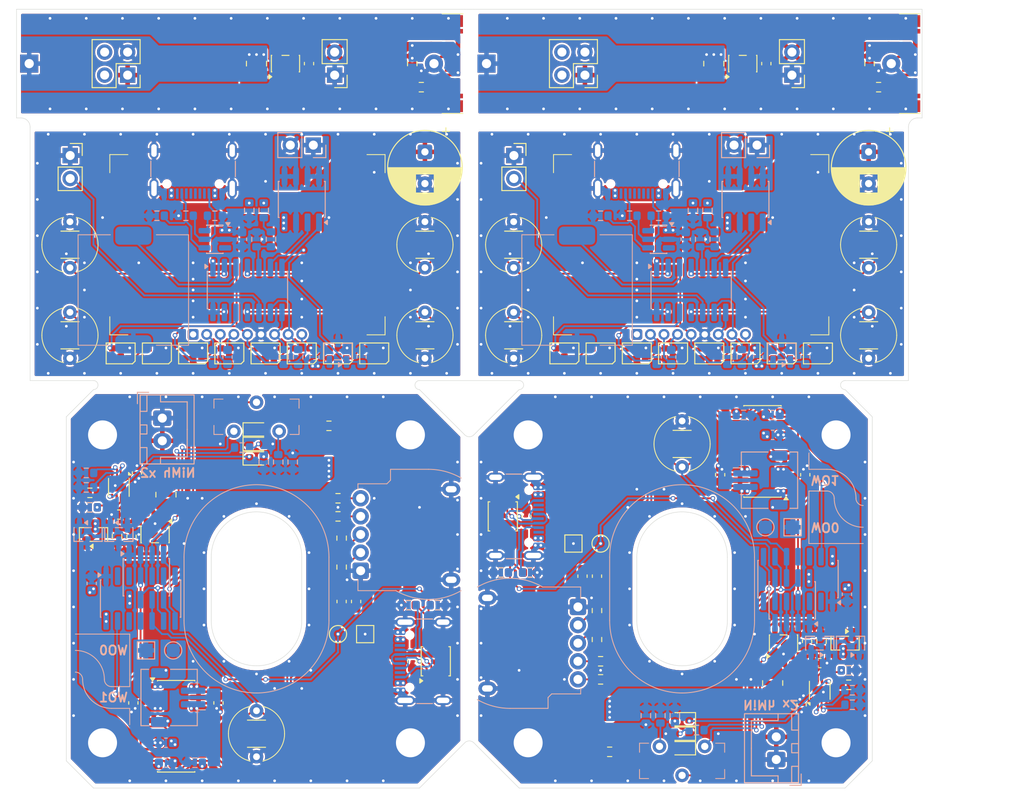
<source format=kicad_pcb>
(kicad_pcb (version 20241229) (generator "pcbnew") (generator_version "9.0")
  (layers (0 "F.Cu" signal) (2 "B.Cu" signal) (13 "F.Paste" user) (15 "B.Paste" user) (5 "F.SilkS" user "F.Silkscreen") (7 "B.SilkS" user "B.Silkscreen") (1 "F.Mask" user) (3 "B.Mask" user) (25 "Edge.Cuts" user))
  (net 0 "")
  (net 1 "GND")
  (net 2 "~{SD}")
  (net 3 "VCC")
  (net 4 "LED")
  (net 5 "AMP-OUT0+")
  (net 6 "AMP-OUT0-")
  (net 7 "AMP-OUT1+")
  (net 8 "AMP-OUT1-")
  (net 9 "UPDI")
  (net 10 "D-")
  (net 11 "D+")
  (net 12 "AMP0")
  (net 13 "AMP1")
  (net 14 "MODE")
  (net 15 "WO0")
  (net 16 "WO1")
  (net 17 "BTN")
  (net 18 "Net-(D1-A)")
  (net 19 "+BATT")
  (net 20 "VBUS")
  (net 21 "STAT")
  (net 22 "ISET")
  (net 23 "VSET")
  (net 24 "TMR")
  (net 25 "TS")
  (net 26 "Net-(U1-V3)")
  (net 29 "Net-(J1-CC1)")
  (net 30 "Net-(J1-CC2)")
  (net 31 "Net-(U5-SW)")
  (net 40 "Net-(U1-TXD)")
  (net 42 "Net-(D2-A)")
  (net 43 "TNOW")
  (net 44 "Net-(JP1-B)")
  (net 45 "Net-(U9-VREF)")
  (net 46 "Net-(D3-A)")
  (net 47 "Net-(Q1-D)")
  (net 49 "Net-(Q1-G)")
  (net 50 "Net-(R12-Pad2)")
  (net 51 "Net-(C7-Pad1)")
  (net 52 "Net-(C8-Pad1)")
  (net 53 "Net-(SW2-C)")
  (net 54 "Net-(R11-Pad2)")
  (net 55 "Net-(D7-DOUT)")
  (net 56 "BTN4")
  (net 57 "Net-(R5-Pad2)")
  (net 58 "Net-(U1-CFG)")
  (net 59 "V_SENSE")
  (net 60 "SPK")
  (net 61 "+3V3")
  (net 62 "CC1")
  (net 63 "WO2")
  (net 64 "BTN1")
  (net 65 "BTN2")
  (net 66 "BTN3")
  (net 67 "Net-(U4-VOUT)")
  (net 68 "Net-(U4-CAP1N)")
  (net 69 "Net-(U4-CAP1P)")
  (net 70 "SDA_3V3")
  (net 71 "SCL_3V3")
  (net 72 "CC2")
  (net 73 "Net-(D5-DOUT)")
  (net 74 "Net-(D6-DOUT)")
  (net 75 "Net-(D4-DOUT)")
  (net 76 "+5V")
  (net 77 "NP")
  (net 78 "Net-(D1-DOUT)")
  (net 79 "Net-(D2-DOUT)")
  (net 80 "Net-(D3-DOUT)")
  (net 87 "Net-(J3-Pin_1)")
  (net 88 "Net-(J3-Pin_2)")
  (net 90 "Net-(P1-CC)")
  (net 91 "Net-(JP1-A)")
  (net 94 "Net-(U1-SW)")
  (footprint "Inductor_SMD:L_1008_2520Metric" (layer "F.Cu") (at 103.5 94.4 90)
    (property "Reference" "L1" (hide yes))
    (property "Value" "4u7" (hide yes))
  )
  (footprint "LED_SMD:LED_WS2812B-2020_PLCC4_2.0x2.0mm" (layer "F.Cu") (at 84.5 58 180)
    (property "Reference" "D2" (hide yes))
    (property "Value" "WS2812B-2020" (hide yes))
  )
  (footprint "Resistor_SMD:R_0603_1608Metric" (layer "F.Cu") (at 28.1 75 180)
    (property "Reference" "R6" (hide yes))
    (property "Value" "56k" (hide yes))
  )
  (footprint "TestPoint:TestPoint_Pad_D1.5mm" (layer "F.Cu") (at 84.5 79 180)
    (property "Reference" "TP2" (hide yes))
    (property "Value" "UPDI" (hide yes))
  )
  (footprint "Library:alps-skr[gp]" (layer "F.Cu") (at 65.1 46 -90)
    (property "Reference" "SW3" (hide yes))
    (property "Value" "SW_Push" (hide yes))
  )
  (footprint "Resistor_SMD:R_0603_1608Metric" (layer "F.Cu") (at 66.5 85.8 180)
    (property "Reference" "R3" (hide yes))
    (property "Value" "4k7" (hide yes))
  )
  (footprint "TestPoint:TestPoint_Pad_1.5x1.5mm" (layer "F.Cu") (at 81.5 79 180)
    (property "Reference" "TP1" (hide yes))
    (property "Value" "GND" (hide yes))
  )
  (footprint "Capacitor_SMD:C_0603_1608Metric" (layer "F.Cu") (at 107.3 89.8 -90)
    (property "Reference" "C6" (hide yes))
    (property "Value" "22u" (hide yes))
  )
  (footprint "LED_SMD:LED_WS2812B-2020_PLCC4_2.0x2.0mm" (layer "F.Cu") (at 80.5 58 180)
    (property "Reference" "D1" (hide yes))
    (property "Value" "WS2812B-2020" (hide yes))
  )
  (footprint "Package_SO:SOIC-16_3.9x9.9mm_P1.27mm" (layer "F.Cu") (at 102.375 68.825 180)
    (property "Reference" "U9" (hide yes))
    (property "Value" "PAM8406D" (hide yes))
  )
  (footprint "MountingHole:MountingHole_3.2mm_M3_Pad" (layer "F.Cu") (at 76.5 101 180)
    (property "Reference" "H2" (hide yes))
    (property "Value" "MountingHole_Pad" (hide yes))
  )
  (footprint "Capacitor_SMD:C_0603_1608Metric" (layer "F.Cu") (at 42.3 96.6 -90)
    (property "Reference" "C11" (hide yes))
    (property "Value" "1u-PWR1" (hide yes))
  )
  (footprint "Resistor_SMD:R_0603_1608Metric" (layer "F.Cu") (at 111.9 94.6)
    (property "Reference" "R8" (hide yes))
    (property "Value" "10k" (hide yes))
  )
  (footprint "Capacitor_SMD:C_0603_1608Metric" (layer "F.Cu") (at 33.3 71.2 -90)
    (property "Reference" "C3" (hide yes))
    (property "Value" "4u7" (hide yes))
  )
  (footprint "LED_SMD:LED_WS2812B-2020_PLCC4_2.0x2.0mm" (layer "F.Cu") (at 43.5 58 180)
    (property "Reference" "D4" (hide yes))
    (property "Value" "WS2812B-2020" (hide yes))
  )
  (footprint "Package_TO_SOT_SMD:SOT-23-5" (layer "F.Cu") (at 100.2 26 90)
    (property "Reference" "U1" (hide yes))
    (property "Value" "TPS613222ADBV" (hide yes))
  )
  (footprint "Inductor_SMD:L_1008_2520Metric" (layer "F.Cu") (at 97 26 -90)
    (property "Reference" "L1" (hide yes))
    (property "Value" "4u7" (hide yes))
  )
  (footprint "Capacitor_SMD:C_0603_1608Metric" (layer "F.Cu") (at 102.8 26 -90)
    (property "Reference" "C1" (hide yes))
    (property "Value" "22u" (hide yes))
  )
  (footprint "MountingHole:MountingHole_3.2mm_M3_Pad" (layer "F.Cu") (at 76.5 67 180)
    (property "Reference" "H4" (hide yes))
    (property "Value" "MountingHole_Pad" (hide yes))
  )
  (footprint "Package_TO_SOT_SMD:SOT-23" (layer "F.Cu") (at 111.5 90 -90)
    (property "Reference" "Q1" (hide yes))
    (property "Value" "AO3401A" (hide yes))
  )
  (footprint "Library:PCB.MCBEERINGI.DEV_small" (layer "F.Cu") (at 76 26)
    (property "Reference" "")
    (property "Value" "")
  )
  (footprint "Library:alps-skr[gp]" (layer "F.Cu") (at 25.9 46 -90)
    (property "Reference" "SW1" (hide yes))
    (property "Value" "SW_Push" (hide yes))
  )
  (footprint "Library:USB_C_PLUG_00402-UCAM001-X" (layer "F.Cu") (at 120 26 90)
    (property "Reference" "P1" (hide yes))
    (property "Value" "USB_C_Plug" (hide yes))
  )
  (footprint "Resistor_SMD:R_0603_1608Metric" (layer "F.Cu") (at 115.2 28.6)
    (property "Reference" "JP1" (hide yes))
    (property "Value" "BC" (hide yes))
  )
  (footprint "Package_SO:MSOP-10_3x3mm_P0.5mm" (layer "F.Cu") (at 73.7 76 -90)
    (property "Reference" "U1" (hide yes))
    (property "Value" "CH340E" (hide yes))
  )
  (footprint "MountingHole:MountingHole_3.2mm_M3_Pad" (layer "F.Cu") (at 63.5 67)
    (property "Reference" "H2" (hide yes))
    (property "Value" "MountingHole_Pad" (hide yes))
  )
  (footprint "Capacitor_SMD:C_0603_1608Metric" (layer "F.Cu") (at 76.3 76 -90)
    (property "Reference" "C1" (hide yes))
    (property "Value" "0u1" (hide yes))
  )
  (footprint "Library:AQM0802A-RN-GBW" (layer "F.Cu") (at 94.5 43)
    (property "Reference" "U4" (hide yes))
    (property "Value" "AQM0802A-RN-GBW" (hide yes))
  )
  (footprint "LED_SMD:LED_WS2812B-2020_PLCC4_2.0x2.0mm" (layer "F.Cu") (at 31.5 58 180)
    (property "Reference" "D1" (hide yes))
    (property "Value" "WS2812B-2020" (hide yes))
  )
  (footprint "Capacitor_SMD:C_0603_1608Metric" (layer "F.Cu") (at 55.9 85.4 -90)
    (property "Reference" "C7" (hide yes))
    (property "Value" "1u" (hide yes))
  )
  (footprint "Capacitor_SMD:C_0603_1608Metric" (layer "F.Cu") (at 32.9 96.6 -90)
    (property "Reference" "C9" (hide yes))
    (property "Value" "1u-PWR0" (hide yes))
  )
  (footprint "Package_TO_SOT_SMD:SOT-23-5" (layer "F.Cu") (at 49.7 26 90)
    (property "Reference" "U1" (hide yes))
    (property "Value" "TPS613222ADBV" (hide yes))
  )
  (footprint "Library:alps-skr[gp]" (layer "F.Cu") (at 93.5 68 -90)
    (property "Reference" "SW1" (hide yes))
    (property "Value" "SW" (hide yes))
  )
  (footprint "Resistor_SMD:R_0603_1608Metric" (layer "F.Cu") (at 55.9 78.4 90)
    (property "Reference" "R13" (hide yes))
    (property "Value" "NC(1k)" (hide yes))
  )
  (footprint "Capacitor_SMD:C_0603_1608Metric" (layer "F.Cu") (at 97.7 71.4 90)
    (property "Reference" "C11" (hide yes))
    (property "Value" "1u-PWR1" (hide yes))
  )
  (footprint "Package_SO:MSOP-10_3x3mm_P0.5mm" (layer "F.Cu") (at 66.3 92 90)
    (property "Reference" "U1" (hide yes))
    (property "Value" "CH340E" (hide yes))
  )
  (footprint "Resistor_SMD:R_0603_1608Metric" (layer "F.Cu") (at 111.9 93)
    (property "Reference" "R6" (hide yes))
    (property "Value" "56k" (hide yes))
  )
  (footprint "Capacitor_SMD:C_0603_1608Metric" (layer "F.Cu") (at 63.7 92 90)
    (property "Reference" "C1" (hide yes))
    (property "Value" "0u1" (hide yes))
  )
  (footprint "Connector_PinHeader_2.54mm:PinHeader_1x02_P2.54mm_Vertical" (layer "F.Cu") (at 55.13 27.27 180)
    (property "Reference" "J2" (hide yes))
    (property "Value" "Conn_01x02_Pin" (hide yes))
  )
  (footprint "Capacitor_SMD:C_0603_1608Metric" (layer "F.Cu") (at 108.7 92.2 180)
    (property "Reference" "C5" (hide yes))
    (property "Value" "4u7" (hide yes))
  )
  (footprint "LED_SMD:LED_0603_1608Metric" (layer "F.Cu") (at 93.5 101.6 180)
    (property "Reference" "D1" (hide yes))
    (property "Value" "TNOW" (hide yes))
  )
  (footprint "Resistor_SMD:R_0603_1608Metric" (layer "F.Cu") (at 28.1 73.4 180)
    (property "Reference" "R8" (hide yes))
    (property "Value" "10k" (hide yes))
  )
  (footprint "LED_SMD:LED_0603_1608Metric" (layer "F.Cu") (at 46.5 68)
    (property "Reference" "D3" (hide yes))
    (property "Value" "LED" (hide yes))
  )
  (footprint "Capacitor_SMD:C_0603_1608Metric" (layer "F.Cu") (at 76.7 82.2)
    (property "Reference" "C2" (hide yes))
    (property "Value" "0u1" (hide yes))
  )
  (footprint "Library:mcbeeringi_icon_10mm" (layer "F.Cu") (at 83.5 73 180)
    (property "Reference" "")
    (property "Value" "LOGO" (hide yes))
  )
  (footprint "LED_SMD:LED_WS2812B-2020_PLCC4_2.0x2.0mm" (layer "F.Cu") (at 39.5 58 180)
    (property "Reference" "D3" (hide yes))
    (property "Value" "WS2812B-2020" (hide yes))
  )
  (footprint "LED_SMD:LED_0603_1608Metric" (layer "F.Cu") (at 46.5 66.4)
    (property "Reference" "D1" (hide yes))
    (property "Value" "TNOW" (hide yes))
  )
  (footprint "LED_SMD:LED_WS2812B-2020_PLCC4_2.0x2.0mm" (layer "F.Cu") (at 35.5 58 180)
    (property "Reference" "D2" (hide yes))
    (property "Value" "WS2812B-2020" (hide yes))
  )
  (footprint "Capacitor_SMD:C_0603_1608Metric" (layer "F.Cu") (at 52.3 26 -90)
    (property "Reference" "C1" (hide yes))
    (property "Value" "22u" (hide yes))
  )
  (footprint "Connector_PinHeader_2.54mm:PinHeader_2x02_P2.54mm_Vertical" (layer "F.Cu") (at 32.27 27.27 180)
    (property "Reference" "J1" (hide yes))
    (property "Value" "Conn_02x02_Odd_Even" (hide yes))
  )
  (footprint "Capacitor_SMD:C_0603_1608Metric" (layer "F.Cu") (at 82.5 82.6 90)
    (property "Reference" "C8" (hide yes))
    (property "Value" "1u" (hide yes))
  )
  (footprint "Library:mcbeeringi_icon_10mm" (layer "F.Cu") (at 39.7 26)
    (property "Reference" "")
    (property "Value" "LOGO" (hide yes))
  )
  (footprint "Resistor_SMD:R_0603_1608Metric" (layer "F.Cu") (at 84.1 86.4 -90)
    (property "Reference" "R14" (hide yes))
    (property "Value" "NC(1k)" (hide yes))
  )
  (footprint "Connector_PinHeader_2.54mm:PinHeader_2x02_P2.54mm_Vertical" (layer "F.Cu") (at 82.77 27.27 180)
    (property "Reference" "J1" (hide yes))
    (property "Value" "Conn_02x02_Odd_Even" (hide yes))
  )
  (footprint "LED_SMD:LED_WS2812B-2020_PLCC4_2.0x2.0mm" (layer "F.Cu") (at 59.5 58 180)
    (property "Reference" "D8" (hide yes))
    (property "Value" "WS2812B-2020" (hide yes))
  )
  (footprint "Resistor_SMD:R_0603_1608Metric" (layer "F.Cu") (at 84.1 89.6 -90)
    (property "Reference" "R13" (hide yes))
    (property "Value" "NC(1k)" (hide yes))
  )
  (footprint "LED_SMD:LED_WS2812B-2020_PLCC4_2.0x2.0mm" (layer "F.Cu") (at 108.5 58 180)
    (property "Reference" "D8" (hide yes))
    (property "Value" "WS2812B-2020" (hide yes))
  )
  (footprint "Resistor_SMD:R_0603_1608Metric" (layer "F.Cu") (at 85.5 102)
    (property "Reference" "R4" (hide yes))
    (property "Value" "10k" (hide yes))
  )
  (footprint "Library:alps-skr[gp]" (layer "F.Cu") (at 25.9 56 90)
    (property "Reference" "SW2" (hide yes))
    (property "Value" "SW_Push" (hide yes))
  )
  (footprint "Resistor_SMD:R_0603_1608Metric" (layer "F.Cu") (at 73.5 82.2)
    (property "Reference" "R3" (hide yes))
    (property "Value" "4k7" (hide yes))
  )
  (footprint "Library:PCB.MCBEERINGI.DEV_small" (layer "F.Cu") (at 56.5 102)
    (property "Reference" "")
    (property "Value" "")
  )
  (footprint "Package_SON:WSON-8-1EP_2x2mm_P0.5mm_EP0.9x1.6mm" (layer "F.Cu") (at 31.3 72.8 -90)
    (property "Reference" "U2" (hide yes))
    (property "Value" "BQ25172" (hide yes))
  )
  (footprint "LED_SMD:LED_0603_1608Metric" (layer "F.Cu") (at 46.5 69.6)
    (property "Reference" "D2" (hide yes))
    (property "Value" "STAT" (hide yes))
  )
  (footprint "Library:alps-skr[gp]" (layer "F.Cu") (at 74.9 56 90)
    (property "Reference" "SW2" (hide yes))
    (property "Value" "SW_Push" (hide yes))
  )
  (footprint "LED_SMD:LED_WS2812B-2020_PLCC4_2.0x2.0mm" (layer "F.Cu") (at 88.5 58 180)
    (property "Reference" "D3" (hide yes))
    (property "Value" "WS2812B-2020" (hide yes))
  )
  (footprint "LED_SMD:LED_0603_1608Metric" (layer "F.Cu") (at 93.5 100 180)
    (property "Reference" "D3" (hide yes))
    (property "Value" "LED" (hide yes))
  )
  (footprint "LED_SMD:LED_WS2812B-2020_PLCC4_2.0x2.0mm" (layer "F.Cu") (at 104.5 58 180)
    (property "Reference" "D7" (hide yes))
    (property "Value" "WS2812B-2020" (hide yes))
  )
  (footprint "Inductor_SMD:L_1008_2520Metric" (layer "F.Cu") (at 36.5 73.6 -90)
    (property "Reference" "L1" (hide yes))
    (property "Value" "4u7" (hide yes))
  )
  (footprint "Resistor_SMD:R_0603_1608Metric" (layer "F.Cu") (at 63.7 26 -90)
    (property "Reference" "R1" (hide yes))
    (property "Value" "56k" (hide yes))
  )
  (footprint "Resistor_SMD:R_0603_1608Metric" (layer "F.Cu") (at 55.9 81.6 90)
    (property "Reference" "R14" (hide yes))
    (property "Value" "NC(1k)" (hide yes))
  )
  (footprint "Package_SO:SOIC-16_3.9x9.9mm_P1.27mm" (layer "F.Cu") (at 37.625 99.175)
    (property "Reference" "U9" (hide yes))
    (property "Value" "PAM8406D" (hide yes))
  )
  (footprint "Package_TO_SOT_SMD:SOT-23" (layer "F.Cu") (at 28.5 78 90)
    (property "Reference" "Q1" (hide yes))
    (property "Value" "AO3401A" (hide yes))
  )
  (footprint "LED_SMD:LED_WS2812B-2020_PLCC4_2.0x2.0mm" (layer "F.Cu") (at 96.5 58 180)
    (property "Reference" "D5" (hide yes))
    (property "Value" "WS2812B-2020" (hide yes))
  )
  (footprint "Library:PCB.MCBEERINGI.DEV_small" (layer "F.Cu") (at 25.5 26)
    (property "Reference" "")
    (property "Value" "")
  )
  (footprint "LED_SMD:LED_WS2812B-2020_PLCC4_2.0x2.0mm" (layer "F.Cu") (at 100.5 58 180)
    (property "Reference" "D6" (hide yes))
    (property "Value" "WS2812B-2020" (hide yes))
  )
  (footprint "Library:alps-skr[gp]" (layer "F.Cu") (at 114.1 46 -90)
    (property "Reference" "SW3" (hide yes))
    (property "Value" "SW_Push" (hide yes))
  )
  (footprint "TestPoint:TestPoint_Pad_1.5x1.5mm" (layer "F.Cu") (at 58.5 89)
    (property "Reference" "TP1" (hide yes))
    (property "Value" "GND" (hide yes))
  )
  (footprint "Capacitor_SMD:C_0603_1608Metric" (layer "F.Cu") (at 106.7 96.8 90)
    (property "Reference" "C3" (hide yes))
    (property "Value" "4u7" (hide yes))
  )
  (footprint "Capacitor_THT:CP_Radial_D8.0mm_P3.50mm" (layer "F.Cu") (at 65.1 35.747349 -90)
    (property "Reference" "C1" (hide yes))
    (property "Value" "470u" (hide yes))
  )
  (footprint "LED_SMD:LED_WS2812B-2020_PLCC4_2.0x2.0mm" (layer "F.Cu") (at 51.5 58 180)
    (property "Reference" "D6" (hide yes))
    (property "Value" "WS2812B-2020" (hide yes))
  )
  (footprint "Package_TO_SOT_SMD:SOT-23-5" (layer "F.Cu") (at 35.3 78 -90)
    (property "Reference" "U5" (hide yes))
    (property "Value" "TPS613222ADBV" (hide yes))
  )
  (footprint "Capacitor_SMD:C_0603_1608Metric" (layer "F.Cu") (at 32.7 78.2 90)
    (property "Reference" "C6" (hide yes))
    (property "Value" "22u" (hide yes))
  )
  (footprint "Resistor_SMD:R_0603_1608Metric" (layer "F.Cu") (at 108.9 89.8 90)
    (property "Reference" "JP1" (hide yes))
    (property "Value" "BATT" (hide yes))
  )
  (footprint "Library:mcbeeringi_icon_10mm" (layer "F.Cu") (at 56.5 95)
    (property "Reference" "")
    (property "Value" "LOGO" (hide yes))
  )
  (footprint "Library:alps-skr[gp]" (layer "F.Cu") (at 74.9 46 -90)
    (property "Reference" "SW1" (hide yes))
    (property "Value" "SW_Push" (hide yes))
  )
  (footprint "LED_SMD:LED_0603_1608Metric" (layer "F.Cu") (at 93.5 98.4 180)
    (property "Reference" "D2" (hide yes))
    (property "Value" "STAT" (hide yes))
  )
  (footprint "Resistor_SMD:R_0603_1608Metric" (layer "F.Cu") (at 84.5 94 180)
    (property "Reference" "R12" (hide yes))
    (property "Value" "47k" (hide yes))
  )
  (footprint "Capacitor_SMD:C_0603_1608Metric" (layer "F.Cu") (at 63.3 85.8 180)
    (property "Reference" "C2" (hide yes))
    (property "Value" "0u1" (hide yes))
  )
  (footprint "Connector_PinHeader_2.54mm:PinHeader_1x02_P2.54mm_Vertical" (layer "F.Cu") (at 105.63 27.27 180)
    (property "Reference" "J2" (hide yes))
    (property "Value" "Conn_01x02_Pin" (hide yes))
  )
  (footprint "Library:alps-skr[gp]" (layer "F.Cu") (at 65.1 56 90)
    (property "Reference" "SW4" (hide yes))
    (property "Value" "SW_Push" (hide yes))
  )
  (footprint "Resistor_SMD:R_0603_1608Metric" (layer "F.Cu") (at 114.2 26 -90)
    (property "Reference" "R1" (hide yes))
    (property "Value" "56k" (hide yes))
  )
  (footprint "Library:mcbeeringi_icon_10mm" (layer "F.Cu") (at 90.2 26)
    (property "Reference" "")
    (property "Value" "LOGO" (hide yes))
  )
  (footprint "Library:USB_C_PLUG_00402-UCAM001-X" (layer "F.Cu") (at 69.5 26 90)
    (property "Reference" "P1" (hide yes))
    (property "Value" "USB_C_Plug" (hide yes))
  )
  (footprint "Package_SON:WSON-8-1EP_2x2mm_P0.5mm_EP0.9x1.6mm" (layer "F.Cu") (at 108.7 95.2 90)
    (property "Reference" "U2" (hide yes))
    (property "Value" "BQ25172" (hide yes))
  )
  (footprint "Library:alps-skr[gp]" (layer "F.Cu") (at 114.1 56 90)
    (property "Reference" "SW4" (hide yes))
    (property "Value" "SW_Push" (hide yes))
  )
  (footprint "LED_SMD:LED_WS2812B-2020_PLCC4_2.0x2.0mm" (layer "F.Cu") (at 92.5 58 180)
    (property "Reference" "D4" (hide yes))
    (property "Value" "WS2812B-2020" (hide yes))
  )
  (footprint "MountingHole:MountingHole_3.2mm_M3_Pad" (layer "F.Cu") (at 63.5 101)
    (property "Reference" "H4" (hide yes))
    (property "Value" "MountingHole_Pad" (hide yes))
  )
  (footprint "Connector_PinSocket_2.54mm:PinSocket_1x02_P2.54mm_Vertical" (layer "F.Cu") (at 25.925 36.15)
    (property "Reference" "J2" (hide yes))
    (property "Value" "UPDI" (hide yes))
  )
  (footprint "Capacitor_SMD:C_0603_1608Metric" (layer "F.Cu") (at 57.5 85.4 -90)
    (property "Reference" "C8" (hide yes))
    (property "Value" "1u" (hide yes))
  )
  (footprint "Library:AQM0802A-RN-GBW" (layer "F.Cu") (at 45.5 43)
    (property "Reference" "U4" (hide yes))
    (property "Value" "AQM0802A-RN-GBW" (hide yes))
  )
  (footprint "Capacitor_SMD:C_0603_1608Metric" (layer "F.Cu") (at 107.1 71.4 90)
    (property "Reference" "C9" (hide yes))
    (property "Value" "1u-PWR0" (hide yes))
  )
  (footprint "Resistor_SMD:R_0603_1608Metric" (layer "F.Cu") (at 54.5 66 180)
    (property "Reference" "R4" (hide yes))
    (property "Value" "10k" (hide yes))
  )
  (footprint "TestPoint:TestPoint_Pad_D1.5mm" (layer "F.Cu") (at 55.5 89)
    (property "Reference" "TP2" (hide yes))
    (property "Value" "UPDI" (hide yes))
  )
  (footprint "LED_SMD:LED_WS2812B-2020_PLCC4_2.0x2.0mm" (layer "F.Cu") (at 47.5 58 180)
    (property "Reference" "D5" (hide yes))
    (property "Value" "WS2812B-2020" (hide yes))
  )
  (footprint "Connector_PinSocket_2.54mm:PinSocket_1x02_P2.54mm_Vertical" (layer "F.Cu") (at 74.925 36.15)
    (property "Reference" "J2" (hide yes))
    (property "Value" "UPDI" (hide yes))
  )
  (footprint "Inductor_SMD:L_1008_2520Metric" (layer "F.Cu") (at 46.5 26 -90)
    (property "Reference" "L1" (hide yes))
    (property "Value" "4u7" (hide yes))
  )
  (footprint "Resistor_SMD:R_0603_1608Metric" (layer "F.Cu") (at 55.5 76)
    (property "Reference" "R11" (hide yes))
    (property "Value" "47k" (hide yes))
  )
  (footprint "Capacitor_THT:CP_Radial_D8.0mm_P3.50mm" (layer "F.Cu") (at 114.1 35.747349 -90)
    (property "Reference" "C1" (hide yes))
    (property "Value" "470u" (hide yes))
  )
  (footprint "Resistor_SMD:R_0603_1608Metric" (layer "F.Cu") (at 31.1 78.2 -90)
    (property "Reference" "JP1" (hide yes))
    (property "Value" "BATT" (hide yes))
  )
  (footprint "Resistor_SMD:R_0603_1608Metric" (layer "F.Cu") (at 55.5 74)
    (property "Reference" "R12" (hide yes))
    (property "Value" "47k" (hide yes))
  )
  (footprint "MountingHole:MountingHole_3.2mm_M3_Pad" (layer "F.Cu") (at 29.5 101)
    (property "Reference" "H3" (hide yes))
    (property "Value" "MountingHole_Pad" (hide yes))
  )
  (footprint "Capacitor_SMD:C_0603_1608Metric" (layer "F.Cu") (at 31.3 75.8)
    (property "Reference" "C5" (hide yes))
    (property "Value" "4u7" (hide yes))
  )
  (footprint "LED_SMD:LED_WS2812B-2020_PLCC4_2.0x2.0mm" (layer "F.Cu") (at 55.5 58 180)
    (property "Reference" "D7" (hide yes))
    (property "Value" "WS2812B-2020" (hide yes))
  )
  (footprint "MountingHole:MountingHole_3.2mm_M3_Pad" (layer "F.Cu") (at 110.5 67 180)
    (property "Reference" "H3" (hide yes))
    (property "Value" "MountingHole_Pad" (hide yes))
  )
  (footprint "Capacitor_SMD:C_0603_1608Metric" (layer "F.Cu") (at 84.1 82.6 90)
    (property "Reference" "C7" (hide yes))
    (property "Value" "1u" (hide yes))
  )
  (footprint "Resistor_SMD:R_0603_1608Metric" (layer "F.Cu") (at 64.7 28.6)
    (property "Reference" "JP1" (hide yes))
    (property "Value" "BC" (hide yes))
  )
  (footprint "Library:PCB.MCBEERINGI.DEV_small" (layer "F.Cu") (at 83.5 66 180)
    (property "Reference" "")
    (property "Value" "")
  )
  (footprint "Library:alps-skr[gp]" (layer "F.Cu") (at 46.5 100 90)
    (property "Reference" "SW1" (hide yes))
    (property "Value" "SW" (hide yes))
  )
  (footprint "Package_TO_SOT_SMD:SOT-23-5" (layer "F.Cu") (at 104.7 90 90)
    (property "Reference" "U5" (hide yes))
    (property "Value" "TPS613222ADBV" (hide yes))
  )
  (footprint "Resistor_SMD:R_0603_1608Metric" (layer "F.Cu") (at 84.5 92 180)
    (property "Reference" "R11" (hide yes))
    (property "Value" "47k" (hide yes))
  )
  (footprint "Package_TO_SOT_SMD:SOT-23" (layer "B.Cu") (at 27.9 78 -90)
    (property "Reference" "U7" (hide yes))
    (property "Value" "CH213K" (hide yes))
  )
  (footprint "Connector_USB:USB_C_Receptacle_GCT_USB4105-xx-A_16P_TopMnt_Horizontal" (layer "B.Cu") (at 73.975 76 90)
    (property "Reference" "J1" (hide yes))
    (property "Value" "USB" (hide yes))
  )
  (footprint "Resistor_SMD:R_0603_1608Metric" (layer "B.Cu") (at 95.5 45.4 90)
    (property "Reference" "R7" (hide yes))
    (property "Value" "4k7" (hide yes))
  )
  (footprint "Resistor_SMD:R_0603_1608Metric" (layer "B.Cu") (at 35.5 42.8 180)
    (property "Reference" "R1" (hide yes))
    (property "Value" "5k1" (hide yes))
  )
  (footprint "Resistor_SMD:R_0603_1608Metric" (layer "B.Cu") (at 46.5 45.4 90)
    (property "Reference" "R7" (hide yes))
    (property "Value" "4k7" (hide yes))
  )
  (footprint "Resistor_SMD:R_0603_1608Metric" (layer "B.Cu") (at 49.5 58.4 90)
    (property "Reference" "R9" (hide yes))
    (property "Value" "10k" (hide yes))
  )
  (footprint "Package_TO_SOT_SMD:SOT-23-3" (layer "B.Cu") (at 55.5 57.8 90)
    (property "Reference" "U2" (hide yes))
    (property "Value" "AP7375" (hide yes))
  )
  (footprint "Resistor_SMD:R_0603_1608Metric" (layer "B.Cu") (at 112.3 95.2)
    (property "Reference" "R5" (hide yes))
    (property "Value" "1k" (hide yes))
  )
  (footprint "Connector_JST:JST_ZH_S2B-ZR-SM4A-TF_1x02-1MP_P1.50mm_Horizontal" (layer "B.Cu") (at 102.15 72 -90)
    (property "Reference" "J3" (hide yes))
    (property "Value" "OUT1" (hide yes))
  )
  (footprint "Capacitor_SMD:C_0603_1608Metric" (layer "B.Cu") (at 52.9 58.4 90)
    (property "Reference" "C4" (hide yes))
    (property "Value" "4u7" (hide yes))
  )
  (footprint "Resistor_SMD:R_0603_1608Metric" (layer "B.Cu") (at 97.1 45.4 -90)
    (property "Reference" "R6" (hide yes))
    (property "Value" "10k" (hide yes))
  )
  (footprint "Resistor_SMD:R_0603_1608Metric" (layer "B.Cu") (at 50.5 70 90)
    (property "Reference" "R17" (hide yes))
    (property "Value" "10k" (hide yes))
  )
  (footprint "TestPoint:TestPoint_Pad_1.5x1.5mm" (layer "B.Cu") (at 105.7 77.2 180)
    (property "Reference" "TP3" (hide yes))
    (property "Value" "WO0-" (hide yes))
  )
  (footprint "Capacitor_SMD:C_0603_1608Metric" (layer "B.Cu") (at 58.1 58.4 90)
    (property "Reference" "C3" (hide yes))
    (property "Value" "1u" (hide yes))
  )
  (footprint "Library:PKLCS1212E4001-R1" (layer "B.Cu") (at 32.9 51 -90)
    (property "Reference" "BZ1" (hide yes))
    (property "Value" "Buzzer" (hide yes))
  )
  (footprint "Resistor_SMD:R_0603_1608Metric" (layer "B.Cu") (at 41.9 42.8 180)
    (property "Reference" "R4" (hide yes))
    (property "Value" "47k" (hide yes))
  )
  (footprint "Library:IS-1245T-G" (layer "B.Cu") (at 93.5 103 180)
    (property "Reference" "SW2" (hide yes))
    (property "Value" "POW" (hide yes))
  )
  (footprint "Capacitor_SMD:C_0603_1608Metric" (layer "B.Cu") (at 93.9 45.4 -90)
    (property "Reference" "C2" (hide yes))
    (property "Value" "1u" (hide yes))
  )
  (footprint "Resistor_SMD:R_0603_1608Metric" (layer "B.Cu") (at 39.7 103.2)
    (property "Reference" "R18" (hide yes))
    (property "Value" "10k" (hide yes))
  )
  (footprint "Package_SO:SOP-8_3.76x4.96mm_P1.27mm" (layer "B.Cu") (at 100.5 41 90)
    (property "Reference" "U5" (hide yes))
    (property "Value" "AM2837" (hide yes))
  )
  (footprint "Library:PCB.MCBEERINGI.DEV_small" (layer "B.Cu") (at 57.5 52 -90)
    (property "Reference" "")
    (property "Value" "")
  )
  (footprint "Resistor_SMD:R_0603_1608Metric" (layer "B.Cu") (at 91.1 98 90)
    (property "Reference" "R16" (hide yes))
    (property "Value" "10k" (hide yes))
  )
  (footprint "Connector_JST:JST_XH_B2B-XH-A_1x02_P2.50mm_Vertical" (layer "B.Cu") (at 36.1 65.15 -90)
    (property "Reference" "J2" (hide yes))
    (property "Value" "NiMh*2" (hide yes))
  )
  (footprint "Capacitor_SMD:C_0603_1608Metric" (layer "B.Cu") (at 103.5 67)
    (property "Reference" "C10" (hide yes))
    (property "Value" "1u-PAM8406" (hide yes))
  )
  (footprint "Resistor_SMD:R_0603_1608Metric" (layer "B.Cu") (at 44.9 68.4)
    (property "Reference" "R15" (hide yes))
    (property "Value" "10k" (hide yes))
  )
  (footprint "Capacitor_SMD:C_0603_1608Metric" (layer "B.Cu") (at 36.5 101 180)
    (property "Reference" "C10" (hide yes))
    (property "Value" "1u-PAM8406" (hide yes))
  )
  (footprint "Capacitor_SMD:C_0603_1608Metric" (layer "B.Cu") (at 101.9 58.4 90)
    (property "Reference" "C4" (hide yes))
    (property "Value" "4u7" (hide yes))
  )
  (footprint "MountingHole:MountingHole_3.2mm_M3_Pad" (layer "B.Cu") (at 29.5 67 180)
    (property "Reference" "H1" (hide yes))
    (property "Value" "MountingHole_Pad" (hide yes))
  )
  (footprint "Resistor_SMD:R_0603_1608Metric" (layer "B.Cu") (at 48.1 45.4 -90)
    (property "Reference" "R6" (hide yes))
    (property "Value" "10k" (hide yes))
  )
  (footprint "Library:PKLCS1212E4001-R1" (layer "B.Cu") (at 81.9 51 -90)
    (property "Reference" "BZ1" (hide yes))
    (property "Value" "Buzzer" (hide yes))
  )
  (footprint "Package_SO:SOIC-14_3.9x8.7mm_P1.27mm" (layer "B.Cu") (at 106.3 82.925 90)
    (property "Reference" "U4" (hide yes))
    (property "Value" "ATtiny1604-SS" (hide yes))
  )
  (footprint "Resistor_SMD:R_0603_1608Metric" (layer "B.Cu") (at 100.1 58.4 90)
    (property "Reference" "R8" (hide yes))
    (property "Value" "10k" (hide yes))
  )
  (footprint "Capacitor_SMD:C_0603_1608Metric" (layer "B.Cu") (at 36.5 103.2 180)
    (property "Reference" "C12" (hide yes))
    (property "Value" "1u-VREF" (hide yes))
  )
  (footprint "Resistor_SMD:R_0603_1608Metric" (layer "B.Cu") (at 38.7 42.8 180)
    (property "Reference" "R2" (hide yes))
    (property "Value" "5k1" (hide yes))
  )
  (footprint "Package_SO:SOIC-14_3.9x8.7mm_P1.27mm" (layer "B.Cu") (at 45.5 51 -90)
    (property "Reference" "U3" (hide yes))
    (property "Value" "ATtiny1604-SS" (hide yes))
  )
  (footprint "Library:mcbeeringi_icon_10mm" (layer "B.Cu") (at 57.5 45 -90)
    (property "Reference" "")
    (property "Value" "LOGO" (hide yes))
  )
  (footprint "TestPoint:TestPoint_Pad_1.5x1.5mm" (layer "B.Cu") (at 34.3 90.8)
    (property "Reference" "TP3" (hide yes))
    (property "Value" "WO0-" (hide yes))
  )
  (footprint "Connector_JST:JST_ZH_S2B-ZR-SM4A-TF_1x02-1MP_P1.50mm_Horizontal" (layer "B.Cu") (at 37.85 96 90)
    (property "Reference" "J3" (hide yes))
    (property "Value" "OUT1" (hide yes))
  )
  (footprint "Capacitor_SMD:C_0603_1608Metric" (layer "B.Cu") (at 44.9 45.4 -90)
    (property "Reference" "C2" (hide yes))
    (property "Value" "1u" (hide yes))
  )
  (footprint "Connector_PinHeader_2.54mm:PinHeader_1x02_P2.54mm_Vertical" (layer "B.Cu") (at 52.775 35 90)
    (property "Reference" "J3" (hide yes))
    (property "Value" "feeder" (hide yes))
  )
  (footprint "Package_TO_SOT_SMD:SOT-23" (layer "B.Cu") (at 31.3 78 -90)
    (property "Reference" "U8" (hide yes))
    (property "Value" "CH213K" (hide yes))
  )
  (footprint "Resistor_SMD:R_0603_1608Metric" (layer "B.Cu") (at 90.9 42.8 180)
    (property "Reference" "R4" (hide yes))
    (property "Value" "47k" (hide yes))
  )
  (footprint "Resistor_SMD:R_0603_1608Metric" (layer "B.Cu") (at 100.3 64.8 180)
    (property "Reference" "R18" (hide yes))
    (property "Value" "10k" (hide yes))
  )
  (footprint "Connector_USB:USB_C_Receptacle_GCT_USB4105-xx-A_16P_TopMnt_Horizontal" (layer "B.Cu") (at 88.5 36.675)
    (property "Reference" "J1" (hide yes))
    (property "Value" "USB_C_Receptacle_USB2.0_16P" (hide yes))
  )
  (footprint "Resistor_SMD:R_0603_1608Metric" (layer "B.Cu") (at 111.9 93)
    (property "Reference" "R7" (hide yes))
    (property "Value" "56k" (hide yes))
  )
  (footprint "Resistor_SMD:R_0603_1608Metric" (layer "B.Cu") (at 45.7 42.2 -90)
    (property "Reference" "R3" (hide yes))
    (property "Value" "1k" (hide yes))
  )
  (footprint "Resistor_SMD:R_0603_1608Metric" (layer "B.Cu") (at 89.5 98 -90)
    (property "Reference" "R17" (hide yes))
    (property "Value" "10k" (hide yes))
  )
  (footprint "Package_SO:SOIC-8_3.9x4.9mm_P1.27mm" (layer "B.Cu") (at 105.665 85.275 90)
    (property "Reference" "U3" (hide yes))
    (property "Value" "ATtiny402-SS" (hide yes))
  )
  (footprint "MountingHole:MountingHole_3.2mm_M3_Pad" (layer "B.Cu") (at 110.5 101)
    (property "Reference" "H1" (hide yes))
    (property "Value" "MountingHole_Pad" (hide yes))
  )
  (footprint "Resistor_SMD:R_0603_1608Metric" (layer "B.Cu") (at 48.9 70 -90)
    (property "Reference" "R16" (hide yes))
    (property "Value" "10k" (hide yes))
  )
  (footprint "Resistor_SMD:R_0603_1608Metric" (layer "B.Cu") (at 27.7 71.2 180)
    (property "Reference" "R9" (hide yes))
    (property "Value" "10k" (hide yes))
  )
  (footprint "Capacitor_SMD:C_0603_1608Metric" (layer "B.Cu") (at 41.7 58.4 90)
    (property "Reference" "C5" (hide yes))
    (property "Value" "1u" (hide yes))
  )
  (footprint "Resistor_SMD:R_0603_1608Metric" (layer "B.Cu") (at 84.5 42.8 180)
    (property "Reference" "R1" (hide yes))
    (property "Value" "5k1" (hide yes))
  )
  (footprint "Package_SO:SOIC-8_3.9x4.9mm_P1.27mm" (layer "B.Cu") (at 34.335 82.725 -90)
    (property "Reference" "U3" (hide yes))
    (property "Value" "ATtiny402-SS" (hide yes))
  )
  (footprint "Resistor_SMD:R_0603_1608Metric" (layer "B.Cu") (at 112.3 96.8)
    (property "Reference" "R9" (hide yes))
    (property "Value" "10k" (hide yes))
  )
  (footprint "Package_SO:SOP-8_3.76x4.96mm_P1.27mm" (layer "B.Cu") (at 51.5 41 90)
    (property "Reference" "U5" (hide yes))
    (property "Value" "AM2837" (hide yes))
  )
  (footprint "Resistor_SMD:R_0603_1608Metric" (layer "B.Cu") (at 96.3 42.2 -90)
    (property "Reference" "R5" (hide yes))
    (property "Value" "4k7" (hide yes))
  )
  (footprint "Library:alps-rk10j12e" (layer "B.Cu") (at 65.5 78 90)
    (property "Reference" "U6" (hide yes))
    (property "Value" "alps-rk10j12e" (hide yes))
  )
  (footprint "Library:alps-rk10j12e" (layer "B.Cu") (at 74.5 90 -90)
    (property "Reference" "U6" (hide yes))
    (property "Value" "alps-rk10j12e" (hide yes))
  )
  (footprint "Resistor_SMD:R_0603_1608Metric" (layer "B.Cu") (at 94.7 42.2 -90)
    (property "Reference" "R3" (hide yes))
    (property "Value" "1k" (hide yes))
  )
  (footprint "Resistor_SMD:R_0603_1608Metric" (layer "B.Cu") (at 87.7 42.8 180)
    (property "Reference" "R2" (hide yes))
    (property "Value" "5k1" (hide yes))
  )
  (footprint "Resistor_SMD:R_0603_1608Metric" (layer "B.Cu") (at 76.7 82.2)
    (property "Reference" "R1" (hide yes))
    (property "Value" "4k7" (hide yes))
  )
  (footprint "Connector_USB:USB_C_Receptacle_GCT_USB4105-xx-A_16P_TopMnt_Horizontal" (layer "B.Cu") (at 66.025 92 -90)
    (property "Reference" "J1" (hide yes))
    (property "Value" "USB" (hide yes))
  )
  (footprint "Capacitor_SMD:C_0603_1608Metric" (layer "B.Cu") (at 92.3 58.4 -90)
    (property "Reference" "C6" (hide yes))
    (property "Value" "1u" (hide yes))
  )
  (footprint "Library:PCB.MCBEERINGI.DEV_small" (layer "B.Cu") (at 106.5 52 -90)
    (property "Reference" "")
    (property "Value" "")
  )
  (footprint "Resistor_SMD:R_0603_1608Metric" (layer "B.Cu") (at 27.7 72.8 180)
    (property "Reference" "R5" (hide yes))
    (property "Value" "1k" (hide yes))
  )
  (footprint "Resistor_SMD:R_0603_1608Metric" (layer "B.Cu") (at 63.3 85.8 180)
    (property "Reference" "R1" (hide yes))
    (property "Value" "4k7" (hide yes))
  )
  (footprint "TestPoint:TestPoint_Pad_D1.5mm" (layer "B.Cu") (at 102.7 77.2 180)
    (property "Reference" "TP4" (hide yes))
    (property "Value" "WO0+" (hide yes))
  )
  (footprint "Resistor_SMD:R_0603_1608Metric" (layer "B.Cu") (at 47.3 70 90)
    (property "Reference" "R10" (hide yes))
    (property "Value" "10k" (hide yes))
  )
  (footprint "Package_TO_SOT_SMD:SOT-23-6" (layer "B.Cu") (at 41.9 45.4 180)
    (property "Reference" "U1" (hide yes))
    (property "Value" "CH221K" (hide yes))
  )
  (footprint "Connector_JST:JST_XH_B2B-XH-A_1x02_P2.50mm_Vertical" (layer "B.Cu") (at 103.9 102.85 90)
    (property "Reference" "J2" (hide yes))
    (property "Value" "NiMh*2" (hide yes))
  )
  (footprint "Resistor_SMD:R_0603_1608Metric" (layer "B.Cu") (at 95.1 99.6 180)
    (property "Reference" "R15" (hide yes))
    (property "Value" "10k" (hide yes))
  )
  (footprint "Package_TO_SOT_SMD:SOT-23" (layer "B.Cu") (at 108.7 90 90)
    (property "Reference" "U8" (hide yes))
    (property "Value" "CH213K" (hide yes))
  )
  (footprint "Package_TO_SOT_SMD:SOT-23" (layer "B.Cu") (at 112.1 90 90)
    (property "Reference" "U7" (hide yes))
    (property "Value" "CH213K" (hide yes))
  )
  (footprint "Resistor_SMD:R_0603_1608Metric" (layer "B.Cu") (at 73.5 82.2 180)
    (property "Reference" "R2" (hide yes))
    (property "Value" "4k7" (hide yes))
  )
  (footprint "Capacitor_SMD:C_0603_1608Metric" (layer "B.Cu") (at 107.1 58.4 90)
    (property "Reference" "C3" (hide yes))
    (property "Value" "1u" (hide yes))
  )
  (footprint "Capacitor_SMD:C_0603_1608Metric" (layer "B.Cu") (at 43.3 58.4 -90)
    (property "Reference" "C6" (hide yes))
    (property "Value" "1u" (hide yes))
  )
  (footprint "Battery:BatteryHolder_Keystone_2466_1xAAA" (layer "B.Cu") (at 21.4 26)
    (property "Reference" "BT1" (hide yes))
    (property "Value" "Battery_Cell")
  )
  (footprint "Capacitor_SMD:C_0603_1608Metric" (layer "B.Cu") (at 111.7 84.6 -90)
    (property "Reference" "C4" (hide yes))
    (property "Value" "4u7" (hide yes))
  )
  (footprint "Connector_USB:USB_C_Receptacle_GCT_USB4105-xx-A_16P_TopMnt_Horizontal" (layer "B.Cu") (at 39.5 36.675)
    (property "Reference" "J1" (hide yes))
    (property "Value" "USB_C_Receptacle_USB2.0_16P" (hide yes))
  )
  (footprint "Resistor_SMD:R_0603_1608Metric" (layer "B.Cu") (at 47.3 42.2 -90)
    (property "Reference" "R5" (hide yes))
    (property "Value" "4k7" (hide yes))
  )
  (footprint "Resistor_SMD:R_0603_1608Metric" (layer "B.Cu") (at 51.1 58.4 90)
    (property "Reference" "R8" (hide yes))
    (property "Value" "10k" (hide yes))
  )
  (footprint "Connector_PinHeader_2.54mm:PinHeader_1x02_P2.54mm_Vertical" (layer "B.Cu") (at 101.775 35 90)
    (property "Reference" "J3" (hide yes))
    (property "Value" "feeder" (hide yes))
  )
  (footprint "Package_SO:SOIC-14_3.9x8.7mm_P1.27mm" (layer "B.Cu") (at 94.5 51 -90)
    (property "Reference" "U3" (hide yes))
    (property "Value" "ATtiny1604-SS" (hide yes))
  )
  (footprint "Capacitor_SMD:C_0603_1608Metric" (layer "B.Cu") (at 90.7 58.4 90)
    (property "Reference" "C5" (hide yes))
    (property "Value" "1u" (hide yes))
  )
  (footprint "Package_TO_SOT_SMD:SOT-23-6" (layer "B.Cu") (at 90.9 45.4 180)
    (property "Reference" "U1" (hide yes))
    (property "Value" "CH221K" (hide yes))
  )
  (footprint "Capacitor_SMD:C_0603_1608Metric" (layer "B.Cu") (at 103.5 64.8)
    (property "Reference" "C12" (hide yes))
    (property "Value" "1u-VREF" (hide yes))
  )
  (footprint "Resistor_SMD:R_0603_1608Metric" (layer "B.Cu") (at 66.5 85.8)
    (property "Reference" "R2" (hide yes))
    (property "Value" "4k7" (hide yes))
  )
  (footprint "Package_SO:SOIC-14_3.9x8.7mm_P1.27mm" (layer "B.Cu") (at 33.7 85.075 -90)
    (property "Reference" "U4" (hide yes))
    (property "Value" "ATtiny1604-SS" (hide yes))
  )
  (footprint "Capacitor_SMD:C_0603_1608Metric" (layer "B.Cu") (at 28.3 83.4 90)
    (property "Reference" "C4" (hide yes))
    (property "Value" "4u7" (hide yes))
  )
  (footprint "Resistor_SMD:R_0603_1608Metric" (layer "B.Cu") (at 28.1 75 180)
    (property "Reference" "R7" (hide yes))
    (property "Value" "56k" (hide yes))
  )
  (footprint "Resistor_SMD:R_0603_1608Metric" (layer "B.Cu") (at 92.7 98 -90)
    (property "Reference" "R10" (hide yes))
    (property "Value" "10k" (hide yes))
  )
  (footprint "TestPoint:TestPoint_Pad_D1.5mm" (layer "B.Cu") (at 37.3 90.8)
    (property "Reference" "TP4" (hide yes))
    (property "Value" "WO0+" (hide yes))
  )
  (footprint "Battery:BatteryHolder_Keystone_2466_1xAAA" (layer "B.Cu") (at 71.9 26)
    (property "Reference" "BT1" (hide yes))
    (property "Value" "Battery_Cell")
  )
  (footprint "Library:IS-1245T-G" (layer "B.Cu") (at 46.5 65)
    (property "Reference" "SW2" (hide yes))
    (property "Value" "POW" (hide yes))
  )
  (footprint "Package_TO_SOT_SMD:SOT-23-3" (layer "B.Cu") (at 104.5 57.8 90)
    (property "Reference" "U2" (hide yes))
    (property "Value" "AP7375" (hide yes))
  )
  (footprint "Resistor_SMD:R_0603_1608Metric" (layer "B.Cu") (at 98.5 58.4 90)
    (property "Reference" "R9" (hide yes))
    (property "Value" "10k" (hide yes))
  )
  (footprint "Library:mcbeeringi_icon_10mm" (layer "B.Cu") (at 106.5 45 -90)
    (property "Reference" "")
    (property "Value" "LOGO" (hide yes))
  )
  (gr_line (start 32.5 97.2) (end 32.5 99) (stroke (width 0.1)) (layer "B.SilkS"))
  (gr_arc (start 54.5 87.5) (mid 46.5 95.5) (end 38.5 87.5) (stroke (width 0.1)) (layer "B.SilkS"))
  (gr_arc (start 26.5 90.8) (mid 28.762742 91.737258) (end 29.7 94) (stroke (width 0.1)) (layer "B.SilkS"))
  (gr_line (start 32.5 89) (end 32.5 94.8) (stroke (width 0.1)) (layer "B.SilkS"))
  (gr_line (start 107.5 70.8) (end 107.5 69) (stroke (width 0.1)) (layer "B.SilkS"))
  (gr_line (start 109.5 70.8) (end 107.5 70.8) (stroke (width 0.1)) (layer "B.SilkS"))
  (gr_line (start 26.5 89) (end 32.5 89) (stroke (width 0.1)) (layer "B.SilkS"))
  (gr_arc (start 30.5 97.2) (mid 28.237258 96.262742) (end 27.3 94) (stroke (width 0.1)) (layer "B.SilkS"))
  (gr_arc (start 38.5 80.5) (mid 46.5 72.5) (end 54.5 80.5) (stroke (width 0.1)) (layer "B.SilkS"))
  (gr_arc (start 113.5 77.2) (mid 111.237258 76.262742) (end 110.3 74) (stroke (width 0.1)) (layer "B.SilkS"))
  (gr_line (start 109.5 73.2) (end 107.5 73.2) (stroke (width 0.1)) (layer "B.SilkS"))
  (gr_line (start 85.5 87.5) (end 85.5 80.5) (stroke (width 0.1)) (layer "B.SilkS"))
  (gr_arc (start 30.5 94.8) (mid 29.934314 94.565686) (end 29.7 94) (stroke (width 0.1)) (layer "B.SilkS"))
  (gr_line (start 101.5 80.5) (end 101.5 87.5) (stroke (width 0.1)) (layer "B.SilkS"))
  (gr_arc (start 109.5 73.2) (mid 110.065686 73.434314) (end 110.3 74) (stroke (width 0.1)) (layer "B.SilkS"))
  (gr_line (start 30.5 94.8) (end 32.5 94.8) (stroke (width 0.1)) (layer "B.SilkS"))
  (gr_line (start 107.5 79) (end 107.5 73.2) (stroke (width 0.1)) (layer "B.SilkS"))
  (gr_arc (start 109.5 70.8) (mid 111.762742 71.737258) (end 112.7 74) (stroke (width 0.1)) (layer "B.SilkS"))
  (gr_line (start 38.5 87.5) (end 38.5 80.5) (stroke (width 0.1)) (layer "B.SilkS"))
  (gr_line (start 113.5 79) (end 107.5 79) (stroke (width 0.1)) (layer "B.SilkS"))
  (gr_arc (start 101.5 87.5) (mid 93.5 95.5) (end 85.5 87.5) (stroke (width 0.1)) (layer "B.SilkS"))
  (gr_arc (start 85.5 80.5) (mid 93.5 72.5) (end 101.5 80.5) (stroke (width 0.1)) (layer "B.SilkS"))
  (gr_arc (start 26.5 93.2) (mid 27.065685 93.434315) (end 27.3 94) (stroke (width 0.1)) (layer "B.SilkS"))
  (gr_line (start 54.5 80.5) (end 54.5 87.5) (stroke (width 0.1)) (layer "B.SilkS"))
  (gr_arc (start 113.5 74.8) (mid 112.934315 74.565685) (end 112.7 74) (stroke (width 0.1)) (layer "B.SilkS"))
  (gr_line (start 30.5 97.2) (end 32.5 97.2) (stroke (width 0.1)) (layer "B.SilkS"))
  (gr_arc (start 20.5 32) (mid 21.207107 32.292893) (end 21.5 33) (stroke (width 0.05)) (layer "Edge.Cuts"))
  (gr_line (start 41.5 87.5) (end 41.5 80.5) (stroke (width 0.05)) (layer "Edge.Cuts"))
  (gr_line (start 111.5 106) (end 75.5 106) (stroke (width 0.05)) (layer "Edge.Cuts"))
  (gr_line (start 75.5 62) (end 70.5 67) (stroke (width 0.05)) (layer "Edge.Cuts"))
  (gr_line (start 69.5 20) (end 20 20) (stroke (width 0.05)) (layer "Edge.Cuts"))
  (gr_line (start 64.5 106) (end 69.5 101) (stroke (width 0.05)) (layer "Edge.Cuts"))
  (gr_line (start 51.5 80.5) (end 51.5 87.5) (stroke (width 0.05)) (layer "Edge.Cuts"))
  (gr_line (start 118.5 33) (end 118.5 61) (stroke (width 0.05)) (layer "Edge.Cuts"))
  (gr_line (start 25.5 103) (end 25.5 65) (stroke (width 0.05)) (layer "Edge.Cuts"))
  (gr_arc (start 118.5 33) (mid 118.792893 32.292893) (end 119.5 32) (stroke (width 0.05)) (layer "Edge.Cuts"))
  (gr_arc (start 88.5 80.5) (mid 93.5 75.5) (end 98.5 80.5) (stroke (width 0.05)) (layer "Edge.Cuts"))
  (gr_line (start 70.5 101) (end 75.5 106) (stroke (width 0.05)) (layer "Edge.Cuts"))
  (gr_line (start 120 20) (end 120 32) (stroke (width 0.05)) (layer "Edge.Cuts"))
  (gr_line (start 70.5 20) (end 69.5 20) (stroke (width 0.05)) (layer "Edge.Cuts"))
  (gr_arc (start 111.5 62) (mid 111 61.5) (end 111.5 61) (stroke (width 0.05)) (layer "Edge.Cuts"))
  (gr_arc (start 69.5 101) (mid 70 100.792893) (end 70.5 101) (stroke (width 0.05)) (layer "Edge.Cuts"))
  (gr_line (start 20 20) (end 20 32) (stroke (width 0.05)) (layer "Edge.Cuts"))
  (gr_arc (start 70.5 67) (mid 70 67.207107) (end 69.5 67) (stroke (width 0.05)) (layer "Edge.Cuts"))
  (gr_line (start 20 32) (end 20.5 32) (stroke (width 0.05)) (layer "Edge.Cuts"))
  (gr_line (start 111.5 106) (end 114.5 103) (stroke (width 0.05)) (layer "Edge.Cuts"))
  (gr_line (start 120 20) (end 70.5 20) (stroke (width 0.05)) (layer "Edge.Cuts"))
  (gr_line (start 28.5 106) (end 64.5 106) (stroke (width 0.05)) (layer "Edge.Cuts"))
  (gr_arc (start 41.5 80.5) (mid 46.5 75.5) (end 51.5 80.5) (stroke (width 0.05)) (layer "Edge.Cuts"))
  (gr_line (start 21.5 61) (end 28.5 61) (stroke (width 0.05)) (layer "Edge.Cuts"))
  (gr_line (start 114.5 65) (end 111.5 62) (stroke (width 0.05)) (layer "Edge.Cuts"))
  (gr_arc (start 64.5 62) (mid 64 61.5) (end 64.5 61) (stroke (width 0.05)) (layer "Edge.Cuts"))
  (gr_line (start 25.5 103) (end 28.5 106) (stroke (width 0.05)) (layer "Edge.Cuts"))
  (gr_line (start 114.5 65) (end 114.5 103) (stroke (width 0.05)) (layer "Edge.Cuts"))
  (gr_line (start 64.5 61) (end 75.5 61) (stroke (width 0.05)) (layer "Edge.Cuts"))
  (gr_line (start 118.5 61) (end 111.5 61) (stroke (width 0.05)) (layer "Edge.Cuts"))
  (gr_arc (start 75.5 61) (mid 76 61.5) (end 75.5 62) (stroke (width 0.05)) (layer "Edge.Cuts"))
  (gr_line (start 21.5 61) (end 21.5 33) (stroke (width 0.05)) (layer "Edge.Cuts"))
  (gr_arc (start 98.5 87.5) (mid 93.5 92.5) (end 88.5 87.5) (stroke (width 0.05)) (layer "Edge.Cuts"))
  (gr_line (start 28.5 62) (end 25.5 65) (stroke (width 0.05)) (layer "Edge.Cuts"))
  (gr_arc (start 28.5 61) (mid 29 61.5) (end 28.5 62) (stroke (width 0.05)) (layer "Edge.Cuts"))
  (gr_line (start 98.5 80.5) (end 98.5 87.5) (stroke (width 0.05)) (layer "Edge.Cuts"))
  (gr_line (start 88.5 87.5) (end 88.5 80.5) (stroke (width 0.05)) (layer "Edge.Cuts"))
  (gr_line (start 119.5 32) (end 120 32) (stroke (width 0.05)) (layer "Edge.Cuts"))
  (gr_line (start 69.5 67) (end 64.5 62) (stroke (width 0.05)) (layer "Edge.Cuts"))
  (gr_arc (start 51.5 87.5) (mid 46.5 92.5) (end 41.5 87.5) (stroke (width 0.05)) (layer "Edge.Cuts"))
  (gr_text "WO1" (at 109.3 72 180) (layer "B.SilkS") (effects (font (size 1 1) (thickness 0.2) (bold yes)) (justify mirror)))
  (gr_text "NiMh x2" (at 103.3 96.8 180) (layer "B.SilkS") (effects (font (size 1 1) (thickness 0.2) (bold yes)) (justify mirror)))
  (gr_text "NiMh x2" (at 36.7 71.2 0) (layer "B.SilkS") (effects (font (size 1 1) (thickness 0.2) (bold yes)) (justify mirror)))
  (gr_text "WO0" (at 109.3 77.2 180) (layer "B.SilkS") (effects (font (size 1 1) (thickness 0.2) (bold yes)) (justify mirror)))
  (gr_text "WO0" (at 30.7 90.8 0) (layer "B.SilkS") (effects (font (size 1 1) (thickness 0.2) (bold yes)) (justify mirror)))
  (gr_text "WO1" (at 30.7 96 0) (layer "B.SilkS") (effects (font (size 1 1) (thickness 0.2) (bold yes)) (justify mirror)))
  (segment (start 68.7 29.575) (end 68.7 30.25) (width 0.25) (layer "F.Cu") (net 1))
  (segment (start 67.875 28.75) (end 67.8 28.75) (width 0.25) (layer "F.Cu") (net 1))
  (segment (start 119.2 22.425) (end 118.375 23.25) (width 0.25) (layer "F.Cu") (net 1))
  (segment (start 119.2 21.75) (end 118.75 21.3) (width 0.25) (layer "F.Cu") (net 1))
  (segment (start 68.7 21.75) (end 68.25 21.3) (width 0.25) (layer "F.Cu") (net 1))
  (segment (start 68.7 22.425) (end 67.875 23.25) (width 0.25) (layer "F.Cu") (net 1))
  (segment (start 119.2 30.25) (end 118.75 30.7) (width 0.25) (layer "F.Cu") (net 1))
  (segment (start 68.7 22.425) (end 68.7 21.75) (width 0.25) (layer "F.Cu") (net 1))
  (segment (start 118.375 23.25) (end 118.3 23.25) (width 0.25) (layer "F.Cu") (net 1))
  (segment (start 118.375 28.75) (end 118.3 28.75) (width 0.25) (layer "F.Cu") (net 1))
  (segment (start 119.2 29.575) (end 118.375 28.75) (width 0.25) (layer "F.Cu") (net 1))
  (segment (start 67.95 25.25) (end 66.85 25.25) (width 0.25) (layer "F.Cu") (net 1))
  (segment (start 66.85 25.25) (end 66.1 26) (width 0.25) (layer "F.Cu") (net 1))
  (segment (start 119.2 29.575) (end 119.2 30.25) (width 0.25) (layer "F.Cu") (net 1))
  (segment (start 118.45 25.25) (end 117.35 25.25) (width 0.25) (layer "F.Cu") (net 1))
  (segment (start 68.7 30.25) (end 68.25 30.7) (width 0.25) (layer "F.Cu") (net 1))
  (segment (start 67.875 23.25) (end 67.8 23.25) (width 0.25) (layer "F.Cu") (net 1))
  (segment (start 117.35 25.25) (end 116.6 26) (width 0.25) (layer "F.Cu") (net 1))
  (segment (start 68.7 29.575) (end 67.875 28.75) (width 0.25) (layer "F.Cu") (net 1))
  (segment (start 119.2 22.425) (end 119.2 21.75) (width 0.25) (layer "F.Cu") (net 1))
  (via (at 68.7 86) (size 0.5) (drill 0.3) (layers "F.Cu" "B.Cu") (net 1))
  (via (at 68.7 49) (size 0.5) (drill 0.3) (layers "F.Cu" "B.Cu") (net 1))
  (via (at 68.7 98) (size 0.5) (drill 0.3) (layers "F.Cu" "B.Cu") (net 1))
  (via (at 56.5 57.4) (size 0.5) (drill 0.3) (layers "F.Cu" "B.Cu") (net 1))
  (via (at 102.2 31) (size 0.5) (drill 0.3) (layers "F.Cu" "B.Cu") (net 1))
  (via (at 76.5 60.2) (size 0.5) (drill 0.3) (layers "F.Cu" "B.Cu") (net 1))
  (via (at 85.5 57.4) (size 0.5) (drill 0.3) (layers "F.Cu" "B.Cu") (net 1))
  (via (at 104.7 91.2) (size 0.5) (drill 0.3) (layers "F.Cu" "B.Cu") (net 1))
  (via (at 76.5 33.8) (size 0.5) (drill 0.3) (layers "F.Cu" "B.Cu") (net 1))
  (via (at 117.7 37) (size 0.5) (drill 0.3) (layers "F.Cu" "B.Cu") (net 1))
  (via (at 84.5 60.2) (size 0.5) (drill 0.3) (layers "F.Cu" "B.Cu") (net 1))
  (via (at 48.5 95) (size 0.5) (drill 0.3) (layers "F.Cu" "B.Cu") (net 1))
  (via (at 117.7 41) (size 0.5) (drill 0.3) (layers "F.Cu" "B.Cu") (net 1))
  (via (at 93.5 57.4) (size 0.5) (drill 0.3) (layers "F.Cu" "B.Cu") (net 1))
  (via (at 90.2 21) (size 0.5) (drill 0.3) (layers "F.Cu" "B.Cu") (net 1))
  (via (at 76.5 48) (size 0.5) (drill 0.3) (layers "F.Cu" "B.Cu") (net 1))
  (via (at 52.3 88) (size 0.5) (drill 0.3) (layers "F.Cu" "B.Cu") (net 1))
  (via (at 27.5 48) (size 0.5) (drill 0.3) (layers "F.Cu" "B.Cu") (net 1))
  (via (at 71.3 49) (size 0.5) (drill 0.3) (layers "F.Cu" "B.Cu") (net 1))
  (via (at 22.3 57) (size 0.5) (drill 0.3) (layers "F.Cu" "B.Cu") (net 1))
  (via (at 74.5 47) (size 0.5) (drill 0.3) (layers "F.Cu" "B.Cu") (net 1))
  (via (at 68.7 41) (size 0.5) (drill 0.3) (layers "F.Cu" "B.Cu") (net 1))
  (via (at 107.5 83.2) (size 0.5) (drill 0.3) (layers "F.Cu" "B.Cu") (net 1))
  (via (at 89.5 57.4) (size 0.5) (drill 0.3) (layers "F.Cu" "B.Cu") (net 1))
  (via (at 87.5 75) (size 0.5) (drill 0.3) (layers "F.Cu" "B.Cu") (net 1))
  (via (at 95.5 62.8) (size 0.5) (drill 0.3) (layers "F.Cu" "B.Cu") (net 1))
  (via (at 26.3 98) (size 0.5) (drill 0.3) (layers "F.Cu" "B.Cu") (net 1))
  (via (at 116.5 33.8) (size 0.5) (drill 0.3) (layers "F.Cu" "B.Cu") (net 1))
  (via (at 88.5 33.8) (size 0.5) (drill 0.3) (layers "F.Cu" "B.Cu") (net 1))
  (via (at 106.5 90) (size 0.5) (drill 0.3) (layers "F.Cu" "B.Cu") (net 1))
  (via (at 22.3 49) (size 0.5) (drill 0.3) (layers "F.Cu" "B.Cu") (net 1))
  (via (at 51.5 95) (size 0.5) (drill 0.3) (layers "F.Cu" "B.Cu") (net 1))
  (via (at 79.5 62.8) (size 0.5) (drill 0.3) (layers "F.Cu" "B.Cu") (net 1))
  (via (at 89.5 99) (size 0.5) (drill 0.3) (layers "F.Cu" "B.Cu") (net 1))
  (via (at 72.5 60.2) (size 0.5) (drill 0.3) (layers "F.Cu" "B.Cu") (net 1))
  (via (at 36.7 98.6) (size 0.5) (drill 0.3) (layers "F.Cu" "B.Cu") (net 1))
  (via (at 71.3 98) (size 0.5) (drill 0.3) (layers "F.Cu" "B.Cu") (net 1))
  (via (at 26.3 74) (size 0.5) (drill 0.3) (layers "F.Cu" "B.Cu") (net 1))
  (via (at 44.5 62.8) (size 0.5) (drill 0.3) (layers "F.Cu" "B.Cu") (net 1))
  (via (at 68.7 74.2) (size 0.5) (drill 0.3) (layers "F.Cu" "B.Cu") (net 1))
  (via (at 108.5 38) (size 0.5) (drill 0.3) (layers "F.Cu" "B.Cu") (net 1))
  (via (at 48.3 68) (size 0.5) (drill 0.3) (layers "F.Cu" "B.Cu") (net 1))
  (via (at 68.7 90) (size 0.5) (drill 0.3) (layers "F.Cu" "B.Cu") (net 1))
  (via (at 68.7 57) (size 0.5) (drill 0.3) (layers "F.Cu" "B.Cu") (net 1))
  (via (at 26.3 82) (size 0.5) (drill 0.3) (layers "F.Cu" "B.Cu") (net 1))
  (via (at 44.5 57.4) (size 0.5) (drill 0.3) (layers "F.Cu" "B.Cu") (net 1))
  (via (at 98.2 21) (size 0.5) (drill 0.3) (layers "F.Cu" "B.Cu") (net 1))
  (via (at 116.5 60.2) (size 0.5) (drill 0.3) (layers "F.Cu" "B.Cu") (net 1))
  (via (at 60.5 105.2) (size 0.5) (drill 0.3) (layers "F.Cu" "B.Cu") (net 1))
  (via (at 78.2 21) (size 0.5) (drill 0.3) (layers "F.Cu" "B.Cu") (net 1))
  (via (at 114.5 47) (size 0.5) (drill 0.3) (layers "F.Cu" "B.Cu") (net 1))
  (via (at 93.5 93.4) (size 0.5) (drill 0.3) (layers "F.Cu" "B.Cu") (net 1))
  (via (at 42.9 76) (size 0.5) (drill 0.3) (layers "F.Cu" "B.Cu") (net 1))
  (via (at 65.5 47) (size 0.5) (drill 0.3) (layers "F.Cu" "B.Cu") (net 1))
  (via (at 97.1 92) (size 0.5) (drill 0.3) (layers "F.Cu" "B.Cu") (net 1))
  (via (at 32.5 62.8) (size 0.5) (drill 0.3) (layers "F.Cu" "B.Cu") (net 1))
  (via (at 77.3 72.8) (size 0.5) (drill 0.3) (layers "F.Cu" "B.Cu") (net 1))
  (via (at 103.5 62.8) (size 0.5) (drill 0.3) (layers "F.Cu" "B.Cu") (net 1))
  (via (at 27.7 21) (size 0.5) (drill 0.3) (layers "F.Cu" "B.Cu") (net 1))
  (via (at 35.3 76.8) (size 0.5) (drill 0.3) (layers "F.Cu" "B.Cu") (net 1))
  (via (at 112.5 60.2) (size 0.5) (drill 0.3) (layers "F.Cu" "B.Cu") (net 1))
  (via (at 64.7 26.8) (size 0.5) (drill 0.3) (layers "F.Cu" "B.Cu") (net 1))
  (via (at 113.7 78) (size 0.5) (drill 0.3) (layers "F.Cu" "B.Cu") (net 1))
  (via (at 43.7 31) (size 0.5) (drill 0.3) (layers "F.Cu" "B.Cu") (net 1))
  (via (at 100.5 50) (size 0.5) (drill 0.3) (layers "F.Cu" "B.Cu") (net 1))
  (via (at 38.9 74) (size 0.5) (drill 0.3) (layers "F.Cu" "B.Cu") (net 1))
  (via (at 68.7 94) (size 0.5) (drill 0.3) (layers "F.Cu" "B.Cu") (net 1))
  (via (at 31.7 21) (size 0.5) (drill 0.3) (layers "F.Cu" "B.Cu") (net 1))
  (via (at 50.1 76) (size 0.5) (drill 0.3) (layers "F.Cu" "B.Cu") (net 1))
  (via (at 87.7 88) (size 0.5) (drill 0.3) (layers "F.Cu" "B.Cu") (net 1))
  (via (at 109.5 57.4) (size 0.5) (drill 0.3) (layers "F.Cu" "B.Cu") (net 1))
  (via (at 93.5 74.6) (size 0.5) (drill 0.3) (layers "F.Cu" "B.Cu") (net 1))
  (via (at 101.1 94) (size 0.5) (drill 0.3) (layers "F.Cu" "B.Cu") (net 1))
  (via (at 55.5 75) (size 0.5) (drill 0.3) (layers "F.Cu" "B.Cu") (net 1))
  (via (at 30.9 72.6) (size 0.5) (drill 0.3) (layers "F.Cu" "B.Cu") (net 1))
  (via (at 98.2 31) (size 0.5) (drill 0.3) (layers "F.Cu" "B.Cu") (net 1))
  (via (at 39.5 33.8) (size 0.5) (drill 0.3) (layers "F.Cu" "B.Cu") (net 1))
  (via (at 43.7 21) (size 0.5) (drill 0.3) (layers "F.Cu" "B.Cu") (net 1))
  (via (at 38.5 79) (size 0.5) (drill 0.3) (layers "F.Cu" "B.Cu") (net 1))
  (via (at 63.5 60.2) (size 0.5) (drill 0.3) (layers "F.Cu" "B.Cu") (net 1))
  (via (at 40.7 80) (size 0.5) (drill 0.3) (layers "F.Cu" "B.Cu") (net 1))
  (via (at 39.7 31) (size 0.5) (drill 0.3) (layers "F.Cu" "B.Cu") (net 1))
  (via (at 109.1 95.4) (size 0.5) (drill 0.3) (layers "F.Cu" "B.Cu") (net 1))
  (via (at 68.7 45) (size 0.5) (drill 0.3) (layers "F.Cu" "B.Cu") (net 1))
  (via (at 86.2 31) (size 0.5) (drill 0.3) (layers "F.Cu" "B.Cu") (net 1))
  (via (at 99.5 62.8) (size 0.5) (drill 0.3) (layers "F.Cu" "B.Cu") (net 1))
  (via (at 40.7 84) (size 0.5) (drill 0.3) (layers "F.Cu" "B.Cu") (net 1))
  (via (at 105.5 57.4) (size 0.5) (drill 0.3) (layers "F.Cu" "B.Cu") (net 1))
  (via (at 52.5 57.4) (size 0.5) (drill 0.3) (layers "F.Cu" "B.Cu") (net 1))
  (via (at 117.7 53) (size 0.5) (drill 0.3) (layers "F.Cu" "B.Cu") (net 1))
  (via (at 60.5 57.4) (size 0.5) (drill 0.3) (layers "F.Cu" "B.Cu") (net 1))
  (via (at 86.9 42.8) (size 0.5) (drill 0.3) (layers "F.Cu" "B.Cu") (net 1))
  (via (at 112.5 33.8) (size 0.5) (drill 0.3) (layers "F.Cu" "B.Cu") (net 1))
  (via (at 108.5 60.2) (size 0.5) (drill 0.3) (layers "F.Cu" "B.Cu") (net 1))
  (via (at 102.9 67.2) (size 0.5) (drill 0.3) (layers "F.Cu" "B.Cu") (net 1))
  (via (at 52.5 93) (size 0.5) (drill 0.3) (layers "F.Cu" "B.Cu") (net 1))
  (via (at 113.7 74) (size 0.5) (drill 0.3) (layers "F.Cu" "B.Cu") (net 1))
  (via (at 37.5 101.2) (size 0.5) (drill 0.3) (layers "F.Cu" "B.Cu") (net 1))
  (via (at 31.5 60.2) (size 0.5) (drill 0.3) (layers "F.Cu" "B.Cu") (net 1))
  (via (at 22.3 41) (size 0.5) (drill 0.3) (layers "F.Cu" "B.Cu") (net 1))
  (via (at 118.2 31) (size 0.5) (drill 0.3) (layers "F.Cu" "B.Cu") (net 1))
  (via (at 27.5 33.8) (size 0.5) (drill 0.3) (layers "F.Cu" "B.Cu") (net 1))
  (via (at 113.7 98) (size 0.5) (drill 0.3) (layers "F.Cu" "B.Cu") (net 1))
  (via (at 62.1 95.2) (size 0.5) (drill 0.3) (layers "F.Cu" "B.Cu") (net 1))
  (via (at 25.5 47) (size 0.5) (drill 0.3) (layers "F.Cu" "B.Cu") (net 1))
  (via (at 47.7 21) (size 0.5) (drill 0.3) (layers "F.Cu" "B.Cu") (net 1))
  (via (at 87.7 80) (size 0.5) (drill 0.3) (layers "F.Cu" "B.Cu") (net 1))
  (via (at 80.5 94) (size 0.5) (drill 0.3) (layers "F.Cu" "B.Cu") (net 1))
  (via (at 96.1 45.4) (size 0.5) (drill 0.3) (layers "F.Cu" "B.Cu") (net 1))
  (via (at 63.5 48) (size 0.5) (drill 0.3) (layers "F.Cu" "B.Cu") (net 1))
  (via (at 25.5 55) (size 0.5) (drill 0.3) (layers "F.Cu" "B.Cu") (net 1))
  (via (at 56.5 83) (size 0.5) (drill 0.3) (layers "F.Cu" "B.Cu") (net 1))
  (via (at 88.5 51) (size 0.5) (drill 0.3) (layers "F.Cu" "B.Cu") (net 1))
  (via (at 62.7 88.8) (size 0.5) (drill 0.3) (layers "F.Cu" "B.Cu") (net 1))
  (via (at 71.3 86.2) (size 0.5) (drill 0.3) (layers "F.Cu" "B.Cu") (net 1))
  (via (at 62.7 95.2) (size 0.5) (drill 0.3) (layers "F.Cu" "B.Cu") (net 1))
  (via (at 102.2 21) (size 0.5) (drill 0.3) (layers "F.Cu" "B.Cu") (net 1))
  (via (at 27.5 60.2) (size 0.5) (drill 0.3) (layers "F.Cu" "B.Cu") (net 1))
  (via (at 115.2 26.8) (size 0.5) (drill 0.3) (layers "F.Cu" "B.Cu") (net 1))
  (via (at 51.7 21) (size 0.5) (drill 0.3) (layers "F.Cu" "B.Cu") (net 1))
  (via (at 51.7 31) (size 0.5) (drill 0.3) (layers "F.Cu" "B.Cu") (net 1))
  (via (at 63.5 33.8) (size 0.5) (drill 0.3) (layers "F.Cu" "B.Cu") (net 1))
  (via (at 67.7 21) (size 0.5) (drill 0.3) (layers "F.Cu" "B.Cu") (net 1))
  (via (at 63.7 21) (size 0.5) (drill 0.3) (layers "F.Cu" "B.Cu") (net 1))
  (via (at 113.7 82) (size 0.5) (drill 0.3) (layers "F.Cu" "B.Cu") (net 1))
  (via (at 47.5 39) (size 0.5) (drill 0.3) (layers "F.Cu" "B.Cu") (net 1))
  (via (at 111.5 84) (size 0.5) (drill 0.3) (layers "F.Cu" "B.Cu") (net 1))
  (via (at 27.5 54) (size 0.5) (drill 0.3) (layers "F.Cu" "B.Cu") (net 1))
  (via (at 71.3 41) (size 0.5) (drill 0.3) (layers "F.Cu" "B.Cu") (net 1))
  (via (at 88.5 52.2) (size 0.5) (drill 0.3) (layers "F.Cu" "B.Cu") (net 1))
  (via (at 22.3 45) (size 0.5) (drill 0.3) (layers "F.Cu" "B.Cu") (net 1))
  (via (at 71.3 90) (size 0.5) (drill 0.3) (layers "F.Cu" "B.Cu") (net 1))
  (via (at 47.7 31) (size 0.5) (drill 0.3) (layers "F.Cu" "B.Cu") (net 1))
  (via (at 55.7 21) (size 0.5) (drill 0.3) (layers "F.Cu" "B.Cu") (net 1))
  (via (at 92.5 33.8) (size 0.5) (drill 0.3) (layers "F.Cu" "B.Cu") (net 1))
  (via (at 106.7 97.6) (size 0.5) (drill 0.3) (layers "F.Cu" "B.Cu") (net 1))
  (via (at 39.5 52.2) (size 0.5) (drill 0.3) (layers "F.Cu" "B.Cu") (net 1))
  (via (at 88.5 49.8) (size 0.5) (drill 0.3) (layers "F.Cu" "B.Cu") (net 1))
  (via (at 87.5 62.8) (size 0.5) (drill 0.3) (layers "F.Cu" "B.Cu") (net 1))
  (via (at 82.2 21) (size 0.5) (drill 0.3) (layers "F.Cu" "B.Cu") (net 1))
  (via (at 112.5 48) (size 0.5) (drill 0.3) (layers "F.Cu" "B.Cu") (net 1))
  (via (at 63.5 51) (size 0.5) (drill 0.3) (layers "F.Cu" "B.Cu") (net 1))
  (via (at 47.5 33.8) (size 0.5) (drill 0.3) (layers "F.Cu" "B.Cu") (net 1))
  (via (at 26.3 70) (size 0.5) (drill 0.3) (layers "F.Cu" "B.Cu") (net 1))
  (via (at 71.3 37) (size 0.5) (drill 0.3) (layers "F.Cu" "B.Cu") (net 1))
  (via (at 59.5 74) (size 0.5) (drill 0.3) (layers "F.Cu" "B.Cu") (net 1))
  (via (at 32.5 84.8) (size 0.5) (drill 0.3) (layers "F.Cu" "B.Cu") (net 1))
  (via (at 79.5 105.2) (size 0.5) (drill 0.3) (layers "F.Cu" "B.Cu") (net 1))
  (via (at 74.2 21) (size 0.5) (drill 0.3) (layers "F.Cu" "B.Cu") (net 1))
  (via (at 40.5 57.4) (size 0.5) (drill 0.3) (layers "F.Cu" "B.Cu") (net 1))
  (via (at 92.5 60.2) (size 0.5) (drill 0.3) (layers "F.Cu" "B.Cu") (net 1))
  (via (at 100.5 54) (size 0.5) (drill 0.3) (layers "F.Cu" "B.Cu") (net 1))
  (via (at 51.5 54) (size 0.5) (drill 0.3) (layers "F.Cu" "B.Cu") (net 1))
  (via (at 113.7 94) (size 0.5) (drill 0.3) (layers "F.Cu" "B.Cu") (net 1))
  (via (at 99.5 105.2) (size 0.5) (drill 0.3) (layers "F.Cu" "B.Cu") (net 1))
  (via (at 88.5 73) (size 0.5) (drill 0.3) (layers "F.Cu" "B.Cu") (net 1))
  (via (at 48.5 57.4) (size 0.5) (drill 0.3) (layers "F.Cu" "B.Cu") (net 1))
  (via (at 51.5 50) (size 0.5) (drill 0.3) (layers "F.Cu" "B.Cu") (net 1))
  (via (at 32.5 57.4) (size 0.5) (drill 0.3) (layers "F.Cu" "B.Cu") (net 1))
  (via (at 88.5 60.2) (size 0.5) (drill 0.3) (layers "F.Cu" "B.Cu") (net 1))
  (via (at 51.5 33.8) (size 0.5) (drill 0.3) (layers "F.Cu" "B.Cu") (net 1))
  (via (at 46.5 74.6) (size 0.5) (drill 0.3) (layers "F.Cu" "B.Cu") (net 1))
  (via (at 51.5 48) (size 0.5) (drill 0.3) (layers "F.Cu" "B.Cu") (net 1))
  (via (at 89.9 76) (size 0.5) (drill 0.3) (layers "F.Cu" "B.Cu") (net 1))
  (via (at 29.5 43) (size 0.5) (drill 0.3) (layers "F.Cu" "B.Cu") (net 1))
  (via (at 81.5 57.4) (size 0.5) (drill 0.3) (layers "F.Cu" "B.Cu") (net 1))
  (via (at 91.5 73) (size 0.5) (drill 0.3) (layers "F.Cu" "B.Cu") (net 1))
  (via (at 22.3 53) (size 0.5) (drill 0.3) (layers "F.Cu" "B.Cu") (net 1))
  (via (at 83.5 85) (size 0.5) (drill 0.3) (layers "F.Cu" "B.Cu") (net 1))
  (via (at 71.3 57) (size 0.5) (drill 0.3) (layers "F.Cu" "B.Cu") (net 1))
  (via (at 107.5 62.8) (size 0.5) (drill 0.3) (layers "F.Cu" "B.Cu") (net 1))
  (via (at 102.5 66.8) (size 0.5) (drill 0.3) (layers "F.Cu" "B.Cu") (net 1))
  (via (at 26.3 90) (size 0.5) (drill 0.3) (layers "F.Cu" "B.Cu") (net 1))
  (via (at 106.2 21) (size 0.5) (drill 0.3) (layers "F.Cu" "B.Cu") (net 1))
  (via (at 77.9 79.2) (size 0.5) (drill 0.3) (layers "F.Cu" "B.Cu") (net 1))
  (via (at 71.3 74) (size 0.5) (drill 0.3) (layers "F.Cu" "B.Cu") (net 1))
  (via (at 100.5 52) (size 0.5) (drill 0.3) (layers "F.Cu" "B.Cu") (net 1))
  (via (at 36.5 93) (size 0.5) (drill 0.3) (layers "F.Cu" "B.Cu") (net 1))
  (via (at 104.5 60.2) (size 0.5) (drill 0.3) (layers "F.Cu" "B.Cu") (net 1))
  (via (at 67.7 31) (size 0.5) (drill 0.3) (layers "F.Cu" "B.Cu") (net 1))
  (via (at 112.5 54) (size 0.5) (drill 0.3) (layers "F.Cu" "B.Cu") (net 1))
  (via (at 99.5 94) (size 0.5) (drill 0.3) (layers "F.Cu" "B.Cu") (net 1))
  (via (at 30.5 75.8) (size 0.5) (drill 0.3) (layers "F.Cu" "B.Cu") (net 1))
  (via (at 37.5 103) (size 0.5) (drill 0.3) (layers "F.Cu" "B.Cu") (net 1))
  (via (at 47.5 60.2) (size 0.5) (drill 0.3) (layers "F.Cu" "B.Cu") (net 1))
  (via (at 82.2 31) (size 0.5) (drill 0.3) (layers "F.Cu" "B.Cu") (net 1))
  (via (at 108.5 33.8) (size 0.5) (drill 0.3) (layers "F.Cu" "B.Cu") (net 1))
  (via (at 97.1 76) (size 0.5) (drill 0.3) (layers "F.Cu" "B.Cu") (net 1))
  (via (at 58.5 89) (size 0.5) (drill 0.3) (layers "F.Cu" "B.Cu") (net 1))
  (via (at 71.3 93.8) (size 0.5) (drill 0.3) (layers "F.Cu" "B.Cu") (net 1))
  (via (at 95.5 105.2) (size 0.5) (drill 0.3) (layers "F.Cu" "B.Cu") (net 1))
  (via (at 39.5 60.2) (size 0.5) (drill 0.3) (layers "F.Cu" "B.Cu") (net 1))
  (via (at 26.3 94) (size 0.5) (drill 0.3) (layers "F.Cu" "B.Cu") (net 1))
  (via (at 43.5 60.2) (size 0.5) (drill 0.3) (layers "F.Cu" "B.Cu") (net 1))
  (via (at 97.5 100) (size 0.5) (drill 0.3) (layers "F.Cu" "B.Cu") (net 1))
  (via (at 40.5 105.2) (size 0.5) (drill 0.3) (layers "F.Cu" "B.Cu") (net 1))
  (via (at 28.5 84) (size 0.5) (drill 0.3) (layers "F.Cu" "B.Cu") (net 1))
  (via (at 52.3 84) (size 0.5) (drill 0.3) (layers "F.Cu" "B.Cu") (net 1))
  (via (at 31.5 33.8) (size 0.5) (drill 0.3) (layers "F.Cu" "B.Cu") (net 1))
  (via (at 52.3 80) (size 0.5) (drill 0.3) (layers "F.Cu" "B.Cu") (net 1))
  (via (at 87.7 84) (size 0.5) (drill 0.3) (layers "F.Cu" "B.Cu") (net 1))
  (via (at 77.5 82.2) (size 0.5) (drill 0.3) (layers "F.Cu" "B.Cu") (net 1))
  (via (at 99.3 80) (size 0.5) (drill 0.3) (layers "F.Cu" "B.Cu") (net 1))
  (via (at 117.7 57) (size 0.5) (drill 0.3) (layers "F.Cu" "B.Cu") (net 1))
  (via (at 62.1 88.8) (size 0.5) (drill 0.3) (layers "F.Cu" "B.Cu") (net 1))
  (via (at 55.5 60.2) (size 0.5) (drill 0.3) (layers "F.Cu" "B.Cu") (net 1))
  (via (at 39.5 92) (size 0.5) (drill 0.3) (layers "F.Cu" "B.Cu") (net 1))
  (via (at 52.5 105.2) (size 0.5) (drill 0.3) (layers "F.Cu" "B.Cu") (net 1))
  (via (at 40.5 62.8) (size 0.5) (drill 0.3) (layers "F.Cu" "B.Cu") (net 1))
  (via (at 42.5 68) (size 0.5) (drill 0.3) (layers "F.Cu" "B.Cu") (net 1))
  (via (at 23.5 33.8) (size 0.5) (drill 0.3) (layers "F.Cu" "B.Cu") (net 1))
  (via (at 28.1 84.4) (size 0.5) (drill 0.3) (layers "F.Cu" "B.Cu") (net 1))
  (via (at 77.3 79.2) (size 0.5) (drill 0.3) (layers "F.Cu" "B.Cu") (net 1))
  (via (at 112.5 51) (size 0.5) (drill 0.3) (layers "F.Cu" "B.Cu") (net 1))
  (via (at 109.5 92.2) (size 0.5) (drill 0.3) (layers "F.Cu" "B.Cu") (net 1))
  (via (at 46.5 93.4) (size 0.5) (drill 0.3) (layers "F.Cu" "B.Cu") (net 1))
  (via (at 29.9 87.6) (size 0.5) (drill 0.3) (layers "F.Cu" "B.Cu") (net 1))
  (via (at 114.5 55) (size 0.5) (drill 0.3) (layers "F.Cu" "B.Cu") (net 1))
  (via (at 80.5 33.8) (size 0.5) (drill 0.3) (layers "F.Cu" "B.Cu") (net 1))
  (via (at 35.7 31) (size 0.5) (drill 0.3) (layers "F.Cu" "B.Cu") (net 1))
  (via (at 107.5 105.2) (size 0.5) (drill 0.3) (layers "F.Cu" "B.Cu") (net 1))
  (via (at 33.3 70.4) (size 0.5) (drill 0.3) (layers "F.Cu" "B.Cu") (net 1))
  (via (at 33.5 78) (size 0.5) (drill 0.3) (layers "F.Cu" "B.Cu") (net 1))
  (via (at 68.7 53) (size 0.5) (drill 0.3) (layers "F.Cu" "B.Cu") (net 1))
  (via (at 97.5 57.4) (size 0.5) (drill 0.3) (layers "F.Cu" "B.Cu") (net 1))
  (via (at 107.5 82.4) (size 0.5) (drill 0.3) (layers "F.Cu" "B.Cu") (net 1))
  (via (at 75.5 93) (size 0.5) (drill 0.3) (layers "F.Cu" "B.Cu") (net 1))
  (via (at 81.5 79) (size 0.5) (drill 0.3) (layers "F.Cu" "B.Cu") (net 1))
  (via (at 71.3 53) (size 0.5) (drill 0.3) (layers "F.Cu" "B.Cu") (net 1))
  (via (at 104.5 33.8) (size 0.5) (drill 0.3) (layers "F.Cu" "B.Cu") (net 1))
  (via (at 77.9 72.8) (size 0.5) (drill 0.3) (layers "F.Cu" "B.Cu") (net 1))
  (via (at 23.7 31) (size 0.5) (drill 0.3) (layers "F.Cu" "B.Cu") (net 1))
  (via (at 110.1 81.2) (size 0.5) (drill 0.3) (layers "F.Cu" "B.Cu") (net 1))
  (via (at 76.5 54) (size 0.5) (drill 0.3) (layers "F.Cu" "B.Cu") (net 1))
  (via (at 71.3 78) (size 0.5) (drill 0.3) (layers "F.Cu" "B.Cu") (net 1))
  (via (at 59.7 21) (size 0.5) (drill 0.3) (layers "F.Cu" "B.Cu") (net 1))
  (via (at 40.5 74) (size 0.5) (drill 0.3) (layers "F.Cu" "B.Cu") (net 1))
  (via (at 96.5 33.8) (size 0.5) (drill 0.3) (layers "F.Cu" "B.Cu") (net 1))
  (via (at 80.5 60.2) (size 0.5) (drill 0.3) (layers "F.Cu" "B.Cu") (net 1))
  (via (at 48.5 105.2) (size 0.5) (drill 0.3) (layers "F.Cu" "B.Cu") (net 1))
  (via (at 56.5 105.2) (size 0.5) (drill 0.3) (layers "F.Cu" "B.Cu") (net 1))
  (via (at 101.5 57.4) (size 0.5) (drill 0.3) (layers "F.Cu" "B.Cu") (net 1))
  (via (at 86.2 21) (size 0.5) (drill 0.3) (layers "F.Cu" "B.Cu") (net 1))
  (via (at 36.5 57.4) (size 0.5) (drill 0.3) (layers "F.Cu" "B.Cu") (net 1))
  (via (at 71.3 45) (size 0.5) (drill 0.3) (layers "F.Cu" "B.Cu") (net 1))
  (via (at 99.3 84) (size 0.5) (drill 0.3) (layers "F.Cu" "B.Cu") (net 1))
  (via (at 103.5 75) (size 0.5) (drill 0.3) (layers "F.Cu" "B.Cu") (net 1))
  (via (at 91.7 100) (size 0.5) (drill 0.3) (layers "F.Cu" "B.Cu") (net 1))
  (via (at 78.2 31) (size 0.5) (drill 0.3) (layers "F.Cu" "B.Cu") (net 1))
  (via (at 99.3 88) (size 0.5) (drill 0.3) (layers "F.Cu" "B.Cu") (net 1))
  (via (at 59.5 60.2) (size 0.5) (drill 0.3) (layers "F.Cu" "B.Cu") (net 1))
  (via (at 51.5 60.2) (size 0.5) (drill 0.3) (layers "F.Cu" "B.Cu") (net 1))
  (via (at 88.5 48) (size 0.5) (drill 0.3) (layers "F.Cu" "B.Cu") (net 1))
  (via (at 91.5 105.2) (size 0.5) (drill 0.3) (layers "F.Cu" "B.Cu") (net 1))
  (via (at 29.9 86.8) (size 0.5) (drill 0.3) (layers "F.Cu" "B.Cu") (net 1))
  (via (at 102.5 65) (size 0.5) (drill 0.3) (layers "F.Cu" "B.Cu") (net 1))
  (via (at 65.5 55) (size 0.5) (drill 0.3) (layers "F.Cu" "B.Cu") (net 1))
  (via (at 68.7 78) (size 0.5) (drill 0.3) (layers "F.Cu" "B.Cu") (net 1))
  (via (at 23.5 60.2) (size 0.5) (drill 0.3) (layers "F.Cu" "B.Cu") (net 1))
  (via (at 110.2 21) (size 0.5) (drill 0.3) (layers "F.Cu" "B.Cu") (net 1))
  (via (at 72.5 33.8) (size 0.5) (drill 0.3) (layers "F.Cu" "B.Cu") (net 1))
  (via (at 68.7 70) (size 0.5) (drill 0.3) (layers "F.Cu" "B.Cu") (net 1))
  (via (at 96.5 60.2) (size 0.5) (drill 0.3) (layers "F.Cu" "B.Cu") (net 1))
  (via (at 37.9 42.8) (size 0.5) (drill 0.3) (layers "F.Cu" "B.Cu") (net 1))
  (via (at 59.5 38) (size 0.5) (drill 0.3) (layers "F.Cu" "B.Cu") (net 1))
  (via (at 74.2 31) (size 0.5) (drill 0.3) (layers "F.Cu" "B.Cu") (net 1))
  (via (at 33.5 48) (size 0.5) (drill 0.3) (layers "F.Cu" "B.Cu") (net 1))
  (via (at 23.7 21) (size 0.5) (drill 0.3) (layers "F.Cu" "B.Cu") (net 1))
  (via (at 113.7 90) (size 0.5) (drill 0.3) (layers "F.Cu" "B.Cu") (net 1))
  (via (at 94.2 31) (size 0.5) (drill 0.3) (layers "F.Cu" "B.Cu") (net 1))
  (via (at 82.5 48) (size 0.5) (drill 0.3) (layers "F.Cu" "B.Cu") (net 1))
  (via (at 90.2 31) (size 0.5) (drill 0.3) (layers "F.Cu" "B.Cu") (net 1))
  (via (at 39.7 21) (size 0.5) (drill 0.3) (layers "F.Cu" "B.Cu") (net 1))
  (via (at 100.5 76) (size 0.5) (drill 0.3) (layers "F.Cu" "B.Cu") (net 1))
  (via (at 50.5 69) (size 0.5) (drill 0.3) (layers "F.Cu" "B.Cu") (net 1))
  (via (at 44.5 105.2) (size 0.5) (drill 0.3) (layers "F.Cu" "B.Cu") (net 1))
  (via (at 83.5 105.2) (size 0.5) (drill 0.3) (layers "F.Cu" "B.Cu") (net 1))
  (via (at 60.5 62.8) (size 0.5) (drill 0.3) (layers "F.Cu" "B.Cu") (net 1))
  (via (at 63.7 31) (size 0.5) (drill 0.3) (layers "F.Cu" "B.Cu") (net 1))
  (via (at 110.1 80.4) (size 0.5) (drill 0.3) (layers "F.Cu" "B.Cu") (net 1))
  (via (at 27.5 51) (size 0.5) (drill 0.3) (layers "F.Cu" "B.Cu") (net 1))
  (via (at 31.7 31) (size 0.5) (drill 0.3) (layers "F.Cu" "B.Cu") (net 1))
  (via (at 55.5 33.8) (size 0.5) (drill 0.3) (layers "F.Cu" "B.Cu") (net 1))
  (via (at 36.5 62.8) (size 0.5) (drill 0.3) (layers "F.Cu" "B.Cu") (net 1))
  (via (at 39.5 48) (size 0.5) (drill 0.3) (layers "F.Cu" "B.Cu") (net 1))
  (via (at 103.5 43) (size 0.5) (drill 0.3) (layers "F.Cu" "B.Cu") (net 1))
  (via (at 83.5 62.8) (size 0.5) (drill 0.3) (layers "F.Cu" "B.Cu") (net 1))
  (via (at 36.5 105.2) (size 0.5) (drill 0.3) (layers "F.Cu" "B.Cu") (net 1))
  (via (at 37.1 100.8) (size 0.5) (drill 0.3) (layers "F.Cu" "B.Cu") (net 1))
  (via (at 117.7 49) (size 0.5) (drill 0.3) (layers "F.Cu" "B.Cu") (net 1))
  (via (at 26.3 78) (size 0.5) (drill 0.3) (layers "F.Cu" "B.Cu") (net 1))
  (via (at 96.5 39) (size 0.5) (drill 0.3) (layers "F.Cu" "B.Cu") (net 1))
  (via (at 32.5 85.6) (size 0.5) (drill 0.3) (layers "F.Cu" "B.Cu") (net 1))
  (via (at 54.5 43) (size 0.5) (drill 0.3) (layers "F.Cu" "B.Cu") (net 1))
  (via (at 62.5 85.8) (size 0.5) (drill 0.3) (layers "F.Cu" "B.Cu") (net 1))
  (via (at 27.7 31) (size 0.5) (drill 0.3) (layers "F.Cu" "B.Cu") (net 1))
  (via (at 50.1 92) (size 0.5) (drill 0.3) (layers "F.Cu" "B.Cu") (net 1))
  (via (at 47.1 45.4) (size 0.5) (drill 0.3) (layers "F.Cu" "B.Cu") (net 1))
  (via (at 94.2 21) (size 0.5) (drill 0.3) (layers "F.Cu" "B.Cu") (net 1))
  (via (at 67.5 60.2) (size 0.5) (drill 0.3) (layers "F.Cu" "B.Cu") (net 1))
  (via (at 78.5 43) (size 0.5) (drill 0.3) (layers "F.Cu" "B.Cu") (net 1))
  (via (at 51.5 52) (size 0.5) (drill 0.3) (layers "F.Cu" "B.Cu") (net 1))
  (via (at 76.5 51) (size 0.5) (drill 0.3) (layers "F.Cu" "B.Cu") (net 1))
  (via (at 35.7 21) (size 0.5) (drill 0.3) (layers "F.Cu" "B.Cu") (net 1))
  (via (at 32.5 105.2) (size 0.5) (drill 0.3) (layers "F.Cu" "B.Cu") (net 1))
  (via (at 42.9 92) (size 0.5) (drill 0.3) (layers "F.Cu" "B.Cu") (net 1))
  (via (at 88.5 54) (size 0.5) (drill 0.3) (layers "F.Cu" "B.Cu") (net 1))
  (via (at 89.9 92) (size 0.5) (drill 0.3) (layers "F.Cu" "B.Cu") (net 1))
  (via (at 106.2 31) (size 0.5) (drill 0.3) (layers "F.Cu" "B.Cu") (net 1))
  (via (at 103.5 105.2) (size 0.5) (drill 0.3) (layers "F.Cu" "B.Cu") (net 1))
  (via (at 71.3 70) (size 0.5) (drill 0.3) (layers "F.Cu" "B.Cu") (net 1))
  (via (at 56.5 62.8) (size 0.5) (drill 0.3) (layers "F.Cu" "B.Cu") (net 1))
  (via (at 59.7 31) (size 0.5) (drill 0.3) (layers "F.Cu" "B.Cu") (net 1))
  (via (at 71.3 82) (size 0.5) (drill 0.3) (layers "F.Cu" "B.Cu") (net 1))
  (via (at 35.5 33.8) (size 0.5) (drill 0.3) (layers "F.Cu" "B.Cu") (net 1))
  (via (at 87.5 105.2) (size 0.5) (drill 0.3) (layers "F.Cu" "B.Cu") (net 1))
  (via (at 101.5 89) (size 0.5) (drill 0.3) (layers "F.Cu" "B.Cu") (net 1))
  (via (at 35.5 60.2) (size 0.5) (drill 0.3) (layers "F.Cu" "B.Cu") (net 1))
  (via (at 114.2 21) (size 0.5) (drill 0.3) (layers "F.Cu" "B.Cu") (net 1))
  (via (at 117.7 45) (size 0.5) (drill 0.3) (layers "F.Cu" "B.Cu") (net 1))
  (via (at 110.2 31) (size 0.5) (drill 0.3) (layers "F.Cu" "B.Cu") (net 1))
  (via (at 55.7 31) (size 0.5) (drill 0.3) (layers "F.Cu" "B.Cu") (net 1))
  (via (at 63.5 54) (size 0.5) (drill 0.3) (layers "F.Cu" "B.Cu") (net 1))
  (via (at 114.2 31) (size 0.5) (drill 0.3) (layers "F.Cu" "B.Cu") (net 1))
  (via (at 40.7 88) (size 0.5) (drill 0.3) (layers "F.Cu" "B.Cu") (net 1))
  (via (at 84.5 93) (size 0.5) (drill 0.3) (layers "F.Cu" "B.Cu") (net 1))
  (via (at 39.5 49.8) (size 0.5) (drill 0.3) (layers "F.Cu" "B.Cu") (net 1))
  (via (at 113.7 70) (size 0.5) (drill 0.3) (layers "F.Cu" "B.Cu") (net 1))
  (via (at 100.5 48) (size 0.5) (drill 0.3) (layers "F.Cu" "B.Cu") (net 1))
  (via (at 111.9 83.6) (size 0.5) (drill 0.3) (layers "F.Cu" "B.Cu") (net 1))
  (via (at 113.7 86) (size 0.5) (drill 0.3) (layers "F.Cu" "B.Cu") (net 1))
  (via (at 74.5 55) (size 0.5) (drill 0.3) (layers "F.Cu" "B.Cu") (net 1))
  (via (at 48.5 62.8) (size 0.5) (drill 0.3) (layers "F.Cu" "B.Cu") (net 1))
  (via (at 52.5 62.8) (size 0.5) (drill 0.3) (layers "F.Cu" "B.Cu") (net 1))
  (via (at 100.5 33.8) (size 0.5) (drill 0.3) (layers "F.Cu" "B.Cu") (net 1))
  (via (at 43.5 33.8) (size 0.5) (drill 0.3) (layers "F.Cu" "B.Cu") (net 1))
  (via (at 64.5 75) (size 0.5) (drill 0.3) (layers "F.Cu" "B.Cu") (net 1))
  (via (at 84.5 33.8) (size 0.5) (drill 0.3) (layers "F.Cu" "B.Cu") (net 1))
  (via (at 39.5 54) (size 0.5) (drill 0.3) (layers "F.Cu" "B.Cu") (net 1))
  (via (at 26.3 86) (size 0.5) (drill 0.3) (layers "F.Cu" "B.Cu") (net 1))
  (via (at 67.5 33.8) (size 0.5) (drill 0.3) (layers "F.Cu" "B.Cu") (net 1))
  (via (at 91.5 62.8) (size 0.5) (drill 0.3) (layers "F.Cu" "B.Cu") (net 1))
  (via (at 59.5 33.8) (size 0.5) (drill 0.3) (layers "F.Cu" "B.Cu") (net 1))
  (via (at 22.3 37) (size 0.5) (drill 0.3) (layers "F.Cu" "B.Cu") (net 1))
  (via (at 100.5 60.2) (size 0.5) (drill 0.3) (layers "F.Cu" "B.Cu") (net 1))
  (via (at 68.7 81.8) (size 0.5) (drill 0.3) (layers "F.Cu" "B.Cu") (net 1))
  (via (at 118.2 21) (size 0.5) (drill 0.3) (layers "F.Cu" "B.Cu") (net 1))
  (via (at 39.5 51) (size 0.5) (drill 0.3) (layers "F.Cu" "B.Cu") (net 1))
  (via (at 68.7 37) (size 0.5) (drill 0.3) (layers "F.Cu" "B.Cu") (net 1))
  (via (at 103.3 69.4) (size 0.5) (drill 0.3) (layers "F.Cu" "B.Cu") (net 1))
  (segment (start 84.725 39.78) (end 85.3 40.355) (width 0.5) (layer "B.Cu") (net 1))
  (segment (start 62.92 95.82) (end 62.3 95.2) (width 0.5) (layer "B.Cu") (net 1))
  (segment (start 62.92 88.18) (end 62.3 88.8) (width 0.5) (layer "B.Cu") (net 1))
  (segment (start 77.08 71.68) (end 77.08 72.18) (width 0.5) (layer "B.Cu") (net 1))
  (segment (start 92.82 39.78) (end 92.275 39.78) (width 0.5) (layer "B.Cu") (net 1))
  (segment (start 92.275 39.78) (end 91.7 40.355) (width 0.5) (layer "B.Cu") (net 1))
  (segment (start 77.08 80.32) (end 77.08 79.82) (width 0.5) (layer "B.Cu") (net 1))
  (segment (start 43.275 39.78) (end 42.7 40.355) (width 0.5) (layer "B.Cu") (net 1))
  (segment (start 84.18 39.78) (end 84.725 39.78) (width 0.5) (layer "B.Cu") (net 1))
  (segment (start 77.08 72.18) (end 77.7 72.8) (width 0.5) (layer "B.Cu") (net 1))
  (segment (start 62.92 96.32) (end 62.92 95.82) (width 0.5) (layer "B.Cu") (net 1))
  (segment (start 62.92 87.68) (end 62.92 88.18) (width 0.5) (layer "B.Cu") (net 1))
  (segment (start 35.725 39.78) (end 36.3 40.355) (width 0.5) (layer "B.Cu") (net 1))
  (segment (start 43.82 39.78) (end 43.275 39.78) (width 0.5) (layer "B.Cu") (net 1))
  (segment (start 35.18 39.78) (end 35.725 39.78) (width 0.5) (layer "B.Cu") (net 1))
  (segment (start 77.08 79.82) (end 77.7 79.2) (width 0.5) (layer "B.Cu") (net 1))
  (segment (start 108.5 73) (end 106.3 75.2) (width 0.2) (layer "F.Cu") (net 2))
  (segment (start 36.9 99.8) (end 36.3 99.2) (width 0.2) (layer "F.Cu") (net 2))
  (segment (start 36.3 99.2) (end 33.3 99.2) (width 0.2) (layer "F.Cu") (net 2))
  (segment (start 31.5 95) (end 33.7 92.8) (width 0.2) (layer "F.Cu") (net 2))
  (segment (start 31.5 97.4) (end 31.5 95) (width 0.2) (layer "F.Cu") (net 2))
  (segment (start 108.5 70.6) (end 108.5 73) (width 0.2) (layer "F.Cu") (net 2))
  (segment (start 40.1 99.81) (end 40.09 99.8) (width 0.2) (layer "F.Cu") (net 2))
  (segment (start 106.7 68.8) (end 108.5 70.6) (width 0.2) (layer "F.Cu") (net 2))
  (segment (start 103.1 68.2) (end 103.7 68.8) (width 0.2) (layer "F.Cu") (net 2))
  (segment (start 33.7 92.8) (end 33.7 83.6) (width 0.2) (layer "F.Cu") (net 2))
  (segment (start 33.3 99.2) (end 31.5 97.4) (width 0.2) (layer "F.Cu") (net 2))
  (segment (start 99.9 68.19) (end 99.91 68.2) (width 0.2) (layer "F.Cu") (net 2))
  (segment (start 103.7 68.8) (end 106.7 68.8) (width 0.2) (layer "F.Cu") (net 2))
  (segment (start 99.91 68.2) (end 103.1 68.2) (width 0.2) (layer "F.Cu") (net 2))
  (segment (start 40.09 99.8) (end 36.9 99.8) (width 0.2) (layer "F.Cu") (net 2))
  (segment (start 106.3 75.2) (end 106.3 84.4) (width 0.2) (layer "F.Cu") (net 2))
  (via (at 33.7 83.6) (size 0.5) (drill 0.3) (layers "F.Cu" "B.Cu") (net 2))
  (via (at 106.3 84.4) (size 0.5) (drill 0.3) (layers "F.Cu" "B.Cu") (net 2))
  (segment (start 33.7 80.25) (end 33.7 82.6) (width 0.2) (layer "B.Cu") (net 2))
  (segment (start 106.3 87.75) (end 106.3 85.4) (width 0.2) (layer "B.Cu") (net 2))
  (via (at 107.3 70.4) (size 0.5) (drill 0.3) (layers "F.Cu" "B.Cu") (net 3))
  (via (at 35.3 101) (size 0.5) (drill 0.3) (layers "F.Cu" "B.Cu") (net 3))
  (via (at 104.1 67) (size 0.5) (drill 0.3) (layers "F.Cu" "B.Cu") (net 3))
  (via (at 104.7 67) (size 0.5) (drill 0.3) (layers "F.Cu" "B.Cu") (net 3))
  (via (at 97.5 70.4) (size 0.5) (drill 0.3) (layers "F.Cu" "B.Cu") (net 3))
  (via (at 32.7 97.6) (size 0.5) (drill 0.3) (layers "F.Cu" "B.Cu") (net 3))
  (via (at 35.9 101) (size 0.5) (drill 0.3) (layers "F.Cu" "B.Cu") (net 3))
  (via (at 106.9 70.8) (size 0.5) (drill 0.3) (layers "F.Cu" "B.Cu") (net 3))
  (via (at 42.5 97.6) (size 0.5) (drill 0.3) (layers "F.Cu" "B.Cu") (net 3))
  (via (at 33.1 97.2) (size 0.5) (drill 0.3) (layers "F.Cu" "B.Cu") (net 3))
  (via (at 42.1 97.2) (size 0.5) (drill 0.3) (layers "F.Cu" "B.Cu") (net 3))
  (via (at 97.9 70.8) (size 0.5) (drill 0.3) (layers "F.Cu" "B.Cu") (net 3))
  (segment (start 102.1 99) (end 102.1 92.2) (width 0.2) (layer "F.Cu") (net 4))
  (segment (start 102.3 99.2) (end 102.1 99) (width 0.2) (layer "F.Cu") (net 4))
  (segment (start 37.7 68.8) (end 37.9 69) (width 0.2) (layer "F.Cu") (net 4))
  (segment (start 102.1 92.2) (end 102.5 91.8) (width 0.2) (layer "F.Cu") (net 4))
  (segment (start 37.9 69) (end 37.9 75.8) (width 0.2) (layer "F.Cu") (net 4))
  (segment (start 37.9 75.8) (end 37.5 76.2) (width 0.2) (layer "F.Cu") (net 4))
  (via (at 37.5 76.2) (size 0.5) (drill 0.3) (layers "F.Cu" "B.Cu") (net 4))
  (via (at 102.3 99.2) (size 0.5) (drill 0.3) (layers "F.Cu" "B.Cu") (net 4))
  (via (at 102.5 91.8) (size 0.5) (drill 0.3) (layers "F.Cu" "B.Cu") (net 4))
  (via (at 37.7 68.8) (size 0.5) (drill 0.3) (layers "F.Cu" "B.Cu") (net 4))
  (segment (start 43.475 69) (end 44.075 68.4) (width 0.2) (layer "B.Cu") (net 4))
  (segment (start 34.97 78.73) (end 34.97 80.25) (width 0.2) (layer "B.Cu") (net 4))
  (segment (start 105.03 89.27) (end 105.03 87.75) (width 0.2) (layer "B.Cu") (net 4))
  (segment (start 102.1 99) (end 96.525 99) (width 0.2) (layer "B.Cu") (net 4))
  (segment (start 102.3 99.2) (end 102.1 99) (width 0.2) (layer "B.Cu") (net 4))
  (segment (start 105.03 85.4) (end 105.03 87.75) (width 0.2) (layer "B.Cu") (net 4))
  (segment (start 37.5 76.2) (end 34.97 78.73) (width 0.2) (layer "B.Cu") (net 4))
  (segment (start 102.5 91.8) (end 105.03 89.27) (width 0.2) (layer "B.Cu") (net 4))
  (segment (start 37.7 68.8) (end 37.9 69) (width 0.2) (layer "B.Cu") (net 4))
  (segment (start 96.525 99) (end 95.925 99.6) (width 0.2) (layer "B.Cu") (net 4))
  (segment (start 34.97 82.6) (end 34.97 80.25) (width 0.2) (layer "B.Cu") (net 4))
  (segment (start 37.9 69) (end 43.475 69) (width 0.2) (layer "B.Cu") (net 4))
  (via (at 104.1 73.2) (size 0.5) (drill 0.3) (layers "F.Cu" "B.Cu") (net 5))
  (via (at 104.7 73.2) (size 0.5) (drill 0.3) (layers "F.Cu" "B.Cu") (net 5))
  (via (at 35.3 94.8) (size 0.5) (drill 0.3) (layers "F.Cu" "B.Cu") (net 5))
  (via (at 35.9 94.8) (size 0.5) (drill 0.3) (layers "F.Cu" "B.Cu") (net 5))
  (via (at 35.9 97.2) (size 0.5) (drill 0.3) (layers "F.Cu" "B.Cu") (net 6))
  (via (at 35.299997 97.2) (size 0.5) (drill 0.3) (layers "F.Cu" "B.Cu") (net 6))
  (via (at 104.1 70.8) (size 0.5) (drill 0.3) (layers "F.Cu" "B.Cu") (net 6))
  (via (at 104.700003 70.8) (size 0.5) (drill 0.3) (layers "F.Cu" "B.Cu") (net 6))
  (via (at 39.9 94.8) (size 0.5) (drill 0.3) (layers "F.Cu" "B.Cu") (net 7))
  (via (at 39.3 94.8) (size 0.5) (drill 0.3) (layers "F.Cu" "B.Cu") (net 7))
  (via (at 100.1 73.2) (size 0.5) (drill 0.3) (layers "F.Cu" "B.Cu") (net 7))
  (via (at 100.7 73.2) (size 0.5) (drill 0.3) (layers "F.Cu" "B.Cu") (net 7))
  (via (at 39.3 97.2) (size 0.5) (drill 0.3) (layers "F.Cu" "B.Cu") (net 8))
  (via (at 100.1 70.8) (size 0.5) (drill 0.3) (layers "F.Cu" "B.Cu") (net 8))
  (via (at 100.7 70.8) (size 0.5) (drill 0.3) (layers "F.Cu" "B.Cu") (net 8))
  (via (at 39.9 97.2) (size 0.5) (drill 0.3) (layers "F.Cu" "B.Cu") (net 8))
  (segment (start 92.5 74) (end 96.9 74) (width 0.2) (layer "F.Cu") (net 9))
  (segment (start 65.5 86.025) (end 65.5 88.4) (width 0.2) (layer "F.Cu") (net 9))
  (segment (start 75.5 84) (end 74.5 83) (width 0.2) (layer "F.Cu") (net 9))
  (segment (start 74.325 82.15) (end 74.5 81.975) (width 0.2) (layer "F.Cu") (net 9))
  (segment (start 65.675 85.8) (end 65.675 85.85) (width 0.2) (layer "F.Cu") (net 9))
  (segment (start 74.325 82.2) (end 74.325 82.15) (width 0.2) (layer "F.Cu") (net 9))
  (segment (start 65.776 89.8635) (end 65.8 89.8875) (width 0.2) (layer "F.Cu") (net 9))
  (segment (start 65.776 88.676) (end 65.776 89.8635) (width 0.2) (layer "F.Cu") (net 9))
  (segment (start 65.5 85.625) (end 65.675 85.8) (width 0.2) (layer "F.Cu") (net 9))
  (segment (start 65.5 85) (end 65.5 85.625) (width 0.2) (layer "F.Cu") (net 9))
  (segment (start 65.5 88.4) (end 65.776 88.676) (width 0.2) (layer "F.Cu") (net 9))
  (segment (start 74.5 81.975) (end 74.5 79.6) (width 0.2) (layer "F.Cu") (net 9))
  (segment (start 65.675 85.85) (end 65.5 86.025) (width 0.2) (layer "F.Cu") (net 9))
  (segment (start 74.5 83) (end 74.5 82.375) (width 0.2) (layer "F.Cu") (net 9))
  (segment (start 64.5 84) (end 65.5 85) (width 0.2) (layer "F.Cu") (net 9))
  (segment (start 47.5 94) (end 43.1 94) (width 0.2) (layer "F.Cu") (net 9))
  (segment (start 74.5 82.375) (end 74.325 82.2) (width 0.2) (layer "F.Cu") (net 9))
  (segment (start 74.224 79.324) (end 74.224 78.1365) (width 0.2) (layer "F.Cu") (net 9))
  (segment (start 74.224 78.1365) (end 74.2 78.1125) (width 0.2) (layer "F.Cu") (net 9))
  (segment (start 74.5 79.6) (end 74.224 79.324) (width 0.2) (layer "F.Cu") (net 9))
  (via (at 64.5 84) (size 0.5) (drill 0.3) (layers "F.Cu" "B.Cu") (net 9))
  (via (at 47.5 94) (size 0.5) (drill 0.3) (layers "F.Cu" "B.Cu") (net 9))
  (via (at 84.5 79) (size 0.5) (drill 0.3) (layers "F.Cu" "B.Cu") (net 9))
  (via (at 43.1 94) (size 0.5) (drill 0.3) (layers "F.Cu" "B.Cu") (net 9))
  (via (at 55.5 89) (size 0.5) (drill 0.3) (layers "F.Cu" "B.Cu") (net 9))
  (via (at 92.5 74) (size 0.5) (drill 0.3) (layers "F.Cu" "B.Cu") (net 9))
  (via (at 75.5 84) (size 0.5) (drill 0.3) (layers "F.Cu" "B.Cu") (net 9))
  (via (at 96.9 74) (size 0.5) (drill 0.3) (layers "F.Cu" "B.Cu") (net 9))
  (segment (start 101.3 78.6) (end 102.9 78.6) (width 0.2) (layer "B.Cu") (net 9))
  (segment (start 36.7 89) (end 36.073032 89) (width 0.2) (layer "B.Cu") (net 9))
  (segment (start 26.19 38.69) (end 25.925 38.69) (width 0.2) (layer "B.Cu") (net 9))
  (segment (start 77.5 46) (end 77.5 41) (width 0.2) (layer "B.Cu") (net 9))
  (segment (start 95.1 51.6) (end 83.1 51.6) (width 0.2) (layer "B.Cu") (net 9))
  (segment (start 95.77 52.27) (end 95.1 51.6) (width 0.2) (layer "B.Cu") (net 9))
  (segment (start 55.5 89) (end 55.5 91) (width 0.2) (layer "B.Cu") (net 9))
  (segment (start 60.5 84) (end 64.5 84) (width 0.2) (layer "B.Cu") (net 9))
  (segment (start 46.77 53.475) (end 46.77 52.27) (width 0.2) (layer "B.Cu") (net 9))
  (segment (start 34.97 85.2) (end 34.97 87.55) (width 0.2) (layer "B.Cu") (net 9))
  (segment (start 28.5 41) (end 26.19 38.69) (width 0.2) (layer "B.Cu") (net 9))
  (segment (start 38.7 89.4) (end 37.1 89.4) (width 0.2) (layer "B.Cu") (net 9))
  (segment (start 75.19 38.69) (end 74.925 38.69) (width 0.2) (layer "B.Cu") (net 9))
  (segment (start 95.77 53.475) (end 95.77 52.27) (width 0.2) (layer "B.Cu") (net 9))
  (segment (start 43.1 94) (end 43.1 93.8) (width 0.2) (layer "B.Cu") (net 9))
  (segment (start 47.5 94) (end 52.5 94) (width 0.2) (layer "B.Cu") (net 9))
  (segment (start 52.5 94) (end 55.5 91) (width 0.2) (layer "B.Cu") (net 9))
  (segment (start 79.5 84) (end 75.5 84) (width 0.2) (layer "B.Cu") (net 9))
  (segment (start 34.1 51.6) (end 28.5 46) (width 0.2) (layer "B.Cu") (net 9))
  (segment (start 103.926968 79) (end 105.03 80.103032) (width 0.2) (layer "B.Cu") (net 9))
  (segment (start 28.5 46) (end 28.5 41) (width 0.2) (layer "B.Cu") (net 9))
  (segment (start 105.03 80.103032) (end 105.03 80.45) (width 0.2) (layer "B.Cu") (net 9))
  (segment (start 103.3 79) (end 103.926968 79) (width 0.2) (layer "B.Cu") (net 9))
  (segment (start 84.5 79) (end 79.5 84) (width 0.2) (layer "B.Cu") (net 9))
  (segment (start 102.9 78.6) (end 103.3 79) (width 0.2) (layer "B.Cu") (net 9))
  (segment (start 96.9 74) (end 96.9 74.2) (width 0.2) (layer "B.Cu") (net 9))
  (segment (start 87.5 74) (end 84.5 77) (width 0.2) (layer "B.Cu") (net 9))
  (segment (start 96.9 74.2) (end 101.3 78.6) (width 0.2) (layer "B.Cu") (net 9))
  (segment (start 77.5 41) (end 75.19 38.69) (width 0.2) (layer "B.Cu") (net 9))
  (segment (start 84.5 79) (end 84.5 77) (width 0.2) (layer "B.Cu") (net 9))
  (segment (start 46.1 51.6) (end 34.1 51.6) (width 0.2) (layer "B.Cu") (net 9))
  (segment (start 92.5 74) (end 87.5 74) (width 0.2) (layer "B.Cu") (net 9))
  (segment (start 37.1 89.4) (end 36.7 89) (width 0.2) (layer "B.Cu") (net 9))
  (segment (start 43.1 93.8) (end 38.7 89.4) (width 0.2) (layer "B.Cu") (net 9))
  (segment (start 46.77 52.27) (end 46.1 51.6) (width 0.2) (layer "B.Cu") (net 9))
  (segment (start 34.97 87.896968) (end 34.97 87.55) (width 0.2) (layer "B.Cu") (net 9))
  (segment (start 83.1 51.6) (end 77.5 46) (width 0.2) (layer "B.Cu") (net 9))
  (segment (start 55.5 89) (end 60.5 84) (width 0.2) (layer "B.Cu") (net 9))
  (segment (start 105.03 82.8) (end 105.03 80.45) (width 0.2) (layer "B.Cu") (net 9))
  (segment (start 36.073032 89) (end 34.97 87.896968) (width 0.2) (layer "B.Cu") (net 9))
  (segment (start 65.3 92) (end 65.8 92.5) (width 0.2) (layer "F.Cu") (net 10))
  (segment (start 74.7 76) (end 74.2 75.5) (width 0.2) (layer "F.Cu") (net 10))
  (segment (start 65.8 92.5) (end 65.8 94.1125) (width 0.2) (layer "F.Cu") (net 10))
  (segment (start 74.2 75.5) (end 74.2 73.8875) (width 0.2) (layer "F.Cu") (net 10))
  (via (at 74.7 76) (size 0.5) (drill 0.3) (layers "F.Cu" "B.Cu") (net 10))
  (via (at 65.3 92) (size 0.5) (drill 0.3) (layers "F.Cu" "B.Cu") (net 10))
  (segment (start 77.655 76.75) (end 78.263824 76.75) (width 0.2) (layer "B.Cu") (net 10))
  (segment (start 75.5 76.8) (end 77.605 76.8) (width 0.2) (layer "B.Cu") (net 10))
  (segment (start 61.469 91.982824) (end 61.736176 92.25) (width 0.2) (layer "B.Cu") (net 10))
  (segment (start 77.605 76.8) (end 77.655 76.75) (width 0.2) (layer "B.Cu") (net 10))
  (segment (start 78.263824 75.75) (end 77.655 75.75) (width 0.2) (layer "B.Cu") (net 10))
  (segment (start 78.263824 76.75) (end 78.531 76.482824) (width 0.2) (layer "B.Cu") (net 10))
  (segment (start 61.469 91.517176) (end 61.469 91.982824) (width 0.2) (layer "B.Cu") (net 10))
  (segment (start 62.395 91.2) (end 62.345 91.25) (width 0.2) (layer "B.Cu") (net 10))
  (segment (start 65.3 92) (end 64.5 91.2) (width 0.2) (layer "B.Cu") (net 10))
  (segment (start 61.736176 91.25) (end 61.469 91.517176) (width 0.2) (layer "B.Cu") (net 10))
  (segment (start 78.531 76.482824) (end 78.531 76.017176) (width 0.2) (layer "B.Cu") (net 10))
  (segment (start 74.7 76) (end 75.5 76.8) (width 0.2) (layer "B.Cu") (net 10))
  (segment (start 78.531 76.017176) (end 78.263824 75.75) (width 0.2) (layer "B.Cu") (net 10))
  (segment (start 62.345 91.25) (end 61.736176 91.25) (width 0.2) (layer "B.Cu") (net 10))
  (segment (start 61.736176 92.25) (end 62.345 92.25) (width 0.2) (layer "B.Cu") (net 10))
  (segment (start 64.5 91.2) (end 62.395 91.2) (width 0.2) (layer "B.Cu") (net 10))
  (segment (start 75.5 76.000001) (end 74.7 75.2) (width 0.2) (layer "F.Cu") (net 11))
  (segment (start 64.5 91.999999) (end 65.3 92.8) (width 0.2) (layer "F.Cu") (net 11))
  (segment (start 65.3 92.8) (end 65.3 94.1125) (width 0.2) (layer "F.Cu") (net 11))
  (segment (start 74.7 75.2) (end 74.7 73.8875) (width 0.2) (layer "F.Cu") (net 11))
  (via (at 64.5 91.999999) (size 0.5) (drill 0.3) (layers "F.Cu" "B.Cu") (net 11))
  (via (at 75.5 76.000001) (size 0.5) (drill 0.3) (layers "F.Cu" "B.Cu") (net 11))
  (segment (start 63.002824 91.701) (end 62.394 91.701) (width 0.2) (layer "B.Cu") (net 11))
  (segment (start 77.046176 75.25) (end 77.655 75.25) (width 0.2) (layer "B.Cu") (net 11))
  (segment (start 64.5 91.999999) (end 64.101001 91.601) (width 0.2) (layer "B.Cu") (net 11))
  (segment (start 75.898999 76.399) (end 76.897176 76.399) (width 0.2) (layer "B.Cu") (net 11))
  (segment (start 75.5 76.000001) (end 75.898999 76.399) (width 0.2) (layer "B.Cu") (net 11))
  (segment (start 63.102824 91.601) (end 63.002824 91.701) (width 0.2) (layer "B.Cu") (net 11))
  (segment (start 76.997176 76.299) (end 77.606 76.299) (width 0.2) (layer "B.Cu") (net 11))
  (segment (start 77.655 76.25) (end 77.046176 76.25) (width 0.2) (layer "B.Cu") (net 11))
  (segment (start 76.779 75.517176) (end 77.046176 75.25) (width 0.2) (layer "B.Cu") (net 11))
  (segment (start 62.345 91.75) (end 62.953824 91.75) (width 0.2) (layer "B.Cu") (net 11))
  (segment (start 62.394 91.701) (end 62.345 91.75) (width 0.2) (layer "B.Cu") (net 11))
  (segment (start 77.606 76.299) (end 77.655 76.25) (width 0.2) (layer "B.Cu") (net 11))
  (segment (start 76.897176 76.399) (end 76.997176 76.299) (width 0.2) (layer "B.Cu") (net 11))
  (segment (start 62.953824 91.75) (end 63.221 92.017176) (width 0.2) (layer "B.Cu") (net 11))
  (segment (start 64.101001 91.601) (end 63.102824 91.601) (width 0.2) (layer "B.Cu") (net 11))
  (segment (start 76.779 75.982824) (end 76.779 75.517176) (width 0.2) (layer "B.Cu") (net 11))
  (segment (start 63.221 92.017176) (end 63.221 92.482824) (width 0.2) (layer "B.Cu") (net 11))
  (segment (start 62.953824 92.75) (end 62.345 92.75) (width 0.2) (layer "B.Cu") (net 11))
  (segment (start 63.221 92.482824) (end 62.953824 92.75) (width 0.2) (layer "B.Cu") (net 11))
  (segment (start 77.046176 76.25) (end 76.779 75.982824) (width 0.2) (layer "B.Cu") (net 11))
  (segment (start 41.9 103) (end 43.1 104.2) (width 0.2) (layer "F.Cu") (net 12))
  (segment (start 43.1339 104.201) (end 47.8661 104.201) (width 0.2) (layer "F.Cu") (net 12))
  (segment (start 101.9 64) (end 100.9 65) (width 0.2) (layer "F.Cu") (net 12))
  (segment (start 82.525 81.8) (end 82.5 81.825) (width 0.2) (layer "F.Cu") (net 12))
  (segment (start 37.3 104) (end 38.1 104) (width 0.2) (layer "F.Cu") (net 12))
  (segment (start 38.1 104) (end 39.1 103) (width 0.2) (layer "F.Cu") (net 12))
  (segment (start 86.1 77.8) (end 86.1 79.8) (width 0.2) (layer "F.Cu") (net 12))
  (segment (start 90.1 65.8329) (end 89.7 66.2329) (width 0.2) (layer "F.Cu") (net 12))
  (segment (start 36.9 103.6) (end 37.3 104) (width 0.2) (layer "F.Cu") (net 12))
  (segment (start 36.25 102.35) (end 36.9 103) (width 0.2) (layer "F.Cu") (net 12))
  (segment (start 82.7 81.8) (end 82.525 81.8) (width 0.2) (layer "F.Cu") (net 12))
  (segment (start 57.475 86.2) (end 57.5 86.175) (width 0.2) (layer "F.Cu") (net 12))
  (segment (start 98.1 65) (end 96.9 63.8) (width 0.2) (layer "F.Cu") (net 12))
  (segment (start 36.9 103) (end 36.9 103.6) (width 0.2) (layer "F.Cu") (net 12))
  (segment (start 92.1329 63.8) (end 92.1 63.8) (width 0.2) (layer "F.Cu") (net 12))
  (segment (start 83.5 81) (end 82.7 81.8) (width 0.2) (layer "F.Cu") (net 12))
  (segment (start 86.1 79.8) (end 84.9 81) (width 0.2) (layer "F.Cu") (net 12))
  (segment (start 47.9 104.2) (end 49.9 102.2) (width 0.2) (layer "F.Cu") (net 12))
  (segment (start 47.8661 104.201) (end 47.8671 104.2) (width 0.2) (layer "F.Cu") (net 12))
  (segment (start 96.9 63.8) (end 96.8671 63.8) (width 0.2) (layer "F.Cu") (net 12))
  (segment (start 55.1 87) (end 56.5 87) (width 0.2) (layer "F.Cu") (net 12))
  (segment (start 49.9 102.2) (end 49.9 102.1671) (width 0.2) (layer "F.Cu") (net 12))
  (segment (start 89.7 74.2) (end 86.1 77.8) (width 0.2) (layer "F.Cu") (net 12))
  (segment (start 96.8671 63.8) (end 96.8661 63.799) (width 0.2) (layer "F.Cu") (net 12))
  (segment (start 35.15 102.35) (end 36.25 102.35) (width 0.2) (layer "F.Cu") (net 12))
  (segment (start 53.9 88.2) (end 55.1 87) (width 0.2) (layer "F.Cu") (net 12))
  (segment (start 49.9 102.1671) (end 50.3 101.7671) (width 0.2) (layer "F.Cu") (net 12))
  (segment (start 103.1 65) (end 103.1 64.4) (width 0.2) (layer "F.Cu") (net 12))
  (segment (start 43.1329 104.2) (end 43.1339 104.201) (width 0.2) (layer "F.Cu") (net 12))
  (segment (start 92.1 63.8) (end 90.1 65.8) (width 0.2) (layer "F.Cu") (net 12))
  (segment (start 90.1 65.8) (end 90.1 65.8329) (width 0.2) (layer "F.Cu") (net 12))
  (segment (start 103.75 65.65) (end 103.1 65) (width 0.2) (layer "F.Cu") (net 12))
  (segment (start 103.1 64.4) (end 102.7 64) (width 0.2) (layer "F.Cu") (net 12))
  (segment (start 47.8671 104.2) (end 47.9 104.2) (width 0.2) (layer "F.Cu") (net 12))
  (segment (start 39.1 103) (end 41.9 103) (width 0.2) (layer "F.Cu") (net 12))
  (segment (start 92.1339 63.799) (end 92.1329 63.8) (width 0.2) (layer "F.Cu") (net 12))
  (segment (start 53.9 90.2) (end 53.9 88.2) (width 0.2) (layer "F.Cu") (net 12))
  (segment (start 43.1 104.2) (end 43.1329 104.2) (width 0.2) (layer "F.Cu") (net 12))
  (segment (start 89.7 66.2329) (end 89.7 74.2) (width 0.2) (layer "F.Cu") (net 12))
  (segment (start 104.85 65.65) (end 103.75 65.65) (width 0.2) (layer "F.Cu") (net 12))
  (segment (start 50.3 101.7671) (end 50.3 93.8) (width 0.2) (layer "F.Cu") (net 12))
  (segment (start 56.5 87) (end 57.3 86.2) (width 0.2) (layer "F.Cu") (net 12))
  (segment (start 96.8661 63.799) (end 92.1339 63.799) (width 0.2) (layer "F.Cu") (net 12))
  (segment (start 100.9 65) (end 98.1 65) (width 0.2) (layer "F.Cu") (net 12))
  (segment (start 102.7 64) (end 101.9 64) (width 0.2) (layer "F.Cu") (net 12))
  (segment (start 84.9 81) (end 83.5 81) (width 0.2) (layer "F.Cu") (net 12))
  (segment (start 57.3 86.2) (end 57.475 86.2) (width 0.2) (layer "F.Cu") (net 12))
  (segment (start 50.3 93.8) (end 53.9 90.2) (width 0.2) (layer "F.Cu") (net 12))
  (segment (start 84.125 81.8) (end 84.1 81.825) (width 0.2) (layer "F.Cu") (net 13))
  (segment (start 90.1 74.4) (end 86.5 78) (width 0.2) (layer "F.Cu") (net 13))
  (segment (start 92.3 64.2) (end 90.1 66.4) (width 0.2) (layer "F.Cu") (net 13))
  (segment (start 41.9 102.4) (end 43.3 103.8) (width 0.2) (layer "F.Cu") (net 13))
  (segment (start 96.7 64.2) (end 92.3 64.2) (width 0.2) (layer "F.Cu") (net 13))
  (segment (start 49.9 101.6) (end 49.9 93.6) (width 0.2) (layer "F.Cu") (net 13))
  (segment (start 55.875 86.2) (end 55.9 86.175) (width 0.2) (layer "F.Cu") (net 13))
  (segment (start 84.7 81.8) (end 84.125 81.8) (width 0.2) (layer "F.Cu") (net 13))
  (segment (start 40.1 102.35) (end 40.15 102.4) (width 0.2) (layer "F.Cu") (net 13))
  (segment (start 53.5 90) (end 53.5 88) (width 0.2) (layer "F.Cu") (net 13))
  (segment (start 98.1 65.6) (end 96.7 64.2) (width 0.2) (layer "F.Cu") (net 13))
  (segment (start 99.9 65.65) (end 99.85 65.6) (width 0.2) (layer "F.Cu") (net 13))
  (segment (start 86.5 78) (end 86.5 80) (width 0.2) (layer "F.Cu") (net 13))
  (segment (start 55.3 86.2) (end 55.875 86.2) (width 0.2) (layer "F.Cu") (net 13))
  (segment (start 86.5 80) (end 84.7 81.8) (width 0.2) (layer "F.Cu") (net 13))
  (segment (start 53.5 88) (end 55.3 86.2) (width 0.2) (layer "F.Cu") (net 13))
  (segment (start 43.3 103.8) (end 47.7 103.8) (width 0.2) (layer "F.Cu") (net 13))
  (segment (start 40.15 102.4) (end 41.9 102.4) (width 0.2) (layer "F.Cu") (net 13))
  (segment (start 90.1 66.4) (end 90.1 74.4) (width 0.2) (layer "F.Cu") (net 13))
  (segment (start 99.85 65.6) (end 98.1 65.6) (width 0.2) (layer "F.Cu") (net 13))
  (segment (start 47.7 103.8) (end 49.9 101.6) (width 0.2) (layer "F.Cu") (net 13))
  (segment (start 49.9 93.6) (end 53.5 90) (width 0.2) (layer "F.Cu") (net 13))
  (segment (start 109.05 72.4) (end 108.9 72.25) (width 0.2) (layer "F.Cu") (net 14))
  (segment (start 39.08 103.62) (end 40.1 103.62) (width 0.2) (layer "F.Cu") (net 14))
  (segment (start 100.92 64.38) (end 99.9 64.38) (width 0.2) (layer "F.Cu") (net 14))
  (segment (start 103.5 64.8) (end 103.5 64.2) (width 0.2) (layer "F.Cu") (net 14))
  (segment (start 38.3 104.4) (end 39.08 103.62) (width 0.2) (layer "F.Cu") (net 14))
  (segment (start 36.5 103.8) (end 37.1 104.4) (width 0.2) (layer "F.Cu") (net 14))
  (segment (start 31.1 95.75) (end 31.1 97.6) (width 0.2) (layer "F.Cu") (net 14))
  (segment (start 33.9 103) (end 36.3 103) (width 0.2) (layer "F.Cu") (net 14))
  (segment (start 108.9 70.4) (end 106.3 67.8) (width 0.2) (layer "F.Cu") (net 14))
  (segment (start 36.3 103) (end 36.5 103.2) (width 0.2) (layer "F.Cu") (net 14))
  (segment (start 102.9 63.6) (end 101.7 63.6) (width 0.2) (layer "F.Cu") (net 14))
  (segment (start 36.5 103.2) (end 36.5 103.8) (width 0.2) (layer "F.Cu") (net 14))
  (segment (start 103.5 64.2) (end 102.9 63.6) (width 0.2) (layer "F.Cu") (net 14))
  (segment (start 106.1 65) (end 103.7 65) (width 0.2) (layer "F.Cu") (net 14))
  (segment (start 33.7 102.8) (end 33.9 103) (width 0.2) (layer "F.Cu") (net 14))
  (segment (start 106.3 67.8) (end 106.3 65.2) (width 0.2) (layer "F.Cu") (net 14))
  (segment (start 103.7 65) (end 103.5 64.8) (width 0.2) (layer "F.Cu") (net 14))
  (segment (start 30.95 95.6) (end 31.1 95.75) (width 0.2) (layer "F.Cu") (net 14))
  (segment (start 37.1 104.4) (end 38.3 104.4) (width 0.2) (layer "F.Cu") (net 14))
  (segment (start 101.7 63.6) (end 100.92 64.38) (width 0.2) (layer "F.Cu") (net 14))
  (segment (start 31.1 97.6) (end 33.7 100.2) (width 0.2) (layer "F.Cu") (net 14))
  (segment (start 33.7 100.2) (end 33.7 102.8) (width 0.2) (layer "F.Cu") (net 14))
  (segment (start 108.9 72.25) (end 108.9 70.4) (width 0.2) (layer "F.Cu") (net 14))
  (segment (start 106.3 65.2) (end 106.1 65) (width 0.2) (layer "F.Cu") (net 14))
  (via (at 99.5 64.4) (size 0.5) (drill 0.3) (layers "F.Cu" "B.Cu") (net 14))
  (via (at 40.5 103.6) (size 0.5) (drill 0.3) (layers "F.Cu" "B.Cu") (net 14))
  (via (at 109.05 72.4) (size 0.5) (drill 0.3) (layers "F.Cu" "B.Cu") (net 14))
  (via (at 30.95 95.6) (size 0.5) (drill 0.3) (layers "F.Cu" "B.Cu") (net 14))
  (segment (start 31.1 95.45) (end 31.1 87.61) (width 0.2) (layer "B.Cu") (net 14))
  (segment (start 108.9 80.39) (end 108.84 80.45) (width 0.2) (layer "B.Cu") (net 14))
  (segment (start 30.95 95.6) (end 31.1 95.45) (width 0.2) (layer "B.Cu") (net 14))
  (segment (start 108.9 72.55) (end 108.9 80.39) (width 0.2) (layer "B.Cu") (net 14))
  (segment (start 31.1 87.61) (end 31.16 87.55) (width 0.2) (layer "B.Cu") (net 14))
  (segment (start 109.05 72.4) (end 108.9 72.55) (width 0.2) (layer "B.Cu") (net 14))
  (segment (start 39.5 77.4) (end 43.3 73.6) (width 0.2) (layer "F.Cu") (net 15))
  (segment (start 39.5 80.6) (end 39.5 77.4) (width 0.2) (layer "F.Cu") (net 15))
  (segment (start 35.6 83.9) (end 36.2 83.9) (width 0.2) (layer "F.Cu") (net 15))
  (segment (start 36.2 83.9) (end 39.5 80.6) (width 0.2) (layer "F.Cu") (net 15))
  (segment (start 43.3 73.6) (end 53.5 73.6) (width 0.2) (layer "F.Cu") (net 15))
  (segment (start 53.9 74) (end 54.675 74) (width 0.2) (layer "F.Cu") (net 15))
  (segment (start 86.1 94) (end 85.325 94) (width 0.2) (layer "F.Cu") (net 15))
  (segment (start 103.8 84.1) (end 100.5 87.4) (width 0.2) (layer "F.Cu") (net 15))
  (segment (start 100.5 87.4) (end 100.5 90.6) (width 0.2) (layer "F.Cu") (net 15))
  (segment (start 86.5 94.4) (end 86.1 94) (width 0.2) (layer "F.Cu") (net 15))
  (segment (start 100.5 90.6) (end 96.7 94.4) (width 0.2) (layer "F.Cu") (net 15))
  (segment (start 53.5 73.6) (end 53.9 74) (width 0.2) (layer "F.Cu") (net 15))
  (segment (start 104.4 84.1) (end 103.8 84.1) (width 0.2) (layer "F.Cu") (net 15))
  (segment (start 96.7 94.4) (end 86.5 94.4) (width 0.2) (layer "F.Cu") (net 15))
  (via (at 104.4 84.1) (size 0.5) (drill 0.3) (layers "F.Cu" "B.Cu") (net 15))
  (via (at 35.6 83.9) (size 0.5) (drill 0.3) (layers "F.Cu" "B.Cu") (net 15))
  (segment (start 52.135 44.765) (end 52.135 43.5375) (width 0.2) (layer "B.Cu") (net 15))
  (segment (start 34.6 83.9) (end 35.4 83.9) (width 0.2) (layer "B.Cu") (net 15))
  (segment (start 33.7 85.2) (end 33.7 84.8) (width 0.2) (layer "B.Cu") (net 15))
  (segment (start 104.6 84.1) (end 104.4 83.9) (width 0.2) (layer "B.Cu") (net 15))
  (segment (start 104.4 83.9) (end 104.4 81.695) (width 0.2) (layer "B.Cu") (net 15))
  (segment (start 33.7 84.8) (end 34.6 83.9) (width 0.2) (layer "B.Cu") (net 15))
  (segment (start 106.3 82.8) (end 106.3 83.2) (width 0.2) (layer "B.Cu") (net 15))
  (segment (start 105.4 84.1) (end 104.6 84.1) (width 0.2) (layer "B.Cu") (net 15))
  (segment (start 48.9 47.2) (end 49.7 47.2) (width 0.2) (layer "B.Cu") (net 15))
  (segment (start 35.4 83.9) (end 35.6 84.1) (width 0.2) (layer "B.Cu") (net 15))
  (segment (start 97.04 48.525) (end 97.04 48.06) (width 0.2) (layer "B.Cu") (net 15))
  (segment (start 104.4 81.695) (end 103.76 81.055) (width 0.2) (layer "B.Cu") (net 15))
  (segment (start 103.76 81.055) (end 103.76 80.45) (width 0.2) (layer "B.Cu") (net 15))
  (segment (start 106.3 83.2) (end 105.4 84.1) (width 0.2) (layer "B.Cu") (net 15))
  (segment (start 101.135 44.765) (end 101.135 43.5375) (width 0.2) (layer "B.Cu") (net 15))
  (segment (start 48.04 48.06) (end 48.9 47.2) (width 0.2) (layer "B.Cu") (net 15))
  (segment (start 36.24 86.945) (end 36.24 87.55) (width 0.2) (layer "B.Cu") (net 15))
  (segment (start 48.04 48.525) (end 48.04 48.06) (width 0.2) (layer "B.Cu") (net 15))
  (segment (start 35.6 84.1) (end 35.6 86.305) (width 0.2) (layer "B.Cu") (net 15))
  (segment (start 98.7 47.2) (end 101.135 44.765) (width 0.2) (layer "B.Cu") (net 15))
  (segment (start 97.04 48.06) (end 97.9 47.2) (width 0.2) (layer "B.Cu") (net 15))
  (segment (start 97.9 47.2) (end 98.7 47.2) (width 0.2) (layer "B.Cu") (net 15))
  (segment (start 35.6 86.305) (end 36.24 86.945) (width 0.2) (layer "B.Cu") (net 15))
  (segment (start 49.7 47.2) (end 52.135 44.765) (width 0.2) (layer "B.Cu") (net 15))
  (segment (start 39.9 80.8) (end 39.9 77.6) (width 0.2) (layer "F.Cu") (net 16))
  (segment (start 36.9 84) (end 36.9 83.8) (width 0.2) (layer "F.Cu") (net 16))
  (segment (start 39.9 77.6) (end 43.5 74) (width 0.2) (layer "F.Cu") (net 16))
  (segment (start 103.1 84) (end 103.1 84.2) (width 0.2) (layer "F.Cu") (net 16))
  (segment (start 103.1 84.2) (end 100.1 87.2) (width 0.2) (layer "F.Cu") (net 16))
  (segment (start 100.1 90.4) (end 96.5 94) (width 0.2) (layer "F.Cu") (net 16))
  (segment (start 85.325 92.625) (end 85.325 92) (width 0.2) (layer "F.Cu") (net 16))
  (segment (start 36.9 83.8) (end 39.9 80.8) (width 0.2) (layer "F.Cu") (net 16))
  (segment (start 54.675 75.375) (end 54.675 76) (width 0.2) (layer "F.Cu") (net 16))
  (segment (start 86.7 94) (end 85.325 92.625) (width 0.2) (layer "F.Cu") (net 16))
  (segment (start 100.1 87.2) (end 100.1 90.4) (width 0.2) (layer "F.Cu") (net 16))
  (segment (start 53.3 74) (end 54.675 75.375) (width 0.2) (layer "F.Cu") (net 16))
  (segment (start 96.5 94) (end 86.7 94) (width 0.2) (layer "F.Cu") (net 16))
  (segment (start 43.5 74) (end 53.3 74) (width 0.2) (layer "F.Cu") (net 16))
  (via (at 36.9 84) (size 0.5) (drill 0.3) (layers "F.Cu" "B.Cu") (net 16))
  (via (at 103.1 84) (size 0.5) (drill 0.3) (layers "F.Cu" "B.Cu") (net 16))
  (segment (start 103.76 87.75) (end 103.76 87.06) (width 0.2) (layer "B.Cu") (net 16))
  (segment (start 36.9 86) (end 37.51 86.61) (width 0.2) (layer "B.Cu") (net 16))
  (segment (start 36.9 81.6) (end 36.9 86) (width 0.2) (layer "B.Cu") (net 16))
  (segment (start 102.49 81.39) (end 102.49 80.45) (width 0.2) (layer "B.Cu") (net 16))
  (segment (start 103.76 87.06) (end 103.1 86.4) (width 0.2) (layer "B.Cu") (net 16))
  (segment (start 103.1 82) (end 102.49 81.39) (width 0.2) (layer "B.Cu") (net 16))
  (segment (start 36.24 80.94) (end 36.9 81.6) (width 0.2) (layer "B.Cu") (net 16))
  (segment (start 37.51 86.61) (end 37.51 87.55) (width 0.2) (layer "B.Cu") (net 16))
  (segment (start 36.24 80.25) (end 36.24 80.94) (width 0.2) (layer "B.Cu") (net 16))
  (segment (start 103.1 86.4) (end 103.1 82) (width 0.2) (layer "B.Cu") (net 16))
  (segment (start 91.425 69.075) (end 91.575 69.075) (width 0.2) (layer "F.Cu") (net 17))
  (segment (start 48.425 98.925) (end 46.96 97.46) (width 0.2) (layer "F.Cu") (net 17))
  (segment (start 46.04 97.46) (end 46.5 97.46) (width 0.2) (layer "F.Cu") (net 17))
  (segment (start 93.04 70.54) (end 93.5 70.54) (width 0.2) (layer "F.Cu") (net 17))
  (segment (start 44.575 98.925) (end 46.04 97.46) (width 0.2) (layer "F.Cu") (net 17))
  (segment (start 95.575 69.075) (end 95.425 69.075) (width 0.2) (layer "F.Cu") (net 17))
  (segment (start 48.575 98.925) (end 48.425 98.925) (width 0.2) (layer "F.Cu") (net 17))
  (segment (start 46.96 97.46) (end 46.5 97.46) (width 0.2) (layer "F.Cu") (net 17))
  (segment (start 95.425 69.075) (end 93.96 70.54) (width 0.2) (layer "F.Cu") (net 17))
  (segment (start 93.96 70.54) (end 93.5 70.54) (width 0.2) (layer "F.Cu") (net 17))
  (segment (start 44.425 98.925) (end 44.575 98.925) (width 0.2) (layer "F.Cu") (net 17))
  (segment (start 91.575 69.075) (end 93.04 70.54) (width 0.2) (layer "F.Cu") (net 17))
  (segment (start 102.7 79) (end 101.1 79) (width 0.2) (layer "B.Cu") (net 17))
  (segment (start 103.76 82.8) (end 103.76 82.066968) (width 0.2) (layer "B.Cu") (net 17))
  (segment (start 103.1 79.4) (end 102.7 79) (width 0.2) (layer "B.Cu") (net 17))
  (segment (start 36.24 82.6) (end 36.24 85.2) (width 0.2) (layer "B.Cu") (net 17))
  (segment (start 93.5 71.4) (end 93.5 70.54) (width 0.2) (layer "B.Cu") (net 17))
  (segment (start 36.24 85.933032) (end 36.9 86.593032) (width 0.2) (layer "B.Cu") (net 17))
  (segment (start 36.9 88.6) (end 37.3 89) (width 0.2) (layer "B.Cu") (net 17))
  (segment (start 103.1 81.406968) (end 103.1 79.4) (width 0.2) (layer "B.Cu") (net 17))
  (segment (start 101.1 79) (end 93.5 71.4) (width 0.2) (layer "B.Cu") (net 17))
  (segment (start 38.9 89) (end 46.5 96.6) (width 0.2) (layer "B.Cu") (net 17))
  (segment (start 36.9 86.593032) (end 36.9 88.6) (width 0.2) (layer "B.Cu") (net 17))
  (segment (start 37.3 89) (end 38.9 89) (width 0.2) (layer "B.Cu") (net 17))
  (segment (start 103.76 85.4) (end 103.76 82.8) (width 0.2) (layer "B.Cu") (net 17))
  (segment (start 103.76 82.066968) (end 103.1 81.406968) (width 0.2) (layer "B.Cu") (net 17))
  (segment (start 36.24 85.2) (end 36.24 85.933032) (width 0.2) (layer "B.Cu") (net 17))
  (segment (start 46.5 96.6) (end 46.5 97.46) (width 0.2) (layer "B.Cu") (net 17))
  (segment (start 86.325 102) (end 86.325 102.025) (width 0.2) (layer "F.Cu") (net 18))
  (segment (start 86.9 102.6) (end 91.3 102.6) (width 0.2) (layer "F.Cu") (net 18))
  (segment (start 91.3 102.6) (end 92.3 101.6) (width 0.2) (layer "F.Cu") (net 18))
  (segment (start 53.675 65.975) (end 53.1 65.4) (width 0.2) (layer "F.Cu") (net 18))
  (segment (start 92.3 101.6) (end 92.7125 101.6) (width 0.2) (layer "F.Cu") (net 18))
  (segment (start 47.7 66.4) (end 47.2875 66.4) (width 0.2) (layer "F.Cu") (net 18))
  (segment (start 53.1 65.4) (end 48.7 65.4) (width 0.2) (layer "F.Cu") (net 18))
  (segment (start 86.325 102.025) (end 86.9 102.6) (width 0.2) (layer "F.Cu") (net 18))
  (segment (start 53.675 66) (end 53.675 65.975) (width 0.2) (layer "F.Cu") (net 18))
  (segment (start 48.7 65.4) (end 47.7 66.4) (width 0.2) (layer "F.Cu") (net 18))
  (via (at 96.2 25) (size 0.5) (drill 0.3) (layers "F.Cu" "B.Cu") (net 19))
  (via (at 47.3 25) (size 0.5) (drill 0.3) (layers "F.Cu" "B.Cu") (net 19))
  (via (at 97 25) (size 0.5) (drill 0.3) (layers "F.Cu" "B.Cu") (net 19))
  (via (at 46.5 25) (size 0.5) (drill 0.3) (layers "F.Cu" "B.Cu") (net 19))
  (via (at 97.8 25) (size 0.5) (drill 0.3) (layers "F.Cu" "B.Cu") (net 19))
  (via (at 45.7 25) (size 0.5) (drill 0.3) (layers "F.Cu" "B.Cu") (net 19))
  (segment (start 73.2 78.1125) (end 73.2 77) (width 0.2) (layer "F.Cu") (net 20))
  (segment (start 66.8 89.8875) (end 66.8 91) (width 0.2) (layer "F.Cu") (net 20))
  (via (at 37.1 40.6) (size 0.5) (drill 0.3) (layers "F.Cu" "B.Cu") (net 20))
  (via (at 90.9 40.6) (size 0.5) (drill 0.3) (layers "F.Cu" "B.Cu") (net 20))
  (via (at 54.5 71) (size 0.5) (drill 0.3) (layers "F.Cu" "B.Cu") (net 20))
  (via (at 77.3 73.6) (size 0.5) (drill 0.3) (layers "F.Cu" "B.Cu") (net 20))
  (via (at 85.5 96.4) (size 0.5) (drill 0.3) (layers "F.Cu" "B.Cu") (net 20))
  (via (at 49.5 44.2) (size 0.5) (drill 0.3) (layers "F.Cu" "B.Cu") (net 20))
  (via (at 62.1 89.6) (size 0.5) (drill 0.3) (layers "F.Cu" "B.Cu") (net 20))
  (via (at 77.9 73.6) (size 0.5) (drill 0.3) (layers "F.Cu" "B.Cu") (net 20))
  (via (at 45.7 41.4) (size 0.5) (drill 0.3) (layers "F.Cu" "B.Cu") (net 20))
  (via (at 77.9 78.4) (size 0.5) (drill 0.3) (layers "F.Cu" "B.Cu") (net 20))
  (via (at 85.5 97.6) (size 0.5) (drill 0.3) (layers "F.Cu" "B.Cu") (net 20))
  (via (at 94.7 41.4) (size 0.5) (drill 0.3) (layers "F.Cu" "B.Cu") (net 20))
  (via (at 77.3 78.4) (size 0.5) (drill 0.3) (layers "F.Cu" "B.Cu") (net 20))
  (via (at 86.1 40.6) (size 0.5) (drill 0.3) (layers "F.Cu" "B.Cu") (net 20))
  (via (at 54.5 69.8) (size 0.5) (drill 0.3) (layers "F.Cu" "B.Cu") (net 20))
  (via (at 54.5 70.4) (size 0.5) (drill 0.3) (layers "F.Cu" "B.Cu") (net 20))
  (via (at 62.1 94.4) (size 0.5) (drill 0.3) (layers "F.Cu" "B.Cu") (net 20))
  (via (at 47.3 41.4) (size 0.5) (drill 0.3) (layers "F.Cu" "B.Cu") (net 20))
  (via (at 85.5 97) (size 0.5) (drill 0.3) (layers "F.Cu" "B.Cu") (net 20))
  (via (at 41.9 40.6) (size 0.5) (drill 0.3) (layers "F.Cu" "B.Cu") (net 20))
  (via (at 51.7 46.6) (size 0.5) (drill 0.3) (layers "F.Cu" "B.Cu") (net 20))
  (via (at 41.9 40) (size 0.5) (drill 0.3) (layers "F.Cu" "B.Cu") (net 20))
  (via (at 96.3 41.4) (size 0.5) (drill 0.3) (layers "F.Cu" "B.Cu") (net 20))
  (via (at 100.7 46.6) (size 0.5) (drill 0.3) (layers "F.Cu" "B.Cu") (net 20))
  (via (at 49.5 43) (size 0.5) (drill 0.3) (layers "F.Cu" "B.Cu") (net 20))
  (via (at 33.5 71.8) (size 0.5) (drill 0.3) (layers "F.Cu" "B.Cu") (net 20))
  (via (at 90.9 40) (size 0.5) (drill 0.3) (layers "F.Cu" "B.Cu") (net 20))
  (via (at 106.9 95.8) (size 0.5) (drill 0.3) (layers "F.Cu" "B.Cu") (net 20))
  (via (at 98.5 44.2) (size 0.5) (drill 0.3) (layers "F.Cu" "B.Cu") (net 20))
  (via (at 62.7 94.4) (size 0.5) (drill 0.3) (layers "F.Cu" "B.Cu") (net 20))
  (via (at 54.5 71.6) (size 0.5) (drill 0.3) (layers "F.Cu" "B.Cu") (net 20))
  (via (at 37.1 40) (size 0.5) (drill 0.3) (layers "F.Cu" "B.Cu") (net 20))
  (via (at 49.5 43.6) (size 0.5) (drill 0.3) (layers "F.Cu" "B.Cu") (net 20))
  (via (at 86.1 40) (size 0.5) (drill 0.3) (layers "F.Cu" "B.Cu") (net 20))
  (via (at 106.5 96.2) (size 0.5) (drill 0.3) (layers "F.Cu" "B.Cu") (net 20))
  (via (at 62.7 89.6) (size 0.5) (drill 0.3) (layers "F.Cu" "B.Cu") (net 20))
  (via (at 85.5 98.2) (size 0.5) (drill 0.3) (layers "F.Cu" "B.Cu") (net 20))
  (via (at 98.5 43.6) (size 0.5) (drill 0.3) (layers "F.Cu" "B.Cu") (net 20))
  (via (at 33.1 72.2) (size 0.5) (drill 0.3) (layers "F.Cu" "B.Cu") (net 20))
  (via (at 98.5 43) (size 0.5) (drill 0.3) (layers "F.Cu" "B.Cu") (net 20))
  (segment (start 57.8625 58.9375) (end 58.1 59.175) (width 0.2) (layer "B.Cu") (net 20))
  (segment (start 100.7 46.6) (end 100.5 46.6) (width 0.2) (layer "B.Cu") (net 20))
  (segment (start 51.5 46.6) (end 50.1 48) (width 0.2) (layer "B.Cu") (net 20))
  (segment (start 102.5 53) (end 102.5 56) (width 0.2) (layer "B.Cu") (net 20))
  (segment (start 105.4375 58.9375) (end 105.45 58.9375) (width 0.2) (layer "B.Cu") (net 20))
  (segment (start 100.5 46.6) (end 99.1 48) (width 0.2) (layer "B.Cu") (net 20))
  (segment (start 51.7 46.6) (end 51.5 46.6) (width 0.2) (layer "B.Cu") (net 20))
  (segment (start 50.1 48) (end 50.1 49.6) (width 0.2) (layer "B.Cu") (net 20))
  (segment (start 106.8625 58.9375) (end 107.1 59.175) (width 0.2) (layer "B.Cu") (net 20))
  (segment (start 50.1 49.6) (end 53.5 53) (width 0.2) (layer "B.Cu") (net 20))
  (segment (start 53.5 53) (end 53.5 56) (width 0.2) (layer "B.Cu") (net 20))
  (segment (start 56.45 58.9375) (end 57.8625 58.9375) (width 0.2) (layer "B.Cu") (net 20))
  (segment (start 105.45 58.9375) (end 106.8625 58.9375) (width 0.2) (layer "B.Cu") (net 20))
  (segment (start 102.5 56) (end 105.4375 58.9375) (width 0.2) (layer "B.Cu") (net 20))
  (segment (start 99.1 48) (end 99.1 49.6) (width 0.2) (layer "B.Cu") (net 20))
  (segment (start 53.5 56) (end 56.4375 58.9375) (width 0.2) (layer "B.Cu") (net 20))
  (segment (start 99.1 49.6) (end 102.5 53) (width 0.2) (layer "B.Cu") (net 20))
  (segment (start 56.4375 58.9375) (end 56.45 58.9375) (width 0.2) (layer "B.Cu") (net 20))
  (segment (start 30.3 73.8) (end 30.5 73.8) (width 0.2) (layer "F.Cu") (net 21))
  (segment (start 109.5 94.2) (end 109.45 94.25) (width 0.2) (layer "F.Cu") (net 21))
  (segment (start 109.7 94.2) (end 109.5 94.2) (width 0.2) (layer "F.Cu") (net 21))
  (segment (start 30.5 73.8) (end 30.55 73.75) (width 0.2) (layer "F.Cu") (net 21))
  (via (at 30.3 73.8) (size 0.5) (drill 0.3) (layers "F.Cu" "B.Cu") (net 21))
  (via (at 45.7 69.4) (size 0.5) (drill 0.3) (layers "F.Cu" "B.Cu") (net 21))
  (via (at 109.7 94.2) (size 0.5) (drill 0.3) (layers "F.Cu" "B.Cu") (net 21))
  (via (at 94.3 98.6) (size 0.5) (drill 0.3) (layers "F.Cu" "B.Cu") (net 21))
  (segment (start 104.9 98.6) (end 94.3 98.6) (width 0.2) (layer "B.Cu") (net 21))
  (segment (start 109.700442 94.200442) (end 109.299558 94.200442) (width 0.2) (layer "B.Cu") (net 21))
  (segment (start 35.1 69.4) (end 45.7 69.4) (width 0.2) (layer "B.Cu") (net 21))
  (segment (start 109.299558 94.200442) (end 104.9 98.6) (width 0.2) (layer "B.Cu") (net 21))
  (segment (start 30.3 73.8) (end 30.299558 73.799558) (width 0.2) (layer "B.Cu") (net 21))
  (segment (start 30.299558 73.799558) (end 30.700442 73.799558) (width 0.2) (layer "B.Cu") (net 21))
  (segment (start 30.700442 73.799558) (end 35.1 69.4) (width 0.2) (layer "B.Cu") (net 21))
  (segment (start 109.7 94.2) (end 109.700442 94.200442) (width 0.2) (layer "B.Cu") (net 21))
  (segment (start 108.5 97.4) (end 108.5 96.2) (width 0.2) (layer "F.Cu") (net 22))
  (segment (start 31.5 71.8) (end 31.55 71.85) (width 0.2) (layer "F.Cu") (net 22))
  (segment (start 108.5 96.2) (end 108.45 96.15) (width 0.2) (layer "F.Cu") (net 22))
  (segment (start 108.3 97.6) (end 108.5 97.4) (width 0.2) (layer "F.Cu") (net 22))
  (segment (start 31.5 70.6) (end 31.5 71.8) (width 0.2) (layer "F.Cu") (net 22))
  (segment (start 31.7 70.4) (end 31.5 70.6) (width 0.2) (layer "F.Cu") (net 22))
  (via (at 31.7 70.4) (size 0.5) (drill 0.3) (layers "F.Cu" "B.Cu") (net 22))
  (via (at 108.3 97.6) (size 0.5) (drill 0.3) (layers "F.Cu" "B.Cu") (net 22))
  (segment (start 28.525 72.8) (end 28.525 72.575) (width 0.2) (layer "B.Cu") (net 22))
  (segment (start 108.3 97.4) (end 108.3 97.6) (width 0.2) (layer "B.Cu") (net 22))
  (segment (start 110.1 96.8) (end 108.9 96.8) (width 0.2) (layer "B.Cu") (net 22))
  (segment (start 31.7 70.6) (end 31.7 70.4) (width 0.2) (layer "B.Cu") (net 22))
  (segment (start 31.1 71.2) (end 31.7 70.6) (width 0.2) (layer "B.Cu") (net 22))
  (segment (start 28.525 72.575) (end 29.9 71.2) (width 0.2) (layer "B.Cu") (net 22))
  (segment (start 111.475 95.425) (end 110.1 96.8) (width 0.2) (layer "B.Cu") (net 22))
  (segment (start 29.9 71.2) (end 31.1 71.2) (width 0.2) (layer "B.Cu") (net 22))
  (segment (start 111.475 95.2) (end 111.475 95.425) (width 0.2) (layer "B.Cu") (net 22))
  (segment (start 108.9 96.8) (end 108.3 97.4) (width 0.2) (layer "B.Cu") (net 22))
  (segment (start 111.075 93) (end 110.875 93.2) (width 0.2) (layer "F.Cu") (net 23))
  (segment (start 31.5 74.4) (end 31.5 73.8) (width 0.2) (layer "F.Cu") (net 23))
  (segment (start 31.1 74.8) (end 31.5 74.4) (width 0.2) (layer "F.Cu") (net 23))
  (segment (start 108.5 93.6) (end 108.5 94.2) (width 0.2) (layer "F.Cu") (net 23))
  (segment (start 110.875 93.2) (end 108.9 93.2) (width 0.2) (layer "F.Cu") (net 23))
  (segment (start 28.925 75) (end 29.125 74.8) (width 0.2) (layer "F.Cu") (net 23))
  (segment (start 31.5 73.8) (end 31.55 73.75) (width 0.2) (layer "F.Cu") (net 23))
  (segment (start 108.5 94.2) (end 108.45 94.25) (width 0.2) (layer "F.Cu") (net 23))
  (segment (start 29.125 74.8) (end 31.1 74.8) (width 0.2) (layer "F.Cu") (net 23))
  (segment (start 108.9 93.2) (end 108.5 93.6) (width 0.2) (layer "F.Cu") (net 23))
  (via (at 111.1 93) (size 0.5) (drill 0.3) (layers "F.Cu" "B.Cu") (net 23))
  (via (at 28.9 75) (size 0.5) (drill 0.3) (layers "F.Cu" "B.Cu") (net 23))
  (segment (start 31.05 73.75) (end 31.1 73.8) (width 0.2) (layer "F.Cu") (net 24))
  (segment (start 29.7 74.4) (end 28.925 73.625) (width 0.2) (layer "F.Cu") (net 24))
  (segment (start 108.95 94.25) (end 108.9 94.2) (width 0.2) (layer "F.Cu") (net 24))
  (segment (start 110.3 93.6) (end 111.075 94.375) (width 0.2) (layer "F.Cu") (net 24))
  (segment (start 108.9 94.2) (end 108.9 93.8) (width 0.2) (layer "F.Cu") (net 24))
  (segment (start 28.925 73.625) (end 28.925 73.4) (width 0.2) (layer "F.Cu") (net 24))
  (segment (start 31.1 74.2) (end 30.9 74.4) (width 0.2) (layer "F.Cu") (net 24))
  (segment (start 30.9 74.4) (end 29.7 74.4) (width 0.2) (layer "F.Cu") (net 24))
  (segment (start 111.075 94.375) (end 111.075 94.6) (width 0.2) (layer "F.Cu") (net 24))
  (segment (start 108.9 93.8) (end 109.1 93.6) (width 0.2) (layer "F.Cu") (net 24))
  (segment (start 31.1 73.8) (end 31.1 74.2) (width 0.2) (layer "F.Cu") (net 24))
  (segment (start 109.1 93.6) (end 110.3 93.6) (width 0.2) (layer "F.Cu") (net 24))
  (segment (start 108.9 96.2) (end 108.95 96.15) (width 0.2) (layer "F.Cu") (net 25))
  (segment (start 109.1 97.4) (end 108.9 97.2) (width 0.2) (layer "F.Cu") (net 25))
  (segment (start 31.1 71.8) (end 31.05 71.85) (width 0.2) (layer "F.Cu") (net 25))
  (segment (start 108.9 97.2) (end 108.9 96.2) (width 0.2) (layer "F.Cu") (net 25))
  (segment (start 31.1 70.8) (end 31.1 71.8) (width 0.2) (layer "F.Cu") (net 25))
  (segment (start 30.9 70.6) (end 31.1 70.8) (width 0.2) (layer "F.Cu") (net 25))
  (via (at 30.9 70.6) (size 0.5) (drill 0.3) (layers "F.Cu" "B.Cu") (net 25))
  (via (at 109.1 97.4) (size 0.5) (drill 0.3) (layers "F.Cu" "B.Cu") (net 25))
  (segment (start 28.525 71.2) (end 28.925 70.8) (width 0.2) (layer "B.Cu") (net 25))
  (segment (start 28.925 70.8) (end 30.9 70.8) (width 0.2) (layer "B.Cu") (net 25))
  (segment (start 111.475 96.8) (end 111.075 97.2) (width 0.2) (layer "B.Cu") (net 25))
  (segment (start 111.075 97.2) (end 109.1 97.2) (width 0.2) (layer "B.Cu") (net 25))
  (segment (start 65.099 88.599) (end 65.099 86.799) (width 0.2) (layer "F.Cu") (net 26))
  (segment (start 65.3 89.8875) (end 65.3 88.8) (width 0.2) (layer "F.Cu") (net 26))
  (segment (start 74.901 79.401) (end 74.901 81.201) (width 0.2) (layer "F.Cu") (net 26))
  (segment (start 65.3 88.8) (end 65.099 88.599) (width 0.2) (layer "F.Cu") (net 26))
  (segment (start 74.7 78.1125) (end 74.7 79.2) (width 0.2) (layer "F.Cu") (net 26))
  (segment (start 65.099 86.799) (end 64.1 85.8) (width 0.2) (layer "F.Cu") (net 26))
  (segment (start 64.1 85.8) (end 64.075 85.8) (width 0.2) (layer "F.Cu") (net 26))
  (segment (start 74.7 79.2) (end 74.901 79.401) (width 0.2) (layer "F.Cu") (net 26))
  (segment (start 74.901 81.201) (end 75.9 82.2) (width 0.2) (layer "F.Cu") (net 26))
  (segment (start 75.9 82.2) (end 75.925 82.2) (width 0.2) (layer "F.Cu") (net 26))
  (segment (start 64.3 88) (end 64.3 86.2) (width 0.2) (layer "B.Cu") (net 29))
  (segment (start 75.7 80) (end 75.7 81.8) (width 0.2) (layer "B.Cu") (net 29))
  (segment (start 64.1 88.2) (end 64.3 88) (width 0.2) (layer "B.Cu") (net 29))
  (segment (start 75.9 79.8) (end 75.7 80) (width 0.2) (layer "B.Cu") (net 29))
  (segment (start 77.605 77.2) (end 76.3 77.2) (width 0.2) (layer "B.Cu") (net 29))
  (segment (start 76.3 77.2) (end 75.9 77.6) (width 0.2) (layer "B.Cu") (net 29))
  (segment (start 75.875 81.975) (end 75.875 82.2) (width 0.2) (layer "B.Cu") (net 29))
  (segment (start 62.395 90.8) (end 63.7 90.8) (width 0.2) (layer "B.Cu") (net 29))
  (segment (start 64.3 86.2) (end 64.125 86.025) (width 0.2) (layer "B.Cu") (net 29))
  (segment (start 62.345 90.75) (end 62.395 90.8) (width 0.2) (layer "B.Cu") (net 29))
  (segment (start 64.125 86.025) (end 64.125 85.8) (width 0.2) (layer "B.Cu") (net 29))
  (segment (start 75.9 77.6) (end 75.9 79.8) (width 0.2) (layer "B.Cu") (net 29))
  (segment (start 75.7 81.8) (end 75.875 81.975) (width 0.2) (layer "B.Cu") (net 29))
  (segment (start 77.655 77.25) (end 77.605 77.2) (width 0.2) (layer "B.Cu") (net 29))
  (segment (start 64.1 90.4) (end 64.1 88.2) (width 0.2) (layer "B.Cu") (net 29))
  (segment (start 63.7 90.8) (end 64.1 90.4) (width 0.2) (layer "B.Cu") (net 29))
  (segment (start 63.221 93.482824) (end 63.002824 93.701) (width 0.2) (layer "B.Cu") (net 30))
  (segment (start 74.1 76.2) (end 74.1 75.8) (width 0.2) (layer "B.Cu") (net 30))
  (segment (start 76.779 74.517176) (end 76.997176 74.299) (width 0.2) (layer "B.Cu") (net 30))
  (segment (start 76.997176 74.299) (end 77.001 74.299) (width 0.2) (layer "B.Cu") (net 30))
  (segment (start 64.1 92.6) (end 63.221 93.479) (width 0.2) (layer "B.Cu") (net 30))
  (segment (start 74.5 75.4) (end 75.9 75.4) (width 0.2) (layer "B.Cu") (net 30))
  (segment (start 75.5 79.6) (end 75.5 77.6) (width 0.2) (layer "B.Cu") (net 30))
  (segment (start 63.221 93.479) (end 63.221 93.482824) (width 0.2) (layer "B.Cu") (net 30))
  (segment (start 65.5 85.8) (end 64.7 86.6) (width 0.2) (layer "B.Cu") (net 30))
  (segment (start 76.779 74.521) (end 76.779 74.517176) (width 0.2) (layer "B.Cu") (net 30))
  (segment (start 74.5 82.2) (end 75.3 81.4) (width 0.2) (layer "B.Cu") (net 30))
  (segment (start 74.3 82.2) (end 74.5 82.2) (width 0.2) (layer "B.Cu") (net 30))
  (segment (start 62.95 93.75) (end 62.345 93.75) (width 0.2) (layer "B.Cu") (net 30))
  (segment (start 62.999 93.701) (end 62.95 93.75) (width 0.2) (layer "B.Cu") (net 30))
  (segment (start 77.05 74.25) (end 77.655 74.25) (width 0.2) (layer "B.Cu") (net 30))
  (segment (start 64.5 88.4) (end 64.5 90.4) (width 0.2) (layer "B.Cu") (net 30))
  (segment (start 64.7 86.6) (end 64.7 88.2) (width 0.2) (layer "B.Cu") (net 30))
  (segment (start 65.7 85.8) (end 65.5 85.8) (width 0.2) (layer "B.Cu") (net 30))
  (segment (start 64.7 88.2) (end 64.5 88.4) (width 0.2) (layer "B.Cu") (net 30))
  (segment (start 75.5 77.6) (end 74.1 76.2) (width 0.2) (layer "B.Cu") (net 30))
  (segment (start 65.5 92.6) (end 64.1 92.6) (width 0.2) (layer "B.Cu") (net 30))
  (segment (start 64.5 90.4) (end 65.9 91.8) (width 0.2) (layer "B.Cu") (net 30))
  (segment (start 75.3 81.4) (end 75.3 79.8) (width 0.2) (layer "B.Cu") (net 30))
  (segment (start 77.001 74.299) (end 77.05 74.25) (width 0.2) (layer "B.Cu") (net 30))
  (segment (start 65.9 92.2) (end 65.5 92.6) (width 0.2) (layer "B.Cu") (net 30))
  (segment (start 65.9 91.8) (end 65.9 92.2) (width 0.2) (layer "B.Cu") (net 30))
  (segment (start 75.9 75.4) (end 76.779 74.521) (width 0.2) (layer "B.Cu") (net 30))
  (segment (start 74.1 75.8) (end 74.5 75.4) (width 0.2) (layer "B.Cu") (net 30))
  (segment (start 63.002824 93.701) (end 62.999 93.701) (width 0.2) (layer "B.Cu") (net 30))
  (segment (start 75.3 79.8) (end 75.5 79.6) (width 0.2) (layer "B.Cu") (net 30))
  (segment (start 66.9 85.8) (end 65.9 86.8) (width 0.2) (layer "F.Cu") (net 40))
  (segment (start 74.1 81.2) (end 74.1 79.8) (width 0.2) (layer "F.Cu") (net 40))
  (segment (start 72.675 82.2) (end 73.1 82.2) (width 0.2) (layer "F.Cu") (net 40))
  (segment (start 73.7 79.4) (end 73.7 78.1125) (width 0.2) (layer "F.Cu") (net 40))
  (segment (start 73.1 82.2) (end 74.1 81.2) (width 0.2) (layer "F.Cu") (net 40))
  (segment (start 74.1 79.8) (end 73.7 79.4) (width 0.2) (layer "F.Cu") (net 40))
  (segment (start 66.3 88.6) (end 66.3 89.8875) (width 0.2) (layer "F.Cu") (net 40))
  (segment (start 67.325 85.8) (end 66.9 85.8) (width 0.2) (layer "F.Cu") (net 40))
  (segment (start 65.9 88.2) (end 66.3 88.6) (width 0.2) (layer "F.Cu") (net 40))
  (segment (start 65.9 86.8) (end 65.9 88.2) (width 0.2) (layer "F.Cu") (net 40))
  (via (at 92.7 98.6) (size 0.5) (drill 0.3) (layers "F.Cu" "B.Cu") (net 42))
  (via (at 47.3 69.4) (size 0.5) (drill 0.3) (layers "F.Cu" "B.Cu") (net 42))
  (segment (start 72.1 83) (end 71.9 82.8) (width 0.2) (layer "F.Cu") (net 43))
  (segment (start 73.1 83) (end 72.1 83) (width 0.2) (layer "F.Cu") (net 43))
  (segment (start 71.7 80.8) (end 71.7 79.8) (width 0.2) (layer "F.Cu") (net 43))
  (segment (start 66.7 75.2) (end 66.7 84.8) (width 0.2) (layer "F.Cu") (net 43))
  (segment (start 71.7 79.8) (end 72.7 78.8) (width 0.2) (layer "F.Cu") (net 43))
  (segment (start 68.3 87.2) (end 68.3 88.2) (width 0.2) (layer "F.Cu") (net 43))
  (segment (start 55.325 66) (end 57.5 66) (width 0.2) (layer "F.Cu") (net 43))
  (segment (start 57.5 66) (end 66.7 75.2) (width 0.2) (layer "F.Cu") (net 43))
  (segment (start 73.3 92.8) (end 73.3 83.2) (width 0.2) (layer "F.Cu") (net 43))
  (segment (start 72.7 78.8) (end 72.7 78.1125) (width 0.2) (layer "F.Cu") (net 43))
  (segment (start 66.7 84.8) (end 66.9 85) (width 0.2) (layer "F.Cu") (net 43))
  (segment (start 84.675 102) (end 82.5 102) (width 0.2) (layer "F.Cu") (net 43))
  (segment (start 67.3 89.2) (end 67.3 89.8875) (width 0.2) (layer "F.Cu") (net 43))
  (segment (start 71.9 81) (end 71.7 80.8) (width 0.2) (layer "F.Cu") (net 43))
  (segment (start 82.5 102) (end 73.3 92.8) (width 0.2) (layer "F.Cu") (net 43))
  (segment (start 68.1 87) (end 68.3 87.2) (width 0.2) (layer "F.Cu") (net 43))
  (segment (start 68.3 88.2) (end 67.3 89.2) (width 0.2) (layer "F.Cu") (net 43))
  (segment (start 71.9 82.8) (end 71.9 81) (width 0.2) (layer "F.Cu") (net 43))
  (segment (start 66.9 85) (end 67.9 85) (width 0.2) (layer "F.Cu") (net 43))
  (segment (start 73.3 83.2) (end 73.1 83) (width 0.2) (layer "F.Cu") (net 43))
  (segment (start 68.1 85.2) (end 68.1 87) (width 0.2) (layer "F.Cu") (net 43))
  (segment (start 67.9 85) (end 68.1 85.2) (width 0.2) (layer "F.Cu") (net 43))
  (segment (start 38.3 68.4) (end 38.3 76.2) (width 0.2) (layer "F.Cu") (net 44))
  (segment (start 65.525 28.575) (end 65.898 28.202) (width 0.2) (layer "F.Cu") (net 44))
  (segment (start 34.7625 79.1375) (end 34.35 79.1375) (width 0.2) (layer "F.Cu") (net 44))
  (segment (start 104.1 90) (end 105.2375 88.8625) (width 0.2) (layer "F.Cu") (net 44))
  (segment (start 67.15 28.25) (end 67.8 28.25) (width 0.2) (layer "F.Cu") (net 44))
  (segment (start 105.2375 88.8625) (end 105.65 88.8625) (width 0.2) (layer "F.Cu") (net 44))
  (segment (start 38.3 76.2) (end 36.5 78) (width 0.2) (layer "F.Cu") (net 44))
  (segment (start 117.602 28.202) (end 117.65 28.25) (width 0.2) (layer "F.Cu") (net 44))
  (segment (start 103.5 90) (end 104.1 90) (width 0.2) (layer "F.Cu") (net 44))
  (segment (start 117.65 28.25) (end 118.3 28.25) (width 0.2) (layer "F.Cu") (net 44))
  (segment (start 101.7 99.6) (end 101.7 91.8) (width 0.2) (layer "F.Cu") (net 44))
  (segment (start 65.525 28.6) (end 65.525 28.575) (width 0.2) (layer "F.Cu") (net 44))
  (segment (start 35.9 78) (end 34.7625 79.1375) (width 0.2) (layer "F.Cu") (net 44))
  (segment (start 101.7 91.8) (end 103.5 90) (width 0.2) (layer "F.Cu") (net 44))
  (segment (start 116.025 28.6) (end 116.025 28.575) (width 0.2) (layer "F.Cu") (net 44))
  (segment (start 65.898 28.202) (end 67.102 28.202) (width 0.2) (layer "F.Cu") (net 44))
  (segment (start 116.398 28.202) (end 117.602 28.202) (width 0.2) (layer "F.Cu") (net 44))
  (segment (start 67.102 28.202) (end 67.15 28.25) (width 0.2) (layer "F.Cu") (net 44))
  (segment (start 36.5 78) (end 35.9 78) (width 0.2) (layer "F.Cu") (net 44))
  (segment (start 116.025 28.575) (end 116.398 28.202) (width 0.2) (layer "F.Cu") (net 44))
  (via (at 38.3 68.4) (size 0.5) (drill 0.3) (layers "F.Cu" "B.Cu") (net 44))
  (via (at 101.7 99.6) (size 0.5) (drill 0.3) (layers "F.Cu" "B.Cu") (net 44))
  (segment (start 38.5 68.6) (end 38.3 68.4) (width 0.2) (layer "B.Cu") (net 44))
  (segment (start 101.5 99.4) (end 101.7 99.6) (width 0.2) (layer "B.Cu") (net 44))
  (segment (start 96 101.3) (end 96.7 100.6) (width 0.2) (layer "B.Cu") (net 44))
  (segment (start 96.7 99.6) (end 96.9 99.4) (width 0.2) (layer "B.Cu") (net 44))
  (segment (start 43.1 68.6) (end 38.5 68.6) (width 0.2) (layer "B.Cu") (net 44))
  (segment (start 43.3 67.4) (end 43.3 68.4) (width 0.2) (layer "B.Cu") (net 44))
  (segment (start 44 66.6) (end 44 66.7) (width 0.2) (layer "B.Cu") (net 44))
  (segment (start 96.7 100.6) (end 96.7 99.6) (width 0.2) (layer "B.Cu") (net 44))
  (segment (start 96.9 99.4) (end 101.5 99.4) (width 0.2) (layer "B.Cu") (net 44))
  (segment (start 44 66.7) (end 43.3 67.4) (width 0.2) (layer "B.Cu") (net 44))
  (segment (start 96 101.4) (end 96 101.3) (width 0.2) (layer "B.Cu") (net 44))
  (segment (start 43.3 68.4) (end 43.1 68.6) (width 0.2) (layer "B.Cu") (net 44))
  (via (at 35.7 103.6) (size 0.5) (drill 0.3) (layers "F.Cu" "B.Cu") (net 45))
  (via (at 104.3 64.4) (size 0.5) (drill 0.3) (layers "F.Cu" "B.Cu") (net 45))
  (segment (start 93.3 100) (end 92.7125 100) (width 0.2) (layer "F.Cu") (net 46))
  (segment (start 46.7 68) (end 47.2875 68) (width 0.2) (layer "F.Cu") (net 46))
  (via (at 93.3 100) (size 0.5) (drill 0.3) (layers "F.Cu" "B.Cu") (net 46))
  (via (at 46.7 68) (size 0.5) (drill 0.3) (layers "F.Cu" "B.Cu") (net 46))
  (segment (start 93.3 100) (end 93.7 99.6) (width 0.2) (layer "B.Cu") (net 46))
  (segment (start 46.7 68) (end 46.3 68.4) (width 0.2) (layer "B.Cu") (net 46))
  (segment (start 46.3 68.4) (end 45.725 68.4) (width 0.2) (layer "B.Cu") (net 46))
  (segment (start 93.7 99.6) (end 94.275 99.6) (width 0.2) (layer "B.Cu") (net 46))
  (via (at 111.3 90.6) (size 0.5) (drill 0.3) (layers "F.Cu" "B.Cu") (net 47))
  (via (at 28.7 77.4) (size 0.5) (drill 0.3) (layers "F.Cu" "B.Cu") (net 47))
  (via (at 28.7 76.8) (size 0.5) (drill 0.3) (layers "F.Cu" "B.Cu") (net 47))
  (via (at 111.3 91.2) (size 0.5) (drill 0.3) (layers "F.Cu" "B.Cu") (net 47))
  (segment (start 27.55 79.29375) (end 27.55 78.9375) (width 0.2) (layer "F.Cu") (net 49))
  (segment (start 112.45 88.70625) (end 112.45 89.0625) (width 0.2) (layer "F.Cu") (net 49))
  (segment (start 103.9 87.4) (end 111.14375 87.4) (width 0.2) (layer "F.Cu") (net 49))
  (segment (start 36.9 79.8) (end 36.1 80.6) (width 0.2) (layer "F.Cu") (net 49))
  (segment (start 100.5 92.4) (end 103.1 89.8) (width 0.2) (layer "F.Cu") (net 49))
  (segment (start 103.1 89.8) (end 103.1 88.2) (width 0.2) (layer "F.Cu") (net 49))
  (segment (start 111.14375 87.4) (end 112.45 88.70625) (width 0.2) (layer "F.Cu") (net 49))
  (segment (start 39.5 75.6) (end 36.9 78.2) (width 0.2) (layer "F.Cu") (net 49))
  (segment (start 103.1 88.2) (end 103.9 87.4) (width 0.2) (layer "F.Cu") (net 49))
  (segment (start 44.1 63.4) (end 39.5 68) (width 0.2) (layer "F.Cu") (net 49))
  (segment (start 100.5 100) (end 100.5 92.4) (width 0.2) (layer "F.Cu") (net 49))
  (segment (start 93.5 104.6) (end 95.9 104.6) (width 0.2) (layer "F.Cu") (net 49))
  (segment (start 36.1 80.6) (end 28.85625 80.6) (width 0.2) (layer "F.Cu") (net 49))
  (segment (start 36.9 78.2) (end 36.9 79.8) (width 0.2) (layer "F.Cu") (net 49))
  (segment (start 95.9 104.6) (end 100.5 100) (width 0.2) (layer "F.Cu") (net 49))
  (segment (start 28.85625 80.6) (end 27.55 79.29375) (width 0.2) (layer "F.Cu") (net 49))
  (segment (start 46.5 63.4) (end 44.1 63.4) (width 0.2) (layer "F.Cu") (net 49))
  (segment (start 39.5 68) (end 39.5 75.6) (width 0.2) (layer "F.Cu") (net 49))
  (segment (start 83.675 94) (end 82 94) (width 0.2) (layer "F.Cu") (net 50))
  (segment (start 56.325 74) (end 58 74) (width 0.2) (layer "F.Cu") (net 50))
  (segment (start 82.1 90) (end 83.3 88.8) (width 0.2) (layer "F.Cu") (net 51))
  (segment (start 54.7 80.6) (end 54.7 83.6) (width 0.2) (layer "F.Cu") (net 51))
  (segment (start 83.3 88.8) (end 84.075 88.8) (width 0.2) (layer "F.Cu") (net 51))
  (segment (start 82 90) (end 82.1 90) (width 0.2) (layer "F.Cu") (net 51))
  (segment (start 84.3 83.4) (end 84.125 83.4) (width 0.2) (layer "F.Cu") (net 51))
  (segment (start 57.9 78) (end 56.7 79.2) (width 0.2) (layer "F.Cu") (net 51))
  (segment (start 55.9 79.4) (end 54.7 80.6) (width 0.2) (layer "F.Cu") (net 51))
  (segment (start 84.1 88.775) (end 84.1 88.6) (width 0.2) (layer "F.Cu") (net 51))
  (segment (start 55.9 79.225) (end 55.9 79.4) (width 0.2) (layer "F.Cu") (net 51))
  (segment (start 85.3 87.4) (end 85.3 84.4) (width 0.2) (layer "F.Cu") (net 51))
  (segment (start 56.7 79.2) (end 55.925 79.2) (width 0.2) (layer "F.Cu") (net 51))
  (segment (start 84.1 88.6) (end 85.3 87.4) (width 0.2) (layer "F.Cu") (net 51))
  (segment (start 84.075 88.8) (end 84.1 88.775) (width 0.2) (layer "F.Cu") (net 51))
  (segment (start 58 78) (end 57.9 78) (width 0.2) (layer "F.Cu") (net 51))
  (segment (start 55.875 84.6) (end 55.9 84.625) (width 0.2) (layer "F.Cu") (net 51))
  (segment (start 55.7 84.6) (end 55.875 84.6) (width 0.2) (layer "F.Cu") (net 51))
  (segment (start 85.3 84.4) (end 84.3 83.4) (width 0.2) (layer "F.Cu") (net 51))
  (segment (start 84.125 83.4) (end 84.1 83.375) (width 0.2) (layer "F.Cu") (net 51))
  (segment (start 54.7 83.6) (end 55.7 84.6) (width 0.2) (layer "F.Cu") (net 51))
  (segment (start 55.925 79.2) (end 55.9 79.225) (width 0.2) (layer "F.Cu") (net 51))
  (segment (start 82.5 83.375) (end 82.875 83.375) (width 0.2) (layer "F.Cu") (net 52))
  (segment (start 84.075 87.2) (end 82.9 87.2) (width 0.2) (layer "F.Cu") (net 52))
  (segment (start 84.9 86.4) (end 84.1 87.2) (width 0.2) (layer "F.Cu") (net 52))
  (segment (start 56.3 83.8) (end 55.5 83.8) (width 0.2) (layer "F.Cu") (net 52))
  (segment (start 55.5 83.8) (end 55.1 83.4) (width 0.2) (layer "F.Cu") (net 52))
  (segment (start 84.5 84.2) (end 84.9 84.6) (width 0.2) (layer "F.Cu") (net 52))
  (segment (start 55.9 80.8) (end 55.9 80.775) (width 0.2) (layer "F.Cu") (net 52))
  (segment (start 84.1 87.225) (end 84.075 87.2) (width 0.2) (layer "F.Cu") (net 52))
  (segment (start 55.1 81.6) (end 55.9 80.8) (width 0.2) (layer "F.Cu") (net 52))
  (segment (start 57.125 84.625) (end 56.3 83.8) (width 0.2) (layer "F.Cu") (net 52))
  (segment (start 57.5 84.625) (end 57.125 84.625) (width 0.2) (layer "F.Cu") (net 52))
  (segment (start 55.925 80.8) (end 57.1 80.8) (width 0.2) (layer "F.Cu") (net 52))
  (segment (start 82.1 88) (end 82 88) (width 0.2) (layer "F.Cu") (net 52))
  (segment (start 57.1 80.8) (end 57.9 80) (width 0.2) (layer "F.Cu") (net 52))
  (segment (start 82.875 83.375) (end 83.7 84.2) (width 0.2) (layer "F.Cu") (net 52))
  (segment (start 82.9 87.2) (end 82.1 88) (width 0.2) (layer "F.Cu") (net 52))
  (segment (start 55.1 83.4) (end 55.1 81.6) (width 0.2) (layer "F.Cu") (net 52))
  (segment (start 55.9 80.775) (end 55.925 80.8) (width 0.2) (layer "F.Cu") (net 52))
  (segment (start 84.1 87.2) (end 84.1 87.225) (width 0.2) (layer "F.Cu") (net 52))
  (segment (start 84.9 84.6) (end 84.9 86.4) (width 0.2) (layer "F.Cu") (net 52))
  (segment (start 57.9 80) (end 58 80) (width 0.2) (layer "F.Cu") (net 52))
  (segment (start 83.7 84.2) (end 84.5 84.2) (width 0.2) (layer "F.Cu") (net 52))
  (segment (start 91.1 99.025) (end 91.1 101.3) (width 0.2) (layer "B.Cu") (net 53))
  (segment (start 91.1 101.3) (end 91 101.4) (width 0.2) (layer "B.Cu") (net 53))
  (segment (start 48.9 68.975) (end 48.9 66.7) (width 0.2) (layer "B.Cu") (net 53))
  (segment (start 48.9 66.7) (end 49 66.6) (width 0.2) (layer "B.Cu") (net 53))
  (segment (start 56.325 76) (end 58 76) (width 0.2) (layer "F.Cu") (net 54))
  (segment (start 83.675 92) (end 82 92) (width 0.2) (layer "F.Cu") (net 54))
  (segment (start 56.95 58.55) (end 58.05 57.45) (width 0.2) (layer "F.Cu") (net 55))
  (segment (start 105.95 58.55) (end 107.05 57.45) (width 0.2) (layer "F.Cu") (net 55))
  (segment (start 58.05 57.45) (end 58.585 57.45) (width 0.2) (layer "F.Cu") (net 55))
  (segment (start 107.05 57.45) (end 107.585 57.45) (width 0.2) (layer "F.Cu") (net 55))
  (segment (start 105.415 58.55) (end 105.95 58.55) (width 0.2) (layer "F.Cu") (net 55))
  (segment (start 56.415 58.55) (end 56.95 58.55) (width 0.2) (layer "F.Cu") (net 55))
  (segment (start 45.5 53.4) (end 65.04 53.4) (width 0.2) (layer "F.Cu") (net 56))
  (segment (start 63.025 54.925) (end 63.635 54.925) (width 0.2) (layer "F.Cu") (net 56))
  (segment (start 63.635 54.925) (end 65.1 53.46) (width 0.2) (layer "F.Cu") (net 56))
  (segment (start 115.565 54.925) (end 114.1 53.46) (width 0.2) (layer "F.Cu") (net 56))
  (segment (start 112.635 54.925) (end 114.1 53.46) (width 0.2) (layer "F.Cu") (net 56))
  (segment (start 94.5 53.4) (end 114.04 53.4) (width 0.2) (layer "F.Cu") (net 56))
  (segment (start 66.565 54.925) (end 65.1 53.46) (width 0.2) (layer "F.Cu") (net 56))
  (segment (start 116.175 54.925) (end 115.565 54.925) (width 0.2) (layer "F.Cu") (net 56))
  (segment (start 114.04 53.4) (end 114.1 53.46) (width 0.2) (layer "F.Cu") (net 56))
  (segment (start 112.025 54.925) (end 112.635 54.925) (width 0.2) (layer "F.Cu") (net 56))
  (segment (start 65.04 53.4) (end 65.1 53.46) (width 0.2) (layer "F.Cu") (net 56))
  (segment (start 67.175 54.925) (end 66.565 54.925) (width 0.2) (layer "F.Cu") (net 56))
  (via (at 94.5 53.4) (size 0.5) (drill 0.3) (layers "F.Cu" "B.Cu") (net 56))
  (via (at 45.5 53.4) (size 0.5) (drill 0.3) (layers "F.Cu" "B.Cu") (net 56))
  (segment (start 96.3 43.025) (end 96.3 44) (width 0.2) (layer "B.Cu") (net 57))
  (segment (start 47.3 44) (end 47.875 44.575) (width 0.2) (layer "B.Cu") (net 57))
  (segment (start 47.3 43.025) (end 47.3 44) (width 0.2) (layer "B.Cu") (net 57))
  (segment (start 96.875 44.575) (end 97.1 44.575) (width 0.2) (layer "B.Cu") (net 57))
  (segment (start 96.3 44) (end 96.875 44.575) (width 0.2) (layer "B.Cu") (net 57))
  (segment (start 47.875 44.575) (end 48.1 44.575) (width 0.2) (layer "B.Cu") (net 57))
  (segment (start 90.1 42.825) (end 90.075 42.8) (width 0.2) (layer "B.Cu") (net 58))
  (segment (start 90.1 44.1125) (end 90.1 42.825) (width 0.2) (layer "B.Cu") (net 58))
  (segment (start 41.1 42.825) (end 41.075 42.8) (width 0.2) (layer "B.Cu") (net 58))
  (segment (start 40.7625 44.45) (end 41.1 44.1125) (width 0.2) (layer "B.Cu") (net 58))
  (segment (start 89.7625 44.45) (end 90.1 44.1125) (width 0.2) (layer "B.Cu") (net 58))
  (segment (start 41.1 44.1125) (end 41.1 42.825) (width 0.2) (layer "B.Cu") (net 58))
  (segment (start 46.5 46.225) (end 46.525 46.2) (width 0.2) (layer "B.Cu") (net 59))
  (segment (start 46.7 46.6) (end 46.7 48.455) (width 0.2) (layer "B.Cu") (net 59))
  (segment (start 48.075 46.2) (end 48.1 46.225) (width 0.2) (layer "B.Cu") (net 59))
  (segment (start 95.525 46.2) (end 97.075 46.2) (width 0.2) (layer "B.Cu") (net 59))
  (segment (start 46.525 46.2) (end 48.075 46.2) (width 0.2) (layer "B.Cu") (net 59))
  (segment (start 95.5 46.225) (end 95.5 46.4) (width 0.2) (layer "B.Cu") (net 59))
  (segment (start 95.5 46.4) (end 95.7 46.6) (width 0.2) (layer "B.Cu") (net 59))
  (segment (start 46.7 48.455) (end 46.77 48.525) (width 0.2) (layer "B.Cu") (net 59))
  (segment (start 97.075 46.2) (end 97.1 46.225) (width 0.2) (layer "B.Cu") (net 59))
  (segment (start 46.5 46.4) (end 46.7 46.6) (width 0.2) (layer "B.Cu") (net 59))
  (segment (start 95.7 48.455) (end 95.77 48.525) (width 0.2) (layer "B.Cu") (net 59))
  (segment (start 95.5 46.225) (end 95.525 46.2) (width 0.2) (layer "B.Cu") (net 59))
  (segment (start 46.5 46.225) (end 46.5 46.4) (width 0.2) (layer "B.Cu") (net 59))
  (segment (start 95.7 46.6) (end 95.7 48.455) (width 0.2) (layer "B.Cu") (net 59))
  (segment (start 43.5 50.4) (end 44.23 49.67) (width 0.2) (layer "B.Cu") (net 60))
  (segment (start 81.9 45.4) (end 86.9 50.4) (width 0.2) (layer "B.Cu") (net 60))
  (segment (start 37.9 50.4) (end 43.5 50.4) (width 0.2) (layer "B.Cu") (net 60))
  (segment (start 32.9 45) (end 32.9 45.4) (width 0.2) (layer "B.Cu") (net 60))
  (segment (start 44.23 49.67) (end 44.23 48.525) (width 0.2) (layer "B.Cu") (net 60))
  (segment (start 32.9 45.4) (end 37.9 50.4) (width 0.2) (layer "B.Cu") (net 60))
  (segment (start 92.5 50.4) (end 93.23 49.67) (width 0.2) (layer "B.Cu") (net 60))
  (segment (start 81.9 45) (end 81.9 45.4) (width 0.2) (layer "B.Cu") (net 60))
  (segment (start 86.9 50.4) (end 92.5 50.4) (width 0.2) (layer "B.Cu") (net 60))
  (segment (start 93.23 49.67) (end 93.23 48.525) (width 0.2) (layer "B.Cu") (net 60))
  (segment (start 44.3 54.8) (end 45.4 55.9) (width 0.2) (layer "F.Cu") (net 61))
  (segment (start 94.4 55.9) (end 94.5 55.9) (width 0.2) (layer "F.Cu") (net 61))
  (segment (start 93.3 54.8) (end 94.4 55.9) (width 0.2) (layer "F.Cu") (net 61))
  (segment (start 86.5 56) (end 87.5 55) (width 0.2) (layer "F.Cu") (net 61))
  (segment (start 45.4 55.9) (end 45.5 55.9) (width 0.2) (layer "F.Cu") (net 61))
  (segment (start 44.3 48) (end 44.3 54.8) (width 0.2) (layer "F.Cu") (net 61))
  (segment (start 87.5 55) (end 93.5 55) (width 0.2) (layer "F.Cu") (net 61))
  (segment (start 93.3 48) (end 93.3 54.8) (width 0.2) (layer "F.Cu") (net 61))
  (segment (start 38.5 55) (end 44.5 55) (width 0.2) (layer "F.Cu") (net 61))
  (segment (start 37.5 56) (end 38.5 55) (width 0.2) (layer "F.Cu") (net 61))
  (via (at 43.5 44.4) (size 0.5) (drill 0.3) (layers "F.Cu" "B.Cu") (net 61))
  (via (at 91.7 44.4) (size 0.5) (drill 0.3) (layers "F.Cu" "B.Cu") (net 61))
  (via (at 41.7 47.8) (size 0.5) (drill 0.3) (layers "F.Cu" "B.Cu") (net 61))
  (via (at 86.5 56) (size 0.5) (drill 0.3) (layers "F.Cu" "B.Cu") (net 61))
  (via (at 90.7 47.8) (size 0.5) (drill 0.3) (layers "F.Cu" "B.Cu") (net 61))
  (via (at 37.5 56) (size 0.5) (drill 0.3) (layers "F.Cu" "B.Cu") (net 61))
  (via (at 42.7 44.4) (size 0.5) (drill 0.3) (layers "F.Cu" "B.Cu") (net 61))
  (via (at 92.5 44.4) (size 0.5) (drill 0.3) (layers "F.Cu" "B.Cu") (net 61))
  (segment (start 94.5 57) (end 94.5 55.9) (width 0.2) (layer "B.Cu") (net 61))
  (segment (start 98.725 59) (end 99.875 59) (width 0.2) (layer "B.Cu") (net 61))
  (segment (start 96.5 59) (end 94.5 57) (width 0.2) (layer "B.Cu") (net 61))
  (segment (start 99.875 59) (end 100.1 59.225) (width 0.2) (layer "B.Cu") (net 61))
  (segment (start 100.5 56.6) (end 100.9 57) (width 0.2) (layer "B.Cu") (net 61))
  (segment (start 51.9 57) (end 51.9 58) (width 0.2) (layer "B.Cu") (net 61))
  (segment (start 41.325 58.8) (end 39.3 58.8) (width 0.2) (layer "B.Cu") (net 61))
  (segment (start 100.9 58) (end 100.1 58.8) (width 0.2) (layer "B.Cu") (net 61))
  (segment (start 98.5 59.225) (end 98.275 59) (width 0.2) (layer "B.Cu") (net 61))
  (segment (start 49.725 59) (end 50.875 59) (width 0.2) (layer "B.Cu") (net 61))
  (segment (start 90.7 59.175) (end 90.325 58.8) (width 0.2) (layer "B.Cu") (net 61))
  (segment (start 86.5 57) (end 86.5 56) (width 0.2) (layer "B.Cu") (net 61))
  (segment (start 51.9 58) (end 51.1 58.8) (width 0.2) (layer "B.Cu") (net 61))
  (segment (start 98.275 59) (end 96.5 59) (width 0.2) (layer "B.Cu") (net 61))
  (segment (start 88.3 58.8) (end 86.5 57) (width 0.2) (layer "B.Cu") (net 61))
  (segment (start 98.5 59.225) (end 98.725 59) (width 0.2) (layer "B.Cu") (net 61))
  (segment (start 51.5 56.6) (end 51.9 57) (width 0.2) (layer "B.Cu") (net 61))
  (segment (start 50.875 59) (end 51.1 59.225) (width 0.2) (layer "B.Cu") (net 61))
  (segment (start 41.7 59.175) (end 41.325 58.8) (width 0.2) (layer "B.Cu") (net 61))
  (segment (start 51.5 55.9) (end 51.5 56.6) (width 0.2) (layer "B.Cu") (net 61))
  (segment (start 37.5 57) (end 37.5 56) (width 0.2) (layer "B.Cu") (net 61))
  (segment (start 39.3 58.8) (end 37.5 57) (width 0.2) (layer "B.Cu") (net 61))
  (segment (start 100.9 57) (end 100.9 58) (width 0.2) (layer "B.Cu") (net 61))
  (segment (start 100.1 58.8) (end 100.1 59.225) (width 0.2) (layer "B.Cu") (net 61))
  (segment (start 49.5 59.225) (end 49.275 59) (width 0.2) (layer "B.Cu") (net 61))
  (segment (start 45.5 57) (end 45.5 55.9) (width 0.2) (layer "B.Cu") (net 61))
  (segment (start 100.5 55.9) (end 100.5 56.6) (width 0.2) (layer "B.Cu") (net 61))
  (segment (start 90.325 58.8) (end 88.3 58.8) (width 0.2) (layer "B.Cu") (net 61))
  (segment (start 51.1 58.8) (end 51.1 59.225) (width 0.2) (layer "B.Cu") (net 61))
  (segment (start 49.5 59.225) (end 49.725 59) (width 0.2) (layer "B.Cu") (net 61))
  (segment (start 49.275 59) (end 47.5 59) (width 0.2) (layer "B.Cu") (net 61))
  (segment (start 47.5 59) (end 45.5 57) (width 0.2) (layer "B.Cu") (net 61))
  (segment (start 36.9 43.6) (end 38.5 43.6) (width 0.2) (layer "B.Cu") (net 62))
  (segment (start 87.3 41.013824) (end 87.3 40.405) (width 0.2) (layer "B.Cu") (net 62))
  (segment (start 89.7625 46.35) (end 89.25 46.35) (width 0.2) (layer "B.Cu") (net 62))
  (segment (start 38.3 40.405) (end 38.25 40.355) (width 0.2) (layer "B.Cu") (net 62))
  (segment (start 85.325 43.025) (end 85.9 43.6) (width 0.2) (layer "B.Cu") (net 62))
  (segment (start 87.5 43.6) (end 87.7 43.4) (width 0.2) (layer "B.Cu") (net 62))
  (segment (start 85.9 43.6) (end 87.5 43.6) (width 0.2) (layer "B.Cu") (net 62))
  (segment (start 38.3 41.013824) (end 38.3 40.405) (width 0.2) (layer "B.Cu") (net 62))
  (segment (start 36.325 43.025) (end 36.9 43.6) (width 0.2) (layer "B.Cu") (net 62))
  (segment (start 36.325 42.8) (end 36.325 43.025) (width 0.2) (layer "B.Cu") (net 62))
  (segment (start 87.7 43.4) (end 88.3 44) (width 0.2) (layer "B.Cu") (net 62))
  (segment (start 89.25 46.35) (end 88.3 45.4) (width 0.2) (layer "B.Cu") (net 62))
  (segment (start 38.5 43.6) (end 38.7 43.4) (width 0.2) (layer "B.Cu") (net 62))
  (segment (start 88.3 44) (end 88.3 45.4) (width 0.2) (layer "B.Cu") (net 62))
  (segment (start 39.3 44) (end 39.3 45.4) (width 0.2) (layer "B.Cu") (net 62))
  (segment (start 40.25 46.35) (end 39.3 45.4) (width 0.2) (layer "B.Cu") (net 62))
  (segment (start 38.7 43.4) (end 39.3 44) (width 0.2) (layer "B.Cu") (net 62))
  (segment (start 38.7 43.4) (end 38.7 41.413824) (width 0.2) (layer "B.Cu") (net 62))
  (segment (start 85.325 42.8) (end 85.325 43.025) (width 0.2) (layer "B.Cu") (net 62))
  (segment (start 40.7625 46.35) (end 40.25 46.35) (width 0.2) (layer "B.Cu") (net 62))
  (segment (start 38.7 41.413824) (end 38.3 41.013824) (width 0.2) (layer "B.Cu") (net 62))
  (segment (start 87.7 43.4) (end 87.7 41.413824) (width 0.2) (layer "B.Cu") (net 62))
  (segment (start 87.3 40.405) (end 87.25 40.355) (width 0.2) (layer "B.Cu") (net 62))
  (segment (start 87.7 41.413824) (end 87.3 41.013824) (width 0.2) (layer "B.Cu") (net 62))
  (segment (start 49.31 48.19) (end 49.31 48.525) (width 0.2) (layer "B.Cu") (net 63))
  (segment (start 98.31 48.19) (end 98.31 48.525) (width 0.2) (layer "B.Cu") (net 63))
  (segment (start 53.405 43.5375) (end 53.405 44.095) (width 0.2) (layer "B.Cu") (net 63))
  (segment (start 102.405 44.095) (end 98.31 48.19) (width 0.2) (layer "B.Cu") (net 63))
  (segment (start 53.405 44.095) (end 49.31 48.19) (width 0.2) (layer "B.Cu") (net 63))
  (segment (start 102.405 43.5375) (end 102.405 44.095) (width 0.2) (layer "B.Cu") (net 63))
  (segment (start 27.975 47.075) (end 27.365 47.075) (width 0.2) (layer "F.Cu") (net 64))
  (segment (start 27.365 47.075) (end 25.9 48.54) (width 0.2) (layer "F.Cu") (net 64))
  (segment (start 91.9 49.2) (end 75.56 49.2) (width 0.2) (layer "F.Cu") (net 64))
  (segment (start 76.365 47.075) (end 74.9 48.54) (width 0.2) (layer "F.Cu") (net 64))
  (segment (start 72.825 47.075) (end 73.435 47.075) (width 0.2) (layer "F.Cu") (net 64))
  (segment (start 75.56 49.2) (end 74.9 48.54) (width 0.2) (layer "F.Cu") (net 64))
  (segment (start 23.825 47.075) (end 24.435 47.075) (width 0.2) (layer "F.Cu") (net 64))
  (segment (start 26.56 49.2) (end 25.9 48.54) (width 0.2) (layer "F.Cu") (net 64))
  (segment (start 76.975 47.075) (end 76.365 47.075) (width 0.2) (layer "F.Cu") (net 64))
  (segment (start 24.435 47.075) (end 25.9 48.54) (width 0.2) (layer "F.Cu") (net 64))
  (segment (start 73.435 47.075) (end 74.9 48.54) (width 0.2) (layer "F.Cu") (net 64))
  (segment (start 42.9 49.2) (end 26.56 49.2) (width 0.2) (layer "F.Cu") (net 64))
  (via (at 91.9 49.2) (size 0.5) (drill 0.3) (layers "F.Cu" "B.Cu") (net 64))
  (via (at 42.9 49.2) (size 0.5) (drill 0.3) (layers "F.Cu" "B.Cu") (net 64))
  (segment (start 76.365 54.925) (end 74.9 53.46) (width 0.2) (layer "F.Cu") (net 65))
  (segment (start 76.975 54.925) (end 76.365 54.925) (width 0.2) (layer "F.Cu") (net 65))
  (segment (start 74.96 53.4) (end 74.9 53.46) (width 0.2) (layer "F.Cu") (net 65))
  (segment (start 27.365 54.925) (end 25.9 53.46) (width 0.2) (layer "F.Cu") (net 65))
  (segment (start 25.96 53.4) (end 25.9 53.46) (width 0.2) (layer "F.Cu") (net 65))
  (segment (start 73.435 54.925) (end 74.9 53.46) (width 0.2) (layer "F.Cu") (net 65))
  (segment (start 91.9 53.4) (end 74.96 53.4) (width 0.2) (layer "F.Cu") (net 65))
  (segment (start 42.9 53.4) (end 25.96 53.4) (width 0.2) (layer "F.Cu") (net 65))
  (segment (start 24.435 54.925) (end 25.9 53.46) (width 0.2) (layer "F.Cu") (net 65))
  (segment (start 72.825 54.925) (end 73.435 54.925) (width 0.2) (layer "F.Cu") (net 65))
  (segment (start 27.975 54.925) (end 27.365 54.925) (width 0.2) (layer "F.Cu") (net 65))
  (segment (start 23.825 54.925) (end 24.435 54.925) (width 0.2) (layer "F.Cu") (net 65))
  (via (at 91.9 53.4) (size 0.5) (drill 0.3) (layers "F.Cu" "B.Cu") (net 65))
  (via (at 42.9 53.4) (size 0.5) (drill 0.3) (layers "F.Cu" "B.Cu") (net 65))
  (segment (start 115.565 47.075) (end 114.1 48.54) (width 0.2) (layer "F.Cu") (net 66))
  (segment (start 113.44 49.2) (end 114.1 48.54) (width 0.2) (layer "F.Cu") (net 66))
  (segment (start 112.635 47.075) (end 114.1 48.54) (width 0.2) (layer "F.Cu") (net 66))
  (segment (start 64.44 49.2) (end 65.1 48.54) (width 0.2) (layer "F.Cu") (net 66))
  (segment (start 66.565 47.075) (end 65.1 48.54) (width 0.2) (layer "F.Cu") (net 66))
  (segment (start 112.025 47.075) (end 112.635 47.075) (width 0.2) (layer "F.Cu") (net 66))
  (segment (start 116.175 47.075) (end 115.565 47.075) (width 0.2) (layer "F.Cu") (net 66))
  (segment (start 94.5 49.2) (end 113.44 49.2) (width 0.2) (layer "F.Cu") (net 66))
  (segment (start 67.175 47.075) (end 66.565 47.075) (width 0.2) (layer "F.Cu") (net 66))
  (segment (start 63.635 47.075) (end 65.1 48.54) (width 0.2) (layer "F.Cu") (net 66))
  (segment (start 45.5 49.2) (end 64.44 49.2) (width 0.2) (layer "F.Cu") (net 66))
  (segment (start 63.025 47.075) (end 63.635 47.075) (width 0.2) (layer "F.Cu") (net 66))
  (via (at 94.5 49.2) (size 0.5) (drill 0.3) (layers "F.Cu" "B.Cu") (net 66))
  (via (at 45.5 49.2) (size 0.5) (drill 0.3) (layers "F.Cu" "B.Cu") (net 66))
  (segment (start 90.7 56.6) (end 90 55.9) (width 0.2) (layer "B.Cu") (net 67))
  (segment (start 41.7 56.6) (end 41 55.9) (width 0.2) (layer "B.Cu") (net 67))
  (segment (start 41.7 57.625) (end 41.7 56.6) (width 0.2) (layer "B.Cu") (net 67))
  (segment (start 90.7 57.625) (end 90.7 56.6) (width 0.2) (layer "B.Cu") (net 67))
  (segment (start 43.3 59.175) (end 43.275 59.175) (width 0.2) (layer "B.Cu") (net 68))
  (segment (start 91.5 58.4) (end 91.5 55.9) (width 0.2) (layer "B.Cu") (net 68))
  (segment (start 92.3 59.175) (end 92.275 59.175) (width 0.2) (layer "B.Cu") (net 68))
  (segment (start 42.5 58.4) (end 42.5 55.9) (width 0.2) (layer "B.Cu") (net 68))
  (segment (start 92.275 59.175) (end 91.5 58.4) (width 0.2) (layer "B.Cu") (net 68))
  (segment (start 43.275 59.175) (end 42.5 58.4) (width 0.2) (layer "B.Cu") (net 68))
  (segment (start 44 55.9) (end 43.3 56.6) (width 0.2) (layer "B.Cu") (net 69))
  (segment (start 43.3 56.6) (end 43.3 57.625) (width 0.2) (layer "B.Cu") (net 69))
  (segment (start 93 55.9) (end 92.3 56.6) (width 0.2) (layer "B.Cu") (net 69))
  (segment (start 92.3 56.6) (end 92.3 57.625) (width 0.2) (layer "B.Cu") (net 69))
  (segment (start 98.5 57.575) (end 98.5 56.9) (width 0.2) (layer "B.Cu") (net 70))
  (segment (start 97.5 55.9) (end 98.31 55.09) (width 0.2) (layer "B.Cu") (net 70))
  (segment (start 49.31 55.09) (end 49.31 53.475) (width 0.2) (layer "B.Cu") (net 70))
  (segment (start 49.5 56.9) (end 48.5 55.9) (width 0.2) (layer "B.Cu") (net 70))
  (segment (start 49.5 57.575) (end 49.5 56.9) (width 0.2) (layer "B.Cu") (net 70))
  (segment (start 98.31 55.09) (end 98.31 53.475) (width 0.2) (layer "B.Cu") (net 70))
  (segment (start 48.5 55.9) (end 49.31 55.09) (width 0.2) (layer "B.Cu") (net 70))
  (segment (start 98.5 56.9) (end 97.5 55.9) (width 0.2) (layer "B.Cu") (net 70))
  (segment (start 97.901 52.199) (end 97.04 53.06) (width 0.2) (layer "B.Cu") (net 71))
  (segment (start 50.1 52.6) (end 49.699 52.199) (width 0.2) (layer "B.Cu") (net 71))
  (segment (start 49.699 52.199) (end 48.901 52.199) (width 0.2) (layer "B.Cu") (net 71))
  (segment (start 99 55.9) (end 99.1 55.8) (width 0.2) (layer "B.Cu") (net 71))
  (segment (start 50 55.9) (end 50.1 55.8) (width 0.2) (layer "B.Cu") (net 71))
  (segment (start 98.699 52.199) (end 97.901 52.199) (width 0.2) (layer "B.Cu") (net 71))
  (segment (start 97.04 53.06) (end 97.04 53.475) (width 0.2) (layer "B.Cu") (net 71))
  (segment (start 51.1 57) (end 51.1 57.575) (width 0.2) (layer "B.Cu") (net 71))
  (segment (start 99 55.9) (end 100.1 57) (width 0.2) (layer "B.Cu") (net 71))
  (segment (start 99.1 55.8) (end 99.1 52.6) (width 0.2) (layer "B.Cu") (net 71))
  (segment (start 48.901 52.199) (end 48.04 53.06) (width 0.2) (layer "B.Cu") (net 71))
  (segment (start 50 55.9) (end 51.1 57) (width 0.2) (layer "B.Cu") (net 71))
  (segment (start 50.1 55.8) (end 50.1 52.6) (width 0.2) (layer "B.Cu") (net 71))
  (segment (start 48.04 53.06) (end 48.04 53.475) (width 0.2) (layer "B.Cu") (net 71))
  (segment (start 99.1 52.6) (end 98.699 52.199) (width 0.2) (layer "B.Cu") (net 71))
  (segment (start 100.1 57) (end 100.1 57.575) (width 0.2) (layer "B.Cu") (net 71))
  (segment (start 41.3 45.4) (end 41.9 44.8) (width 0.2) (layer "B.Cu") (net 72))
  (segment (start 89.3 45.4) (end 88.7 44.8) (width 0.2) (layer "B.Cu") (net 72))
  (segment (start 90.9 42.4) (end 90.3 41.8) (width 0.2) (layer "B.Cu") (net 72))
  (segment (start 88.7 42.975) (end 88.525 42.8) (width 0.2) (layer "B.Cu") (net 72))
  (segment (start 41.9 42.4) (end 41.3 41.8) (width 0.2) (layer "B.Cu") (net 72))
  (segment (start 88.7 44.8) (end 88.7 42.975) (width 0.2) (layer "B.Cu") (net 72))
  (segment (start 90.3 45.4) (end 90.9 44.8) (width 0.2) (layer "B.Cu") (net 72))
  (segment (start 40.7625 45.4) (end 41.3 45.4) (width 0.2) (layer "B.Cu") (net 72))
  (segment (start 40.3 45.4) (end 39.7 44.8) (width 0.2) (layer "B.Cu") (net 72))
  (segment (start 39.7 44.8) (end 39.7 42.975) (width 0.2) (layer "B.Cu") (net 72))
  (segment (start 40.7625 45.4) (end 40.3 45.4) (width 0.2) (layer "B.Cu") (net 72))
  (segment (start 89.7625 45.4) (end 89.3 45.4) (width 0.2) (layer "B.Cu") (net 72))
  (segment (start 89.7625 45.4) (end 90.3 45.4) (width 0.2) (layer "B.Cu") (net 72))
  (segment (start 90.9 44.8) (end 90.9 42.4) (width 0.2) (layer "B.Cu") (net 72))
  (segment (start 41.3 41.8) (end 41.3 40.405) (width 0.2) (layer "B.Cu") (net 72))
  (segment (start 90.3 40.405) (end 90.25 40.355) (width 0.2) (layer "B.Cu") (net 72))
  (segment (start 39.7 42.975) (end 39.525 42.8) (width 0.2) (layer "B.Cu") (net 72))
  (segment (start 90.3 41.8) (end 90.3 40.405) (width 0.2) (layer "B.Cu") (net 72))
  (segment (start 41.3 40.405) (end 41.25 40.355) (width 0.2) (layer "B.Cu") (net 72))
  (segment (start 41.9 44.8) (end 41.9 42.4) (width 0.2) (layer "B.Cu") (net 72))
  (segment (start 48.95 58.55) (end 50.05 57.45) (width 0.2) (layer "F.Cu") (net 73))
  (segment (start 97.415 58.55) (end 97.95 58.55) (width 0.2) (layer "F.Cu") (net 73))
  (segment (start 50.05 57.45) (end 50.585 57.45) (width 0.2) (layer "F.Cu") (net 73))
  (segment (start 99.05 57.45) (end 99.585 57.45) (width 0.2) (layer "F.Cu") (net 73))
  (segment (start 48.415 58.55) (end 48.95 58.55) (width 0.2) (layer "F.Cu") (net 73))
  (segment (start 97.95 58.55) (end 99.05 57.45) (width 0.2) (layer "F.Cu") (net 73))
  (segment (start 52.95 58.55) (end 54.05 57.45) (width 0.2) (layer "F.Cu") (net 74))
  (segment (start 103.05 57.45) (end 103.585 57.45) (width 0.2) (layer "F.Cu") (net 74))
  (segment (start 101.95 58.55) (end 103.05 57.45) (width 0.2) (layer "F.Cu") (net 74))
  (segment (start 54.05 57.45) (end 54.585 57.45) (width 0.2) (layer "F.Cu") (net 74))
  (segment (start 52.415 58.55) (end 52.95 58.55) (width 0.2) (layer "F.Cu") (net 74))
  (segment (start 101.415 58.55) (end 101.95 58.55) (width 0.2) (layer "F.Cu") (net 74))
  (segment (start 44.415 58.55) (end 44.95 58.55) (width 0.2) (layer "F.Cu") (net 75))
  (segment (start 93.95 58.55) (end 95.05 57.45) (width 0.2) (layer "F.Cu") (net 75))
  (segment (start 95.05 57.45) (end 95.585 57.45) (width 0.2) (layer "F.Cu") (net 75))
  (segment (start 46.05 57.45) (end 46.585 57.45) (width 0.2) (layer "F.Cu") (net 75))
  (segment (start 44.95 58.55) (end 46.05 57.45) (width 0.2) (layer "F.Cu") (net 75))
  (segment (start 93.415 58.55) (end 93.95 58.55) (width 0.2) (layer "F.Cu") (net 75))
  (via (at 68.75 25) (size 0.5) (drill 0.3) (layers "F.Cu" "B.Cu") (net 76))
  (via (at 114.2 24) (size 0.5) (drill 0.3) (layers "F.Cu" "B.Cu") (net 76))
  (via (at 68.75 27) (size 0.5) (drill 0.3) (layers "F.Cu" "B.Cu") (net 76))
  (via (at 52.7 59.4) (size 0.5) (drill 0.3) (layers "F.Cu" "B.Cu") (net 76))
  (via (at 53.3 59.4) (size 0.5) (drill 0.3) (layers "F.Cu" "B.Cu") (net 76))
  (via (at 63.7 25.4) (size 0.5) (drill 0.3) (layers "F.Cu" "B.Cu") (net 76))
  (via (at 63.7 24) (size 0.5) (drill 0.3) (layers "F.Cu" "B.Cu") (net 76))
  (via (at 119.25 27) (size 0.5) (drill 0.3) (layers "F.Cu" "B.Cu") (net 76))
  (via (at 101.7 59.4) (size 0.5) (drill 0.3) (layers "F.Cu" "B.Cu") (net 76))
  (via (at 119.25 25) (size 0.5) (drill 0.3) (layers "F.Cu" "B.Cu") (net 76))
  (via (at 102.3 59.4) (size 0.5) (drill 0.3) (layers "F.Cu" "B.Cu") (net 76))
  (via (at 114.2 25.4) (size 0.5) (drill 0.3) (layers "F.Cu" "B.Cu") (net 76))
  (segment (start 53.075 59) (end 54.4875 59) (width 0.2) (layer "B.Cu") (net 76))
  (segment (start 102.075 59) (end 103.4875 59) (width 0.2) (layer "B.Cu") (net 76))
  (segment (start 103.4875 59) (end 103.55 58.9375) (width 0.2) (layer "B.Cu") (net 76))
  (segment (start 54.4875 59) (end 54.55 58.9375) (width 0.2) (layer "B.Cu") (net 76))
  (segment (start 52.9 59.175) (end 53.075 59) (width 0.2) (layer "B.Cu") (net 76))
  (segment (start 101.9 59.175) (end 102.075 59) (width 0.2) (layer "B.Cu") (net 76))
  (via (at 79.3 57.4) (size 0.5) (drill 0.3) (layers "F.Cu" "B.Cu") (net 77))
  (via (at 30.3 57.4) (size 0.5) (drill 0.3) (layers "F.Cu" "B.Cu") (net 77))
  (segment (start 30.3 57.4) (end 30.5 57.2) (width 0.2) (layer "B.Cu") (net 77))
  (segment (start 43.679999 55) (end 44.23 54.449999) (width 0.2) (layer "B.Cu") (net 77))
  (segment (start 93.23 54.449999) (end 93.23 53.475) (width 0.2) (layer "B.Cu") (net 77))
  (segment (start 44.23 54.449999) (end 44.23 53.475) (width 0.2) (layer "B.Cu") (net 77))
  (segment (start 92.679999 55) (end 93.23 54.449999) (width 0.2) (layer "B.Cu") (net 77))
  (segment (start 79.5 57.2) (end 79.5 56) (width 0.2) (layer "B.Cu") (net 77))
  (segment (start 79.3 57.4) (end 79.5 57.2) (width 0.2) (layer "B.Cu") (net 77))
  (segment (start 31.5 55) (end 43.679999 55) (width 0.2) (layer "B.Cu") (net 77))
  (segment (start 30.5 56) (end 31.5 55) (width 0.2) (layer "B.Cu") (net 77))
  (segment (start 79.5 56) (end 80.5 55) (width 0.2) (layer "B.Cu") (net 77))
  (segment (start 30.5 57.2) (end 30.5 56) (width 0.2) (layer "B.Cu") (net 77))
  (segment (start 80.5 55) (end 92.679999 55) (width 0.2) (layer "B.Cu") (net 77))
  (segment (start 83.585 57.45) (end 83.05 57.45) (width 0.2) (layer "F.Cu") (net 78))
  (segment (start 81.95 58.55) (end 81.415 58.55) (width 0.2) (layer "F.Cu") (net 78))
  (segment (start 34.585 57.45) (end 34.05 57.45) (width 0.2) (layer "F.Cu") (net 78))
  (segment (start 32.95 58.55) (end 32.415 58.55) (width 0.2) (layer "F.Cu") (net 78))
  (segment (start 34.05 57.45) (end 32.95 58.55) (width 0.2) (layer "F.Cu") (net 78))
  (segment (start 83.05 57.45) (end 81.95 58.55) (width 0.2) (layer "F.Cu") (net 78))
  (segment (start 85.95 58.55) (end 87.05 57.45) (width 0.2) (layer "F.Cu") (net 79))
  (segment (start 87.05 57.45) (end 87.585 57.45) (width 0.2) (layer "F.Cu") (net 79))
  (segment (start 38.05 57.45) (end 38.585 57.45) (width 0.2) (layer "F.Cu") (net 79))
  (segment (start 85.415 58.55) (end 85.95 58.55) (width 0.2) (layer "F.Cu") (net 79))
  (segment (start 36.95 58.55) (end 38.05 57.45) (width 0.2) (layer "F.Cu") (net 79))
  (segment (start 36.415 58.55) (end 36.95 58.55) (width 0.2) (layer "F.Cu") (net 79))
  (segment (start 42.05 57.45) (end 42.585 57.45) (width 0.2) (layer "F.Cu") (net 80))
  (segment (start 40.95 58.55) (end 42.05 57.45) (width 0.2) (layer "F.Cu") (net 80))
  (segment (start 89.415 58.55) (end 89.95 58.55) (width 0.2) (layer "F.Cu") (net 80))
  (segment (start 91.05 57.45) (end 91.585 57.45) (width 0.2) (layer "F.Cu") (net 80))
  (segment (start 40.415 58.55) (end 40.95 58.55) (width 0.2) (layer "F.Cu") (net 80))
  (segment (start 89.95 58.55) (end 91.05 57.45) (width 0.2) (layer "F.Cu") (net 80))
  (segment (start 67.05 27.25) (end 67.8 27.25) (width 0.2) (layer "F.Cu") (net 90))
  (segment (start 63.7 26.825) (end 64.275 27.4) (width 0.2) (layer "F.Cu") (net 90))
  (segment (start 117.55 27.25) (end 118.3 27.25) (width 0.2) (layer "F.Cu") (net 90))
  (segment (start 114.775 27.4) (end 117.4 27.4) (width 0.2) (layer "F.Cu") (net 90))
  (segment (start 66.9 27.4) (end 67.05 27.25) (width 0.2) (layer "F.Cu") (net 90))
  (segment (start 64.275 27.4) (end 66.9 27.4) (width 0.2) (layer "F.Cu") (net 90))
  (segment (start 114.2 26.825) (end 114.775 27.4) (width 0.2) (layer "F.Cu") (net 90))
  (segment (start 117.4 27.4) (end 117.55 27.25) (width 0.2) (layer "F.Cu") (net 90))
  (segment (start 117.5661 27.801) (end 117.6171 27.75) (width 0.2) (layer "F.Cu") (net 91))
  (segment (start 114.4 28.6) (end 115.199 27.801) (width 0.2) (layer "F.Cu") (net 91))
  (segment (start 64.699 27.801) (end 67.0661 27.801) (width 0.2) (layer "F.Cu") (net 91))
  (segment (start 67.1171 27.75) (end 67.8 27.75) (width 0.2) (layer "F.Cu") (net 91))
  (segment (start 67.0661 27.801) (end 67.1171 27.75) (width 0.2) (layer "F.Cu") (net 91))
  (segment (start 63.9 28.6) (end 64.699 27.801) (width 0.2) (layer "F.Cu") (net 91))
  (segment (start 117.6171 27.75) (end 118.3 27.75) (width 0.2) (layer "F.Cu") (net 91))
  (segment (start 115.199 27.801) (end 117.5661 27.801) (width 0.2) (layer "F.Cu") (net 91))
  (segment (start 114.375 28.6) (end 114.4 28.6) (width 0.2) (layer "F.Cu") (net 91))
  (segment (start 63.875 28.6) (end 63.9 28.6) (width 0.2) (layer "F.Cu") (net 91))
  (zone (net 31) (net_name "Net-(U5-SW)") (layer "F.Cu") (priority 2) (connect_pads (clearance 0.2)) (min_thickness 0.25) (fill yes (thermal_gap 0.2) (thermal_bridge_width 0.5))
    (polygon (pts (xy 105.1 93.8) (xy 105.1 90.8) (xy 102.9 90.8) (xy 102.9 93.8)))
  )
  (zone (net 44) (net_name "Net-(JP1-B)") (layer "F.Cu") (priority 4) (connect_pads (clearance 0.2)) (min_thickness 0.25) (fill yes (thermal_gap 0.2) (thermal_bridge_width 0.5))
    (polygon (pts (xy 111.3 89.4) (xy 104.1 89.4) (xy 104.1 87.6) (xy 111.3 87.6)))
  )
  (zone (net 3) (net_name "VCC") (layer "F.Cu") (priority 1) (connect_pads (clearance 0.2)) (min_thickness 0.25) (fill yes (thermal_gap 0.2) (thermal_bridge_width 0.5))
    (polygon (pts (xy 39.7 97) (xy 39.7 98.8) (xy 42.3 98.8) (xy 42.7 98.4) (xy 42.7 97)))
  )
  (zone (net 20) (net_name "VBUS") (layer "F.Cu") (priority 2) (connect_pads (clearance 0.2)) (min_thickness 0.25) (fill yes (thermal_gap 0.2) (thermal_bridge_width 0.5))
    (polygon (pts (xy 106.3 97) (xy 106.3 95.6) (xy 108.3 95.6) (xy 108.3 97)))
  )
  (zone (net 20) (net_name "VBUS") (layer "F.Cu") (priority 2) (connect_pads (clearance 0.2)) (min_thickness 0.25) (fill yes (thermal_gap 0.2) (thermal_bridge_width 0.5))
    (polygon (pts (xy 33.7 71) (xy 33.7 72.4) (xy 31.7 72.4) (xy 31.7 71)))
  )
  (zone (net 3) (net_name "VCC") (layer "F.Cu") (priority 1) (connect_pads (clearance 0.2)) (min_thickness 0.25) (fill yes (thermal_gap 0.2) (thermal_bridge_width 0.5))
    (polygon (pts (xy 104.5 71) (xy 104.5 69.2) (xy 107.1 69.2) (xy 107.5 69.6) (xy 107.5 71)))
  )
  (zone (net 3) (net_name "VCC") (layer "F.Cu") (priority 1) (connect_pads (clearance 0.2)) (min_thickness 0.25) (fill yes (thermal_gap 0.2) (thermal_bridge_width 0.5))
    (polygon (pts (xy 35.5 97) (xy 35.5 98.8) (xy 32.9 98.8) (xy 32.5 98.4) (xy 32.5 97)))
  )
  (zone (net 19) (net_name "+BATT") (layer "F.Cu") (priority 1) (connect_pads (clearance 0.2)) (min_thickness 0.25) (fill yes (thermal_gap 0.2) (thermal_bridge_width 0.5))
    (polygon (pts (xy 106.1 95.6) (xy 108.3 95.6) (xy 108.3 93.4) (xy 109.1 92.6) (xy 109.1 90.2) (xy 107.5 90.2) (xy 107.5 91) (xy 102.3 91) (xy 102.3 101) (xy 103.3 102) (xy 104.5 102) (xy 106.1 100.2)))
  )
  (zone (net 76) (net_name "+5V") (layer "F.Cu") (priority 1) (connect_pads (clearance 0.2)) (min_thickness 0.25) (fill yes (thermal_gap 0.2) (thermal_bridge_width 0.5))
    (polygon (pts (xy 78.5 58) (xy 78.5 60) (xy 110.5 60) (xy 110.5 58)))
  )
  (zone (net 20) (net_name "VBUS") (layer "F.Cu") (priority 1) (connect_pads (clearance 0.2)) (min_thickness 0.25) (fill yes (thermal_gap 0.2) (thermal_bridge_width 0.5))
    (polygon (pts (xy 61.9 89.2) (xy 61.5 88.8) (xy 61.5 85) (xy 62.5 84) (xy 62.5 73) (xy 58.9 69.4) (xy 54.1 69.4) (xy 54.1 72) (xy 58.5 72) (xy 60.5 74) (xy 60.5 83) (xy 59.5 84) (xy 59.5 90) (xy 61.5 92) (xy 61.5 94.8) (xy 63.3 94.8) (xy 63.3 91.6) (xy 67.1 91.6) (xy 67.1 90.6) (xy 66.5 90.6) (xy 66.5 90.8) (xy 63.3 90.8) (xy 63.3 89.2)))
  )
  (zone (net 94) (net_name "Net-(U1-SW)") (layer "F.Cu") (priority 2) (connect_pads (clearance 0.2)) (min_thickness 0.25) (fill yes (thermal_gap 0.2) (thermal_bridge_width 0.5))
    (polygon (pts (xy 49.1 25.8) (xy 49.1 28.4) (xy 44.7 28.4) (xy 44.7 25.8)))
  )
  (zone (net 20) (net_name "VBUS") (layer "F.Cu") (priority 1) (connect_pads (clearance 0.2)) (min_thickness 0.25) (fill yes (thermal_gap 0.2) (thermal_bridge_width 0.5))
    (polygon (pts (xy 100.3 40.2) (xy 106.1 34.4) (xy 115.5 34.4) (xy 115.5 37.2) (xy 108.3 37.2) (xy 102.5 43) (xy 102.5 46) (xy 101.5 47) (xy 98.5 47) (xy 97.5 46) (xy 97.5 43) (xy 96.9 42.4) (xy 91.9 42.4) (xy 90.7 41.2) (xy 85.5 41.2) (xy 85.5 39.4) (xy 92.1 39.4) (xy 92.9 40.2)))
  )
  (zone (net 76) (net_name "+5V") (layer "F.Cu") (priority 1) (connect_pads (clearance 0.2)) (min_thickness 0.25) (fill yes (thermal_gap 0.2) (thermal_bridge_width 0.5))
    (polygon (pts (xy 107.4 23.6) (xy 107 23.2) (xy 99.8 23.2) (xy 99.8 26.2) (xy 107 26.2) (xy 107.4 25.8) (xy 116.4 25.8) (xy 116.4 23.6)))
  )
  (zone (net 44) (net_name "Net-(JP1-B)") (layer "F.Cu") (priority 4) (connect_pads (clearance 0.2)) (min_thickness 0.25) (fill yes (thermal_gap 0.2) (thermal_bridge_width 0.5))
    (polygon (pts (xy 28.7 78.6) (xy 35.9 78.6) (xy 35.9 80.4) (xy 28.7 80.4)))
  )
  (zone (net 61) (net_name "+3V3") (layer "F.Cu") (priority 2) (connect_pads (clearance 0.2)) (min_thickness 0.25) (fill yes (thermal_gap 0.2) (thermal_bridge_width 0.5))
    (polygon (pts (xy 41.5 44) (xy 44.5 44) (xy 44.5 48) (xy 41.5 48)))
  )
  (zone (net 20) (net_name "VBUS") (layer "F.Cu") (priority 1) (connect_pads (clearance 0.2)) (min_thickness 0.25) (fill yes (thermal_gap 0.2) (thermal_bridge_width 0.5))
    (polygon (pts (xy 78.1 78.8) (xy 78.5 79.2) (xy 78.5 83) (xy 77.5 84) (xy 77.5 95) (xy 81.1 98.6) (xy 85.9 98.6) (xy 85.9 96) (xy 81.5 96) (xy 79.5 94) (xy 79.5 85) (xy 80.5 84) (xy 80.5 78) (xy 78.5 76) (xy 78.5 73.2) (xy 76.7 73.2) (xy 76.7 76.4) (xy 72.9 76.4) (xy 72.9 77.4) (xy 73.5 77.4) (xy 73.5 77.2) (xy 76.7 77.2) (xy 76.7 78.8)))
  )
  (zone (net 94) (net_name "Net-(U1-SW)") (layer "F.Cu") (priority 2) (connect_pads (clearance 0.2)) (min_thickness 0.25) (fill yes (thermal_gap 0.2) (thermal_bridge_width 0.5))
    (polygon (pts (xy 99.6 25.8) (xy 99.6 28.4) (xy 95.2 28.4) (xy 95.2 25.8)))
  )
  (zone (net 76) (net_name "+5V") (layer "F.Cu") (priority 1) (connect_pads yes (clearance 0.2)) (min_thickness 0.25) (fill yes (thermal_gap 0.2) (thermal_bridge_width 0.5))
    (polygon (pts (xy 65.7 23.6) (xy 65.7 25.8) (xy 68.1 25.8) (xy 68.1 27.4) (xy 69.7 27.4) (xy 69.7 24.6) (xy 68.1 24.6) (xy 68.1 23.6)))
  )
  (zone (net 76) (net_name "+5V") (layer "F.Cu") (priority 1) (connect_pads yes (clearance 0.2)) (min_thickness 0.25) (fill yes (thermal_gap 0.2) (thermal_bridge_width 0.5))
    (polygon (pts (xy 116.2 23.6) (xy 116.2 25.8) (xy 118.6 25.8) (xy 118.6 27.4) (xy 120.2 27.4) (xy 120.2 24.6) (xy 118.6 24.6) (xy 118.6 23.6)))
  )
  (zone (net 61) (net_name "+3V3") (layer "F.Cu") (priority 2) (connect_pads (clearance 0.2)) (min_thickness 0.25) (fill yes (thermal_gap 0.2) (thermal_bridge_width 0.5))
    (polygon (pts (xy 90.5 44) (xy 93.5 44) (xy 93.5 48) (xy 90.5 48)))
  )
  (zone (net 3) (net_name "VCC") (layer "F.Cu") (priority 1) (connect_pads (clearance 0.2)) (min_thickness 0.25) (fill yes (thermal_gap 0.2) (thermal_bridge_width 0.5))
    (polygon (pts (xy 100.3 71) (xy 100.3 69.2) (xy 97.7 69.2) (xy 97.3 69.6) (xy 97.3 71)))
  )
  (zone (net 20) (net_name "VBUS") (layer "F.Cu") (priority 1) (connect_pads (clearance 0.2)) (min_thickness 0.25) (fill yes (thermal_gap 0.2) (thermal_bridge_width 0.5))
    (polygon (pts (xy 51.3 40.2) (xy 57.1 34.4) (xy 66.5 34.4) (xy 66.5 37.2) (xy 59.3 37.2) (xy 53.5 43) (xy 53.5 46) (xy 52.5 47) (xy 49.5 47) (xy 48.5 46) (xy 48.5 43) (xy 47.9 42.4) (xy 42.9 42.4) (xy 41.7 41.2) (xy 36.5 41.2) (xy 36.5 39.4) (xy 43.1 39.4) (xy 43.9 40.2)))
  )
  (zone (net 31) (net_name "Net-(U5-SW)") (layer "F.Cu") (priority 2) (connect_pads (clearance 0.2)) (min_thickness 0.25) (fill yes (thermal_gap 0.2) (thermal_bridge_width 0.5))
    (polygon (pts (xy 34.9 74.2) (xy 34.9 77.2) (xy 37.1 77.2) (xy 37.1 74.2)))
  )
  (zone (net 76) (net_name "+5V") (layer "F.Cu") (priority 1) (connect_pads (clearance 0.2)) (min_thickness 0.25) (fill yes (thermal_gap 0.2) (thermal_bridge_width 0.5))
    (polygon (pts (xy 56.9 23.6) (xy 56.5 23.2) (xy 49.3 23.2) (xy 49.3 26.2) (xy 56.5 26.2) (xy 56.9 25.8) (xy 65.9 25.8) (xy 65.9 23.6)))
  )
  (zone (net 76) (net_name "+5V") (layer "F.Cu") (priority 1) (connect_pads (clearance 0.2)) (min_thickness 0.25) (fill yes (thermal_gap 0.2) (thermal_bridge_width 0.5))
    (polygon (pts (xy 29.5 58) (xy 29.5 60) (xy 61.5 60) (xy 61.5 58)))
  )
  (zone (net 19) (net_name "+BATT") (layer "F.Cu") (priority 1) (connect_pads (clearance 0.2)) (min_thickness 0.25) (fill yes (thermal_gap 0.2) (thermal_bridge_width 0.5))
    (polygon (pts (xy 33.9 72.4) (xy 31.7 72.4) (xy 31.7 74.6) (xy 30.9 75.4) (xy 30.9 77.8) (xy 32.5 77.8) (xy 32.5 77) (xy 37.7 77) (xy 37.7 67) (xy 36.7 66) (xy 35.5 66) (xy 33.9 67.8)))
  )
  (zone (net 1) (net_name "GND") (layers "F.Cu" "B.Cu") (connect_pads (clearance 0.2)) (min_thickness 0.25) (fill yes (thermal_gap 0.2) (thermal_bridge_width 0.5))
    (polygon (pts (xy 24.5 61) (xy 70.5 61) (xy 70.5 107) (xy 24.5 107)))
  )
  (zone (net 1) (net_name "GND") (layers "F.Cu" "B.Cu") (connect_pads (clearance 0.2)) (min_thickness 0.25) (fill yes (thermal_gap 0.2) (thermal_bridge_width 0.5))
    (polygon (pts (xy 70.1 32.6) (xy 118.9 32.6) (xy 118.9 61.4) (xy 70.1 61.4)))
  )
  (zone (net 1) (net_name "GND") (layers "F.Cu" "B.Cu") (connect_pads (clearance 0.2)) (min_thickness 0.25) (fill yes (thermal_gap 0.2) (thermal_bridge_width 0.5))
    (polygon (pts (xy 19.3 19.6) (xy 70.1 19.6) (xy 70.1 32.4) (xy 19.3 32.4)))
  )
  (zone (net 1) (net_name "GND") (layers "F.Cu" "B.Cu") (connect_pads (clearance 0.2)) (min_thickness 0.25) (fill yes (thermal_gap 0.2) (thermal_bridge_width 0.5))
    (polygon (pts (xy 21.1 32.6) (xy 69.9 32.6) (xy 69.9 61.4) (xy 21.1 61.4)))
  )
  (zone (net 1) (net_name "GND") (layers "F.Cu" "B.Cu") (connect_pads (clearance 0.2)) (min_thickness 0.25) (fill yes (thermal_gap 0.2) (thermal_bridge_width 0.5))
    (polygon (pts (xy 115.5 107) (xy 69.5 107) (xy 69.5 61) (xy 115.5 61)))
  )
  (zone (net 1) (net_name "GND") (layers "F.Cu" "B.Cu") (connect_pads (clearance 0.2)) (min_thickness 0.25) (fill yes (thermal_gap 0.2) (thermal_bridge_width 0.5))
    (polygon (pts (xy 69.8 19.6) (xy 120.6 19.6) (xy 120.6 32.4) (xy 69.8 32.4)))
  )
  (zone (net 19) (net_name "+BATT") (layer "B.Cu") (priority 3) (connect_pads (clearance 0.2)) (min_thickness 0.25) (fill yes (thermal_gap 0.2) (thermal_bridge_width 0.5))
    (polygon (pts (xy 34.7 23) (xy 35.7 24) (xy 47.7 24) (xy 47.7 28) (xy 35.7 28) (xy 34.7 29) (xy 19.7 29) (xy 19.7 23)))
  )
  (zone (net 20) (net_name "VBUS") (layer "B.Cu") (priority 1) (connect_pads (clearance 0.2)) (min_thickness 0.25) (fill yes (thermal_gap 0.2) (thermal_bridge_width 0.5))
    (polygon (pts (xy 104.9 98.6) (xy 108.5 95) (xy 108.5 90.6) (xy 106.9 90.6) (xy 102.5 95) (xy 86.5 95) (xy 85.1 96.4) (xy 85.1 98.6)))
  )
  (zone (net 3) (net_name "VCC") (layer "B.Cu") (priority 1) (connect_pads (clearance 0.2)) (min_thickness 0.25) (fill yes (thermal_gap 0.2) (thermal_bridge_width 0.5))
    (polygon (pts (xy 26.9 78.6) (xy 33.3 78.6) (xy 33.3 95) (xy 42.5 95) (xy 42.5 103.6) (xy 38.5 103.6) (xy 37.5 102.6) (xy 35.5 102.6) (xy 26.9 94.4)))
  )
  (zone (net 6) (net_name "AMP-OUT0-") (layer "B.Cu") (priority 2) (connect_pads (clearance 0.2)) (min_thickness 0.25) (fill yes (thermal_gap 0.2) (thermal_bridge_width 0.5))
    (polygon (pts (xy 103.3 70.6) (xy 105.1 70.6) (xy 107.1 72.6) (xy 107.1 78.4) (xy 103.3 78.4)))
  )
  (zone (net 61) (net_name "+3V3") (layer "B.Cu") (priority 1) (connect_pads (clearance 0.2)) (min_thickness 0.25) (fill yes (thermal_gap 0.2) (thermal_bridge_width 0.5))
    (polygon (pts (xy 91.3 42) (xy 95.7 42) (xy 95.7 44.2) (xy 94.5 44.2) (xy 93.7 45) (xy 91.3 45)))
  )
  (zone (net 76) (net_name "+5V") (layer "B.Cu") (priority 1) (connect_pads (clearance 0.2)) (min_thickness 0.25) (fill yes (thermal_gap 0.2) (thermal_bridge_width 0.5))
    (polygon (pts (xy 113.8 23.6) (xy 113.8 25.8) (xy 117 25.8) (xy 118.6 27.4) (xy 120.2 27.4) (xy 120.2 25) (xy 118.8 23.6)))
  )
  (zone (net 61) (net_name "+3V3") (layer "B.Cu") (priority 1) (connect_pads (clearance 0.2)) (min_thickness 0.25) (fill yes (thermal_gap 0.2) (thermal_bridge_width 0.5))
    (polygon (pts (xy 42.3 42) (xy 46.7 42) (xy 46.7 44.2) (xy 45.5 44.2) (xy 44.7 45) (xy 42.3 45)))
  )
  (zone (net 3) (net_name "VCC") (layer "B.Cu") (priority 1) (connect_pads (clearance 0.2)) (min_thickness 0.25) (fill yes (thermal_gap 0.2) (thermal_bridge_width 0.5))
    (polygon (pts (xy 113.1 89.4) (xy 106.7 89.4) (xy 106.7 73) (xy 97.5 73) (xy 97.5 64.4) (xy 101.5 64.4) (xy 102.5 65.4) (xy 104.5 65.4) (xy 113.1 73.6)))
  )
  (zone (net 76) (net_name "+5V") (layer "B.Cu") (priority 1) (connect_pads (clearance 0.2)) (min_thickness 0.25) (fill yes (thermal_gap 0.2) (thermal_bridge_width 0.5))
    (polygon (pts (xy 63.3 23.6) (xy 63.3 25.8) (xy 66.5 25.8) (xy 68.1 27.4) (xy 69.7 27.4) (xy 69.7 25) (xy 68.3 23.6)))
  )
  (zone (net 87) (net_name "Net-(J3-Pin_1)") (layer "B.Cu") (priority 2) (connect_pads (clearance 0.2)) (min_thickness 0.25) (fill yes (thermal_gap 0.2) (thermal_bridge_width 0.5))
    (polygon (pts (xy 103.5 40) (xy 100.3 40) (xy 100.3 34) (xy 103.5 34)))
  )
  (zone (net 88) (net_name "Net-(J3-Pin_2)") (layer "B.Cu") (priority 1) (connect_pads (clearance 0.2)) (min_thickness 0.25) (fill yes (thermal_gap 0.2) (thermal_bridge_width 0.5))
    (polygon (pts (xy 51.3 40) (xy 48.5 40) (xy 48.5 34) (xy 51.3 34)))
  )
  (zone (net 88) (net_name "Net-(J3-Pin_2)") (layer "B.Cu") (priority 1) (connect_pads (clearance 0.2)) (min_thickness 0.25) (fill yes (thermal_gap 0.2) (thermal_bridge_width 0.5))
    (polygon (pts (xy 100.3 40) (xy 97.5 40) (xy 97.5 34) (xy 100.3 34)))
  )
  (zone (net 20) (net_name "VBUS") (layer "B.Cu") (priority 1) (connect_pads (clearance 0.2)) (min_thickness 0.25) (fill yes (thermal_gap 0.2) (thermal_bridge_width 0.5))
    (polygon (pts (xy 35.1 69.4) (xy 31.5 73) (xy 31.5 77.4) (xy 33.1 77.4) (xy 37.5 73) (xy 53.5 73) (xy 54.9 71.6) (xy 54.9 69.4)))
  )
  (zone (net 19) (net_name "+BATT") (layer "B.Cu") (priority 3) (connect_pads (clearance 0.2)) (min_thickness 0.25) (fill yes (thermal_gap 0.2) (thermal_bridge_width 0.5))
    (polygon (pts (xy 85.2 23) (xy 86.2 24) (xy 98.2 24) (xy 98.2 28) (xy 86.2 28) (xy 85.2 29) (xy 70.2 29) (xy 70.2 23)))
  )
  (zone (net 5) (net_name "AMP-OUT0+") (layer "B.Cu") (priority 3) (connect_pads (clearance 0.2)) (min_thickness 0.25) (fill yes (thermal_gap 0.2) (thermal_bridge_width 0.5))
    (polygon (pts (xy 35.9 93) (xy 35.1 93.8) (xy 35.1 95) (xy 37.5 95) (xy 38.7 93.8) (xy 38.7 89.6) (xy 35.9 89.6)))
  )
  (zone (net 87) (net_name "Net-(J3-Pin_1)") (layer "B.Cu") (priority 2) (connect_pads (clearance 0.2)) (min_thickness 0.25) (fill yes (thermal_gap 0.2) (thermal_bridge_width 0.5))
    (polygon (pts (xy 54.5 40) (xy 51.3 40) (xy 51.3 34) (xy 54.5 34)))
  )
  (zone (net 5) (net_name "AMP-OUT0+") (layer "B.Cu") (priority 3) (connect_pads (clearance 0.2)) (min_thickness 0.25) (fill yes (thermal_gap 0.2) (thermal_bridge_width 0.5))
    (polygon (pts (xy 104.1 75) (xy 104.9 74.2) (xy 104.9 73) (xy 102.5 73) (xy 101.3 74.2) (xy 101.3 78.4) (xy 104.1 78.4)))
  )
  (zone (net 6) (net_name "AMP-OUT0-") (layer "B.Cu") (priority 2) (connect_pads (clearance 0.2)) (min_thickness 0.25) (fill yes (thermal_gap 0.2) (thermal_bridge_width 0.5))
    (polygon (pts (xy 36.7 97.4) (xy 34.9 97.4) (xy 32.9 95.4) (xy 32.9 89.6) (xy 36.7 89.6)))
  )
)
</source>
